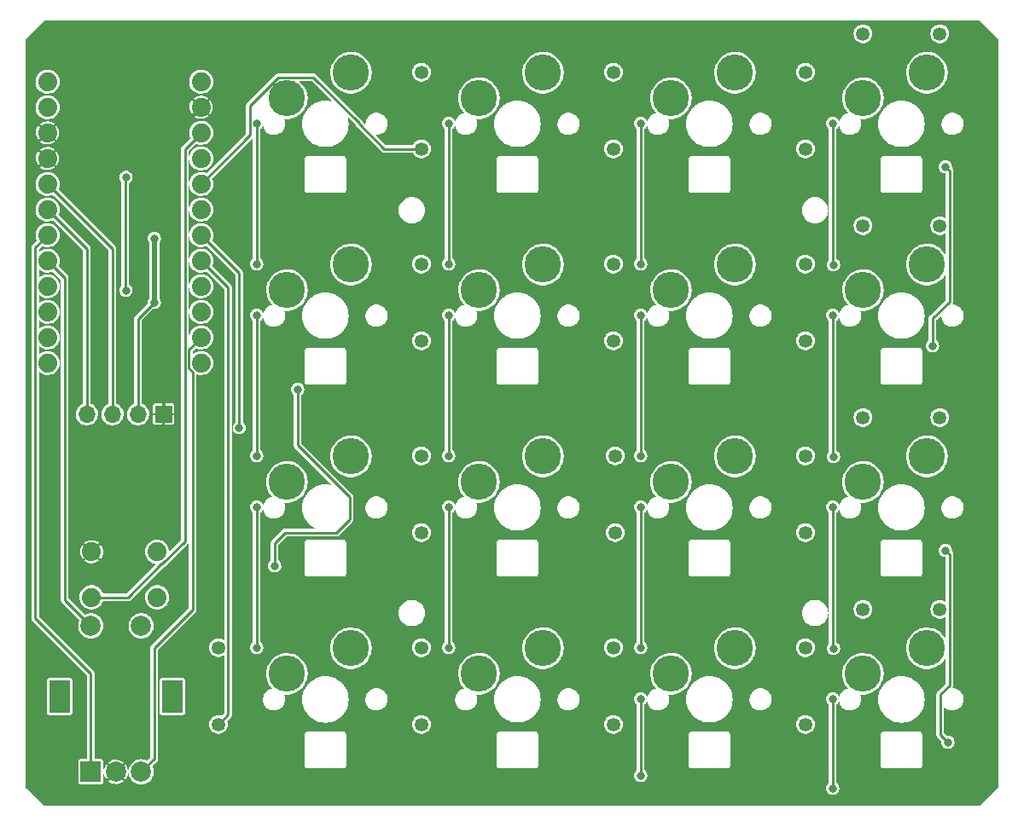
<source format=gtl>
%TF.GenerationSoftware,KiCad,Pcbnew,(6.0.9)*%
%TF.CreationDate,2022-11-11T19:33:00-07:00*%
%TF.ProjectId,dumbpad,64756d62-7061-4642-9e6b-696361645f70,rev?*%
%TF.SameCoordinates,Original*%
%TF.FileFunction,Copper,L1,Top*%
%TF.FilePolarity,Positive*%
%FSLAX46Y46*%
G04 Gerber Fmt 4.6, Leading zero omitted, Abs format (unit mm)*
G04 Created by KiCad (PCBNEW (6.0.9)) date 2022-11-11 19:33:00*
%MOMM*%
%LPD*%
G01*
G04 APERTURE LIST*
%TA.AperFunction,ComponentPad*%
%ADD10C,1.879600*%
%TD*%
%TA.AperFunction,ComponentPad*%
%ADD11R,1.700000X1.700000*%
%TD*%
%TA.AperFunction,ComponentPad*%
%ADD12O,1.700000X1.700000*%
%TD*%
%TA.AperFunction,ComponentPad*%
%ADD13R,2.000000X2.000000*%
%TD*%
%TA.AperFunction,ComponentPad*%
%ADD14C,2.000000*%
%TD*%
%TA.AperFunction,ComponentPad*%
%ADD15R,2.000000X3.200000*%
%TD*%
%TA.AperFunction,ComponentPad*%
%ADD16C,3.600000*%
%TD*%
%TA.AperFunction,ComponentPad*%
%ADD17C,1.350000*%
%TD*%
%TA.AperFunction,ViaPad*%
%ADD18C,0.800000*%
%TD*%
%TA.AperFunction,Conductor*%
%ADD19C,0.250000*%
%TD*%
%TA.AperFunction,Conductor*%
%ADD20C,0.500000*%
%TD*%
G04 APERTURE END LIST*
D10*
%TO.P,S17,1,1*%
%TO.N,GND*%
X106799900Y-118743000D03*
%TO.P,S17,2*%
%TO.N,N/C*%
X113302300Y-118743000D03*
%TO.P,S17,3,2*%
%TO.N,/RESET*%
X106799900Y-123264200D03*
%TO.P,S17,4*%
%TO.N,N/C*%
X113302300Y-123264200D03*
%TD*%
%TO.P,B1,1,TXO*%
%TO.N,/NC{slash}TX{slash}D3*%
X102431100Y-72053600D03*
%TO.P,B1,2,RXI*%
%TO.N,/NC{slash}RX{slash}D2*%
X102431100Y-74593600D03*
%TO.P,B1,3,GND@1*%
%TO.N,GND*%
X102431100Y-77133600D03*
%TO.P,B1,4,GND*%
X102431100Y-79673600D03*
%TO.P,B1,5,2*%
%TO.N,/SCL*%
X102431100Y-82213600D03*
%TO.P,B1,6,\u002A3*%
%TO.N,/SDA*%
X102431100Y-84753600D03*
%TO.P,B1,7,4*%
%TO.N,/ENCODER0_L1*%
X102431100Y-87293600D03*
%TO.P,B1,8,\u002A5*%
%TO.N,/COL0*%
X102431100Y-89833600D03*
%TO.P,B1,9,\u002A6*%
%TO.N,/COL1*%
X102431100Y-92373600D03*
%TO.P,B1,10,7*%
%TO.N,/COL2*%
X102431100Y-94913600D03*
%TO.P,B1,11,8*%
%TO.N,/COL3*%
X102431100Y-97453600D03*
%TO.P,B1,12,\u002A9*%
%TO.N,/COL4*%
X102431100Y-99993600D03*
%TO.P,B1,13,\u002A10*%
%TO.N,unconnected-(B1-Pad13)*%
X117671100Y-99993600D03*
%TO.P,B1,14,11(MOSI)*%
%TO.N,/ENCODER0_L0*%
X117671100Y-97453600D03*
%TO.P,B1,15,12(MISO)*%
%TO.N,unconnected-(B1-Pad15)*%
X117671100Y-94913600D03*
%TO.P,B1,16,13(SCK)*%
%TO.N,/KEY_LEDS*%
X117671100Y-92373600D03*
%TO.P,B1,17,A0*%
%TO.N,/ROW3*%
X117671100Y-89833600D03*
%TO.P,B1,18,A1*%
%TO.N,/ROW2*%
X117671100Y-87293600D03*
%TO.P,B1,19,A2*%
%TO.N,/ROW1*%
X117671100Y-84753600D03*
%TO.P,B1,20,A3*%
%TO.N,/ROW0*%
X117671100Y-82213600D03*
%TO.P,B1,21,VCC*%
%TO.N,VCC*%
X117671100Y-79673600D03*
%TO.P,B1,22,RESET*%
%TO.N,/RESET*%
X117671100Y-77133600D03*
%TO.P,B1,23,GND@2*%
%TO.N,GND*%
X117671100Y-74593600D03*
%TO.P,B1,24,RAW*%
%TO.N,/RAW*%
X117671100Y-72053600D03*
%TD*%
D11*
%TO.P,J1,1,Pin_1*%
%TO.N,GND*%
X113940000Y-105080000D03*
D12*
%TO.P,J1,2,Pin_2*%
%TO.N,VCC*%
X111400000Y-105080000D03*
%TO.P,J1,3,Pin_3*%
%TO.N,/SCL*%
X108860000Y-105080000D03*
%TO.P,J1,4,Pin_4*%
%TO.N,/SDA*%
X106320000Y-105080000D03*
%TD*%
D13*
%TO.P,RE_3_1,A,A*%
%TO.N,/ENCODER0_L1*%
X106720000Y-140600000D03*
D14*
%TO.P,RE_3_1,B,B*%
%TO.N,/ENCODER0_L0*%
X111720000Y-140600000D03*
%TO.P,RE_3_1,C,C*%
%TO.N,GND*%
X109220000Y-140600000D03*
D15*
%TO.P,RE_3_1,MP*%
%TO.N,N/C*%
X103620000Y-133100000D03*
X114820000Y-133100000D03*
D14*
%TO.P,RE_3_1,S1,1*%
%TO.N,Net-(D20-PadA)*%
X111720000Y-126100000D03*
%TO.P,RE_3_1,S2,2*%
%TO.N,/COL0*%
X106720000Y-126100000D03*
%TD*%
D16*
%TO.P,S1,1*%
%TO.N,N/C*%
X132541100Y-71173600D03*
%TO.P,S1,2*%
X126191100Y-73713600D03*
%TD*%
D17*
%TO.P,D10,A,A*%
%TO.N,Net-(D10-PadA)*%
X158750000Y-109220000D03*
%TO.P,D10,C,C*%
%TO.N,/ROW2*%
X158750000Y-116840000D03*
%TD*%
D16*
%TO.P,S15,1*%
%TO.N,N/C*%
X170641100Y-128323600D03*
%TO.P,S15,2*%
X164291100Y-130863600D03*
%TD*%
%TO.P,S8,1*%
%TO.N,N/C*%
X189691100Y-90223600D03*
%TO.P,S8,2*%
X183341100Y-92763600D03*
%TD*%
%TO.P,S2,1*%
%TO.N,N/C*%
X151591100Y-71173600D03*
%TO.P,S2,2*%
X145241100Y-73713600D03*
%TD*%
D17*
%TO.P,D8,A,A*%
%TO.N,Net-(D8-PadA)*%
X190961100Y-86360000D03*
%TO.P,D8,C,C*%
%TO.N,/ROW1*%
X183341100Y-86360000D03*
%TD*%
%TO.P,D6,A,A*%
%TO.N,Net-(D6-PadA)*%
X158576100Y-90170000D03*
%TO.P,D6,C,C*%
%TO.N,/ROW1*%
X158576100Y-97790000D03*
%TD*%
D16*
%TO.P,S4,1*%
%TO.N,N/C*%
X189691100Y-71173600D03*
%TO.P,S4,2*%
X183341100Y-73713600D03*
%TD*%
%TO.P,S5,1*%
%TO.N,N/C*%
X132541100Y-90223600D03*
%TO.P,S5,2*%
X126191100Y-92763600D03*
%TD*%
D17*
%TO.P,D4,A,A*%
%TO.N,Net-(D4-PadA)*%
X190961100Y-67310000D03*
%TO.P,D4,C,C*%
%TO.N,/ROW0*%
X183341100Y-67310000D03*
%TD*%
D16*
%TO.P,S14,1*%
%TO.N,N/C*%
X151591100Y-128323600D03*
%TO.P,S14,2*%
X145241100Y-130863600D03*
%TD*%
%TO.P,S11,1*%
%TO.N,N/C*%
X170641100Y-109273600D03*
%TO.P,S11,2*%
X164291100Y-111813600D03*
%TD*%
%TO.P,S7,1*%
%TO.N,N/C*%
X170641100Y-90223600D03*
%TO.P,S7,2*%
X164291100Y-92763600D03*
%TD*%
%TO.P,S6,1*%
%TO.N,N/C*%
X151591100Y-90223600D03*
%TO.P,S6,2*%
X145241100Y-92763600D03*
%TD*%
D17*
%TO.P,D9,A,A*%
%TO.N,Net-(D9-PadA)*%
X139526100Y-109220000D03*
%TO.P,D9,C,C*%
%TO.N,/ROW2*%
X139526100Y-116840000D03*
%TD*%
%TO.P,D11,A,A*%
%TO.N,Net-(D11-PadA)*%
X177626100Y-109220000D03*
%TO.P,D11,C,C*%
%TO.N,/ROW2*%
X177626100Y-116840000D03*
%TD*%
%TO.P,D13,A,A*%
%TO.N,Net-(D13-PadA)*%
X139526100Y-128270000D03*
%TO.P,D13,C,C*%
%TO.N,/ROW3*%
X139526100Y-135890000D03*
%TD*%
D16*
%TO.P,S12,1*%
%TO.N,N/C*%
X189691100Y-109273600D03*
%TO.P,S12,2*%
X183341100Y-111813600D03*
%TD*%
D17*
%TO.P,D20,A,A*%
%TO.N,Net-(D20-PadA)*%
X119380000Y-128270000D03*
%TO.P,D20,C,C*%
%TO.N,/ROW3*%
X119380000Y-135890000D03*
%TD*%
%TO.P,D7,A,A*%
%TO.N,Net-(D7-PadA)*%
X177626100Y-90170000D03*
%TO.P,D7,C,C*%
%TO.N,/ROW1*%
X177626100Y-97790000D03*
%TD*%
D16*
%TO.P,S3,1*%
%TO.N,N/C*%
X170641100Y-71173600D03*
%TO.P,S3,2*%
X164291100Y-73713600D03*
%TD*%
D17*
%TO.P,D5,A,A*%
%TO.N,Net-(D5-PadA)*%
X139526100Y-90170000D03*
%TO.P,D5,C,C*%
%TO.N,/ROW1*%
X139526100Y-97790000D03*
%TD*%
%TO.P,D16,A,A*%
%TO.N,Net-(D16-PadA)*%
X190961100Y-124460000D03*
%TO.P,D16,C,C*%
%TO.N,/ROW3*%
X183341100Y-124460000D03*
%TD*%
%TO.P,D14,A,A*%
%TO.N,Net-(D14-PadA)*%
X158576100Y-128270000D03*
%TO.P,D14,C,C*%
%TO.N,/ROW3*%
X158576100Y-135890000D03*
%TD*%
%TO.P,D3,A,A*%
%TO.N,Net-(D3-PadA)*%
X177626100Y-71120000D03*
%TO.P,D3,C,C*%
%TO.N,/ROW0*%
X177626100Y-78740000D03*
%TD*%
%TO.P,D15,A,A*%
%TO.N,Net-(D15-PadA)*%
X177626100Y-128270000D03*
%TO.P,D15,C,C*%
%TO.N,/ROW3*%
X177626100Y-135890000D03*
%TD*%
D16*
%TO.P,S13,1*%
%TO.N,N/C*%
X132541100Y-128327200D03*
%TO.P,S13,2*%
X126191100Y-130867200D03*
%TD*%
%TO.P,S9,1*%
%TO.N,N/C*%
X132541100Y-109273600D03*
%TO.P,S9,2*%
X126191100Y-111813600D03*
%TD*%
D17*
%TO.P,D1,A,A*%
%TO.N,Net-(D1-PadA)*%
X139526100Y-71120000D03*
%TO.P,D1,C,C*%
%TO.N,/ROW0*%
X139526100Y-78740000D03*
%TD*%
D16*
%TO.P,S16,1*%
%TO.N,N/C*%
X189691100Y-128327200D03*
%TO.P,S16,2*%
X183341100Y-130867200D03*
%TD*%
D17*
%TO.P,D12,A,A*%
%TO.N,Net-(D12-PadA)*%
X190961100Y-105410000D03*
%TO.P,D12,C,C*%
%TO.N,/ROW2*%
X183341100Y-105410000D03*
%TD*%
%TO.P,D2,A,A*%
%TO.N,Net-(D2-PadA)*%
X158576100Y-71120000D03*
%TO.P,D2,C,C*%
%TO.N,/ROW0*%
X158576100Y-78740000D03*
%TD*%
D16*
%TO.P,S10,1*%
%TO.N,N/C*%
X151591100Y-109273600D03*
%TO.P,S10,2*%
X145241100Y-111813600D03*
%TD*%
D18*
%TO.N,VCC*%
X113030000Y-87630000D03*
X113030000Y-93980000D03*
%TO.N,/ROW2*%
X121451900Y-106426000D03*
%TO.N,/COL4*%
X180340000Y-133350000D03*
X180340000Y-142240000D03*
X180414191Y-128344191D03*
X180414191Y-109294191D03*
X180340000Y-95250000D03*
X180340000Y-114300000D03*
X180414191Y-90244191D03*
X180340000Y-76200000D03*
%TO.N,/COL3*%
X161290000Y-140970000D03*
X161290000Y-128270000D03*
X161290000Y-95250000D03*
X161290000Y-109220000D03*
X161290000Y-76200000D03*
X161290000Y-133350000D03*
X161290000Y-90170000D03*
X161290000Y-114300000D03*
%TO.N,/COL2*%
X142240000Y-128270000D03*
X142240000Y-76200000D03*
X142240000Y-90170000D03*
X142240000Y-95250000D03*
X142240000Y-109220000D03*
X142240000Y-114300000D03*
%TO.N,/COL1*%
X123190000Y-90170000D03*
X123190000Y-95250000D03*
X123190000Y-76200000D03*
X123190000Y-114300000D03*
X123190000Y-109220000D03*
X123190000Y-128270000D03*
%TO.N,/KEY_LEDS*%
X110210551Y-92795847D03*
X110210551Y-81562346D03*
%TO.N,Net-(LED4-Pad2)*%
X191516000Y-80518000D03*
X190246000Y-98298000D03*
%TO.N,Net-(LED8-Pad2)*%
X127254000Y-102616000D03*
X124968000Y-120142000D03*
%TO.N,Net-(LED12-Pad2)*%
X191770000Y-137668000D03*
X191516000Y-118618000D03*
%TD*%
D19*
%TO.N,GND*%
X113940000Y-78324700D02*
X117671100Y-74593600D01*
X113940000Y-105080000D02*
X113940000Y-78324700D01*
%TO.N,/RESET*%
X106799900Y-123264200D02*
X110415800Y-123264200D01*
X113806481Y-119960200D02*
X116051500Y-117715181D01*
X116051500Y-78753200D02*
X117671100Y-77133600D01*
X110415800Y-123264200D02*
X113719800Y-119960200D01*
X116051500Y-117715181D02*
X116051500Y-78753200D01*
X113719800Y-119960200D02*
X113806481Y-119960200D01*
%TO.N,/ROW0*%
X122513089Y-77371611D02*
X122513089Y-74454414D01*
X125330814Y-71636689D02*
X128812981Y-71636689D01*
X133350000Y-76254235D02*
X135835765Y-78740000D01*
X133350000Y-76173708D02*
X133350000Y-76254235D01*
X122513089Y-74454414D02*
X125330814Y-71636689D01*
X117671100Y-82213600D02*
X122513089Y-77371611D01*
X128812981Y-71636689D02*
X133350000Y-76173708D01*
X135835765Y-78740000D02*
X139526100Y-78740000D01*
D20*
%TO.N,VCC*%
X113030000Y-93980000D02*
X113030000Y-87630000D01*
D19*
X111400000Y-105080000D02*
X111400000Y-95610000D01*
X111400000Y-95610000D02*
X113030000Y-93980000D01*
%TO.N,/ROW2*%
X121451900Y-91074400D02*
X121451900Y-106426000D01*
X117671100Y-87293600D02*
X121451900Y-91074400D01*
%TO.N,/ROW3*%
X120331911Y-134938089D02*
X120331911Y-92494411D01*
X119380000Y-135890000D02*
X120331911Y-134938089D01*
X120331911Y-92494411D02*
X117671100Y-89833600D01*
%TO.N,/SCL*%
X108860000Y-88642500D02*
X102431100Y-82213600D01*
X108860000Y-105080000D02*
X108860000Y-88642500D01*
%TO.N,/SDA*%
X106320000Y-88642500D02*
X102431100Y-84753600D01*
X106320000Y-105080000D02*
X106320000Y-88642500D01*
%TO.N,/ENCODER0_L0*%
X112996911Y-139323089D02*
X111720000Y-140600000D01*
X116840000Y-124460000D02*
X112996911Y-128303089D01*
X116453900Y-100497781D02*
X116840000Y-100883881D01*
X116840000Y-100883881D02*
X116840000Y-124460000D01*
X117671100Y-97453600D02*
X116453900Y-98670800D01*
X112996911Y-128303089D02*
X112996911Y-139323089D01*
X116453900Y-98670800D02*
X116453900Y-100497781D01*
%TO.N,/COL4*%
X180340000Y-90170000D02*
X180414191Y-90244191D01*
X180340000Y-128270000D02*
X180414191Y-128344191D01*
X180340000Y-109220000D02*
X180414191Y-109294191D01*
X180340000Y-76200000D02*
X180340000Y-90170000D01*
X180340000Y-114300000D02*
X180340000Y-128270000D01*
X180340000Y-95250000D02*
X180340000Y-109220000D01*
X180340000Y-142240000D02*
X180340000Y-133350000D01*
%TO.N,/COL3*%
X161290000Y-133350000D02*
X161290000Y-140970000D01*
X161290000Y-95250000D02*
X161290000Y-109220000D01*
X161290000Y-114300000D02*
X161290000Y-128270000D01*
X161290000Y-76200000D02*
X161290000Y-90170000D01*
%TO.N,/COL2*%
X142240000Y-76200000D02*
X142240000Y-90170000D01*
X142240000Y-114300000D02*
X142240000Y-128270000D01*
X142240000Y-95250000D02*
X142240000Y-109220000D01*
%TO.N,/COL1*%
X123190000Y-114300000D02*
X123190000Y-128270000D01*
X123190000Y-95250000D02*
X123190000Y-109220000D01*
X123190000Y-76200000D02*
X123190000Y-90170000D01*
%TO.N,/COL0*%
X104140000Y-123520000D02*
X104140000Y-91542500D01*
X104140000Y-91542500D02*
X102431100Y-89833600D01*
X106720000Y-126100000D02*
X104140000Y-123520000D01*
%TO.N,/ENCODER0_L1*%
X106720000Y-130850000D02*
X101214389Y-125344389D01*
X101214389Y-125344389D02*
X101214389Y-88510311D01*
X101214389Y-88510311D02*
X102431100Y-87293600D01*
X106720000Y-140600000D02*
X106720000Y-130850000D01*
%TO.N,/KEY_LEDS*%
X110133079Y-92718375D02*
X110210551Y-92795847D01*
X110133079Y-81639818D02*
X110133079Y-92718375D01*
X110210551Y-81562346D02*
X110133079Y-81639818D01*
%TO.N,Net-(LED4-Pad2)*%
X190246000Y-95556965D02*
X190246000Y-98298000D01*
X191516000Y-80518000D02*
X191913011Y-80915011D01*
X191913011Y-80915011D02*
X191913011Y-93889954D01*
X190246000Y-95556965D02*
X191913011Y-93889954D01*
%TO.N,Net-(LED8-Pad2)*%
X132425621Y-115478379D02*
X131064000Y-116840000D01*
X127254000Y-102616000D02*
X127254000Y-108177708D01*
X132425621Y-113349329D02*
X132425621Y-115478379D01*
X125984000Y-116840000D02*
X124968000Y-117856000D01*
X125984000Y-116840000D02*
X131064000Y-116840000D01*
X124968000Y-117856000D02*
X124968000Y-120142000D01*
X127254000Y-108177708D02*
X132425621Y-113349329D01*
%TO.N,Net-(LED12-Pad2)*%
X191006579Y-136904579D02*
X191770000Y-137668000D01*
X191913011Y-131993554D02*
X191006579Y-132899986D01*
X191516000Y-118618000D02*
X191913011Y-119015011D01*
X191913011Y-119015011D02*
X191913011Y-131993554D01*
X191006579Y-132899986D02*
X191006579Y-136904579D01*
%TD*%
%TA.AperFunction,Conductor*%
%TO.N,GND*%
G36*
X194906548Y-66018966D02*
G01*
X196735734Y-67848152D01*
X196746600Y-67874386D01*
X196746600Y-142132814D01*
X196735734Y-142159048D01*
X194906548Y-143988234D01*
X194880314Y-143999100D01*
X102121886Y-143999100D01*
X102095652Y-143988234D01*
X100340514Y-142233096D01*
X179680729Y-142233096D01*
X179680974Y-142235315D01*
X179680974Y-142235318D01*
X179683148Y-142255006D01*
X179698113Y-142390553D01*
X179698881Y-142392651D01*
X179698881Y-142392652D01*
X179715141Y-142437084D01*
X179752553Y-142539319D01*
X179753801Y-142541177D01*
X179753803Y-142541180D01*
X179816727Y-142634821D01*
X179840908Y-142670805D01*
X179958076Y-142777419D01*
X179960039Y-142778485D01*
X179960042Y-142778487D01*
X180095331Y-142851943D01*
X180095333Y-142851944D01*
X180097293Y-142853008D01*
X180250522Y-142893207D01*
X180329719Y-142894451D01*
X180406679Y-142895660D01*
X180406680Y-142895660D01*
X180408916Y-142895695D01*
X180486124Y-142878012D01*
X180561155Y-142860828D01*
X180561158Y-142860827D01*
X180563332Y-142860329D01*
X180565326Y-142859326D01*
X180565329Y-142859325D01*
X180702857Y-142790156D01*
X180702858Y-142790156D01*
X180704855Y-142789151D01*
X180825314Y-142686269D01*
X180917755Y-142557624D01*
X180924366Y-142541180D01*
X180976009Y-142412713D01*
X180976842Y-142410641D01*
X180999162Y-142253807D01*
X180999307Y-142240000D01*
X180980276Y-142082733D01*
X180978585Y-142078256D01*
X180925070Y-141936636D01*
X180925069Y-141936634D01*
X180924280Y-141934546D01*
X180923015Y-141932705D01*
X180835820Y-141805835D01*
X180835818Y-141805833D01*
X180834553Y-141803992D01*
X180827028Y-141797287D01*
X180786514Y-141761191D01*
X180731920Y-141712550D01*
X180719500Y-141684850D01*
X180719500Y-139980000D01*
X185091614Y-139980000D01*
X185096600Y-140005067D01*
X185111366Y-140079301D01*
X185167616Y-140163484D01*
X185251799Y-140219734D01*
X185351100Y-140239486D01*
X185372583Y-140235213D01*
X185379820Y-140234500D01*
X188922380Y-140234500D01*
X188929617Y-140235213D01*
X188951100Y-140239486D01*
X189050401Y-140219734D01*
X189134584Y-140163484D01*
X189190834Y-140079301D01*
X189205600Y-140005067D01*
X189210586Y-139980000D01*
X189208714Y-139970586D01*
X189206313Y-139958518D01*
X189205600Y-139951280D01*
X189205600Y-136908720D01*
X189206313Y-136901482D01*
X189209873Y-136883585D01*
X189210586Y-136880000D01*
X189190834Y-136780699D01*
X189134584Y-136696516D01*
X189050401Y-136640266D01*
X188976167Y-136625500D01*
X188951100Y-136620514D01*
X188947515Y-136621227D01*
X188929618Y-136624787D01*
X188922380Y-136625500D01*
X185379820Y-136625500D01*
X185372582Y-136624787D01*
X185354685Y-136621227D01*
X185351100Y-136620514D01*
X185326033Y-136625500D01*
X185251799Y-136640266D01*
X185167616Y-136696516D01*
X185111366Y-136780699D01*
X185091614Y-136880000D01*
X185092327Y-136883585D01*
X185095887Y-136901482D01*
X185096600Y-136908720D01*
X185096600Y-139951280D01*
X185095887Y-139958518D01*
X185093487Y-139970586D01*
X185091614Y-139980000D01*
X180719500Y-139980000D01*
X180719500Y-133903747D01*
X180732505Y-133875536D01*
X180823615Y-133797721D01*
X180823619Y-133797717D01*
X180825314Y-133796269D01*
X180917755Y-133667624D01*
X180922392Y-133656089D01*
X180924461Y-133650943D01*
X180944329Y-133630655D01*
X180972722Y-133630358D01*
X180993010Y-133650226D01*
X180994951Y-133656088D01*
X181022024Y-133768426D01*
X181022755Y-133770033D01*
X181022756Y-133770037D01*
X181065391Y-133863806D01*
X181109257Y-133960284D01*
X181110277Y-133961722D01*
X181229511Y-134129810D01*
X181231196Y-134132186D01*
X181232471Y-134133407D01*
X181232474Y-134133410D01*
X181382164Y-134276707D01*
X181382167Y-134276709D01*
X181383440Y-134277928D01*
X181384924Y-134278886D01*
X181384925Y-134278887D01*
X181403663Y-134290986D01*
X181560497Y-134392252D01*
X181755978Y-134471034D01*
X181864131Y-134492155D01*
X181961517Y-134511173D01*
X181961520Y-134511173D01*
X181962829Y-134511429D01*
X181968370Y-134511700D01*
X182123759Y-134511700D01*
X182124635Y-134511616D01*
X182124644Y-134511616D01*
X182201500Y-134504283D01*
X182280906Y-134496707D01*
X182282590Y-134496213D01*
X182282595Y-134496212D01*
X182481449Y-134437874D01*
X182481452Y-134437873D01*
X182483142Y-134437377D01*
X182570758Y-134392252D01*
X182668945Y-134341682D01*
X182670510Y-134340876D01*
X182836249Y-134210686D01*
X182837405Y-134209354D01*
X182837409Y-134209350D01*
X182973221Y-134052841D01*
X182973222Y-134052840D01*
X182974381Y-134051504D01*
X183079919Y-133869074D01*
X183149057Y-133669978D01*
X183149399Y-133667624D01*
X183179045Y-133463151D01*
X183179299Y-133461400D01*
X183176790Y-133407200D01*
X184841655Y-133407200D01*
X184861413Y-133708643D01*
X184920347Y-134004928D01*
X185017451Y-134290986D01*
X185017985Y-134292069D01*
X185017988Y-134292076D01*
X185126194Y-134511494D01*
X185151062Y-134561922D01*
X185151737Y-134562932D01*
X185151738Y-134562934D01*
X185317095Y-134810409D01*
X185318894Y-134813101D01*
X185518076Y-135040224D01*
X185745199Y-135239406D01*
X185746198Y-135240074D01*
X185746200Y-135240075D01*
X185899235Y-135342329D01*
X185996378Y-135407238D01*
X185997473Y-135407778D01*
X186266224Y-135540312D01*
X186266231Y-135540315D01*
X186267314Y-135540849D01*
X186553372Y-135637953D01*
X186849657Y-135696887D01*
X186877864Y-135698736D01*
X187075070Y-135711662D01*
X187075080Y-135711662D01*
X187075655Y-135711700D01*
X187226545Y-135711700D01*
X187227120Y-135711662D01*
X187227130Y-135711662D01*
X187424336Y-135698736D01*
X187452543Y-135696887D01*
X187748828Y-135637953D01*
X188034886Y-135540849D01*
X188035969Y-135540315D01*
X188035976Y-135540312D01*
X188304727Y-135407778D01*
X188305822Y-135407238D01*
X188402966Y-135342329D01*
X188556000Y-135240075D01*
X188556002Y-135240074D01*
X188557001Y-135239406D01*
X188784124Y-135040224D01*
X188983306Y-134813101D01*
X188985105Y-134810409D01*
X189150462Y-134562935D01*
X189150463Y-134562933D01*
X189151138Y-134561923D01*
X189176165Y-134511173D01*
X189284212Y-134292076D01*
X189284215Y-134292069D01*
X189284749Y-134290986D01*
X189381853Y-134004928D01*
X189440787Y-133708643D01*
X189460545Y-133407200D01*
X189440787Y-133105757D01*
X189381853Y-132809472D01*
X189284749Y-132523414D01*
X189284215Y-132522331D01*
X189284212Y-132522324D01*
X189151678Y-132253573D01*
X189151138Y-132252478D01*
X189148057Y-132247866D01*
X188983975Y-132002300D01*
X188983974Y-132002298D01*
X188983306Y-132001299D01*
X188784124Y-131774176D01*
X188557001Y-131574994D01*
X188409973Y-131476753D01*
X188306834Y-131407838D01*
X188306832Y-131407837D01*
X188305822Y-131407162D01*
X188281864Y-131395347D01*
X188035976Y-131274088D01*
X188035969Y-131274085D01*
X188034886Y-131273551D01*
X187748828Y-131176447D01*
X187452543Y-131117513D01*
X187397619Y-131113913D01*
X187227130Y-131102738D01*
X187227120Y-131102738D01*
X187226545Y-131102700D01*
X187075655Y-131102700D01*
X187075080Y-131102738D01*
X187075070Y-131102738D01*
X186904581Y-131113913D01*
X186849657Y-131117513D01*
X186553372Y-131176447D01*
X186267314Y-131273551D01*
X186266231Y-131274085D01*
X186266224Y-131274088D01*
X186020336Y-131395347D01*
X185996378Y-131407162D01*
X185995368Y-131407837D01*
X185995366Y-131407838D01*
X185892227Y-131476753D01*
X185745199Y-131574994D01*
X185518076Y-131774176D01*
X185318894Y-132001299D01*
X185318226Y-132002298D01*
X185318225Y-132002300D01*
X185151738Y-132251465D01*
X185151737Y-132251467D01*
X185151062Y-132252477D01*
X185150522Y-132253572D01*
X185017988Y-132522324D01*
X185017985Y-132522331D01*
X185017451Y-132523414D01*
X184920347Y-132809472D01*
X184861413Y-133105757D01*
X184841655Y-133407200D01*
X183176790Y-133407200D01*
X183169555Y-133250867D01*
X183168688Y-133247267D01*
X183120591Y-133047697D01*
X183120176Y-133045974D01*
X183118540Y-133042374D01*
X183082999Y-132964208D01*
X183082033Y-132935829D01*
X183101416Y-132915079D01*
X183122384Y-132912179D01*
X183167532Y-132919088D01*
X183167536Y-132919088D01*
X183168782Y-132919279D01*
X183170046Y-132919299D01*
X183170048Y-132919299D01*
X183308828Y-132921479D01*
X183448875Y-132923679D01*
X183485069Y-132919299D01*
X183725713Y-132890178D01*
X183725717Y-132890177D01*
X183726975Y-132890025D01*
X183997933Y-132818940D01*
X184256738Y-132711740D01*
X184498599Y-132570408D01*
X184620772Y-132474612D01*
X184718040Y-132398344D01*
X184718041Y-132398343D01*
X184719041Y-132397559D01*
X184723417Y-132393044D01*
X184913103Y-132197303D01*
X184913986Y-132196392D01*
X185018482Y-132054138D01*
X185079077Y-131971648D01*
X185079080Y-131971643D01*
X185079825Y-131970629D01*
X185080429Y-131969517D01*
X185212887Y-131725560D01*
X185212889Y-131725556D01*
X185213491Y-131724447D01*
X185214431Y-131721960D01*
X185312062Y-131463587D01*
X185312064Y-131463582D01*
X185312509Y-131462403D01*
X185313616Y-131457572D01*
X185326759Y-131400186D01*
X185375048Y-131189346D01*
X185399949Y-130910327D01*
X185399995Y-130905999D01*
X185400393Y-130867940D01*
X185400401Y-130867200D01*
X185400257Y-130865078D01*
X185387425Y-130676866D01*
X185381348Y-130587721D01*
X185324542Y-130313413D01*
X185231033Y-130049353D01*
X185230459Y-130048241D01*
X185230456Y-130048234D01*
X185103130Y-129801545D01*
X185103127Y-129801540D01*
X185102552Y-129800426D01*
X184941477Y-129571240D01*
X184939094Y-129568675D01*
X184751646Y-129366956D01*
X184751644Y-129366954D01*
X184750789Y-129366034D01*
X184546828Y-129199095D01*
X184534992Y-129189407D01*
X184534988Y-129189404D01*
X184534014Y-129188607D01*
X184295166Y-129042240D01*
X184038663Y-128929643D01*
X184037458Y-128929300D01*
X184037456Y-128929299D01*
X183770468Y-128853246D01*
X183770467Y-128853246D01*
X183769253Y-128852900D01*
X183491919Y-128813429D01*
X183490652Y-128813422D01*
X183490647Y-128813422D01*
X183359834Y-128812738D01*
X183211795Y-128811963D01*
X183210550Y-128812127D01*
X183210548Y-128812127D01*
X182935307Y-128848363D01*
X182935302Y-128848364D01*
X182934064Y-128848527D01*
X182813133Y-128881610D01*
X182665089Y-128922110D01*
X182665087Y-128922111D01*
X182663865Y-128922445D01*
X182584882Y-128956134D01*
X182407364Y-129031851D01*
X182407361Y-129031852D01*
X182406197Y-129032349D01*
X182333501Y-129075857D01*
X182172934Y-129171955D01*
X182165829Y-129176207D01*
X182164849Y-129176992D01*
X182164842Y-129176997D01*
X182086623Y-129239663D01*
X181947209Y-129351355D01*
X181754381Y-129554552D01*
X181590915Y-129782039D01*
X181590324Y-129783155D01*
X181590321Y-129783160D01*
X181573817Y-129814331D01*
X181459835Y-130029607D01*
X181459402Y-130030790D01*
X181459399Y-130030797D01*
X181364883Y-130289073D01*
X181363566Y-130292673D01*
X181303890Y-130566371D01*
X181303791Y-130567625D01*
X181303791Y-130567627D01*
X181291138Y-130728403D01*
X181281912Y-130845635D01*
X181285476Y-130907455D01*
X181297381Y-131113913D01*
X181298037Y-131125299D01*
X181298279Y-131126533D01*
X181298280Y-131126540D01*
X181336149Y-131319557D01*
X181351968Y-131400186D01*
X181354588Y-131407838D01*
X181442297Y-131664018D01*
X181442300Y-131664025D01*
X181442706Y-131665211D01*
X181568573Y-131915469D01*
X181727239Y-132146330D01*
X181728085Y-132147260D01*
X181728090Y-132147266D01*
X181838638Y-132268757D01*
X181848257Y-132295474D01*
X181836167Y-132321166D01*
X181821643Y-132329325D01*
X181771537Y-132344025D01*
X181660751Y-132376526D01*
X181660748Y-132376527D01*
X181659058Y-132377023D01*
X181657490Y-132377831D01*
X181657489Y-132377831D01*
X181569588Y-132423103D01*
X181471690Y-132473524D01*
X181470305Y-132474612D01*
X181349341Y-132569631D01*
X181305951Y-132603714D01*
X181304795Y-132605046D01*
X181304791Y-132605050D01*
X181168979Y-132761559D01*
X181167819Y-132762896D01*
X181166933Y-132764428D01*
X181166932Y-132764429D01*
X181144227Y-132803676D01*
X181062281Y-132945326D01*
X181061702Y-132946994D01*
X181011813Y-133090658D01*
X180992942Y-133111876D01*
X180964596Y-133113535D01*
X180943378Y-133094664D01*
X180942061Y-133091602D01*
X180941705Y-133090658D01*
X180924280Y-133044546D01*
X180923015Y-133042705D01*
X180835820Y-132915835D01*
X180835818Y-132915833D01*
X180834553Y-132913992D01*
X180831733Y-132911479D01*
X180769149Y-132855720D01*
X180716275Y-132808611D01*
X180708915Y-132804714D01*
X180578254Y-132735532D01*
X180578252Y-132735531D01*
X180576274Y-132734484D01*
X180487665Y-132712227D01*
X180424808Y-132696438D01*
X180424805Y-132696438D01*
X180422633Y-132695892D01*
X180420391Y-132695880D01*
X180420389Y-132695880D01*
X180349544Y-132695509D01*
X180264221Y-132695062D01*
X180262053Y-132695583D01*
X180262049Y-132695583D01*
X180112353Y-132731522D01*
X180112351Y-132731523D01*
X180110184Y-132732043D01*
X179969414Y-132804700D01*
X179967730Y-132806169D01*
X179953643Y-132818458D01*
X179850039Y-132908838D01*
X179848755Y-132910665D01*
X179848754Y-132910666D01*
X179823222Y-132946994D01*
X179758950Y-133038444D01*
X179701406Y-133186037D01*
X179680729Y-133343096D01*
X179680974Y-133345315D01*
X179680974Y-133345318D01*
X179687276Y-133402395D01*
X179698113Y-133500553D01*
X179752553Y-133649319D01*
X179753801Y-133651177D01*
X179753803Y-133651180D01*
X179792417Y-133708643D01*
X179840908Y-133780805D01*
X179939596Y-133870603D01*
X179948369Y-133878586D01*
X179960500Y-133906026D01*
X179960500Y-141685608D01*
X179947789Y-141713564D01*
X179850039Y-141798838D01*
X179848755Y-141800665D01*
X179848754Y-141800666D01*
X179810919Y-141854500D01*
X179758950Y-141928444D01*
X179701406Y-142076037D01*
X179680729Y-142233096D01*
X100340514Y-142233096D01*
X100266466Y-142159048D01*
X100255600Y-142132814D01*
X100255600Y-131474933D01*
X102365500Y-131474933D01*
X102365501Y-134725066D01*
X102380266Y-134799301D01*
X102436516Y-134883484D01*
X102439557Y-134885516D01*
X102506109Y-134929985D01*
X102520699Y-134939734D01*
X102561256Y-134947801D01*
X102593147Y-134954145D01*
X102593150Y-134954145D01*
X102594933Y-134954500D01*
X103619718Y-134954500D01*
X104645066Y-134954499D01*
X104719301Y-134939734D01*
X104803484Y-134883484D01*
X104805516Y-134880443D01*
X104857703Y-134802341D01*
X104857703Y-134802340D01*
X104859734Y-134799301D01*
X104874500Y-134725067D01*
X104874499Y-131474934D01*
X104859734Y-131400699D01*
X104803484Y-131316516D01*
X104739987Y-131274088D01*
X104722341Y-131262297D01*
X104722340Y-131262297D01*
X104719301Y-131260266D01*
X104678744Y-131252199D01*
X104646853Y-131245855D01*
X104646850Y-131245855D01*
X104645067Y-131245500D01*
X103620282Y-131245500D01*
X102594934Y-131245501D01*
X102520699Y-131260266D01*
X102436516Y-131316516D01*
X102380266Y-131400699D01*
X102365500Y-131474933D01*
X100255600Y-131474933D01*
X100255600Y-125326265D01*
X100830069Y-125326265D01*
X100830429Y-125329308D01*
X100830429Y-125329311D01*
X100834632Y-125364817D01*
X100834889Y-125369178D01*
X100834889Y-125375913D01*
X100837151Y-125389500D01*
X100838401Y-125397009D01*
X100838646Y-125398727D01*
X100844919Y-125451730D01*
X100846596Y-125455221D01*
X100849749Y-125465193D01*
X100850385Y-125469015D01*
X100851842Y-125471716D01*
X100851843Y-125471718D01*
X100875718Y-125515966D01*
X100876511Y-125517521D01*
X100899608Y-125565621D01*
X100903203Y-125569897D01*
X100903760Y-125570454D01*
X100903948Y-125570659D01*
X100907665Y-125575883D01*
X100908923Y-125577505D01*
X100910379Y-125580203D01*
X100912630Y-125582284D01*
X100912631Y-125582285D01*
X100951219Y-125617955D01*
X100952270Y-125618964D01*
X106329634Y-130996328D01*
X106340500Y-131022562D01*
X106340500Y-139308401D01*
X106329634Y-139334635D01*
X106303400Y-139345501D01*
X105694934Y-139345501D01*
X105620699Y-139360266D01*
X105536516Y-139416516D01*
X105534484Y-139419557D01*
X105483733Y-139495511D01*
X105480266Y-139500699D01*
X105479553Y-139504284D01*
X105479553Y-139504285D01*
X105466437Y-139570224D01*
X105465500Y-139574933D01*
X105465501Y-141625066D01*
X105480266Y-141699301D01*
X105536516Y-141783484D01*
X105539557Y-141785516D01*
X105564980Y-141802503D01*
X105620699Y-141839734D01*
X105661256Y-141847801D01*
X105693147Y-141854145D01*
X105693150Y-141854145D01*
X105694933Y-141854500D01*
X106719718Y-141854500D01*
X107745066Y-141854499D01*
X107819301Y-141839734D01*
X107903484Y-141783484D01*
X107910063Y-141773638D01*
X107957703Y-141702341D01*
X107957703Y-141702340D01*
X107959734Y-141699301D01*
X107974500Y-141625067D01*
X107974500Y-141520848D01*
X108445249Y-141520848D01*
X108447516Y-141526220D01*
X108458843Y-141537253D01*
X108461480Y-141539389D01*
X108642389Y-141660269D01*
X108645372Y-141661889D01*
X108845285Y-141747778D01*
X108848503Y-141748824D01*
X109060718Y-141796843D01*
X109064089Y-141797287D01*
X109281497Y-141805829D01*
X109284880Y-141805652D01*
X109500210Y-141774431D01*
X109503513Y-141773638D01*
X109709546Y-141703699D01*
X109712634Y-141702325D01*
X109902486Y-141596002D01*
X109905269Y-141594089D01*
X109990059Y-141523571D01*
X109992689Y-141518572D01*
X109991445Y-141514564D01*
X109225217Y-140748335D01*
X109220000Y-140746174D01*
X109214783Y-140748335D01*
X108447355Y-141515764D01*
X108445249Y-141520848D01*
X107974500Y-141520848D01*
X107974500Y-140877737D01*
X107985366Y-140851503D01*
X108011600Y-140840637D01*
X108037834Y-140851503D01*
X108047559Y-140868605D01*
X108081295Y-141001444D01*
X108082426Y-141004638D01*
X108173516Y-141202227D01*
X108175214Y-141205167D01*
X108293731Y-141372865D01*
X108298507Y-141375878D01*
X108301732Y-141375149D01*
X109071665Y-140605217D01*
X109073826Y-140600000D01*
X109071665Y-140594783D01*
X108305907Y-139829026D01*
X108300690Y-139826865D01*
X108297112Y-139828347D01*
X108208318Y-139940983D01*
X108206470Y-139943828D01*
X108105162Y-140136381D01*
X108103862Y-140139518D01*
X108047030Y-140322549D01*
X108028873Y-140344380D01*
X108000597Y-140346978D01*
X107978766Y-140328821D01*
X107974499Y-140311547D01*
X107974499Y-139680579D01*
X108447507Y-139680579D01*
X108449805Y-139686686D01*
X109214783Y-140451665D01*
X109220000Y-140453826D01*
X109225217Y-140451665D01*
X109991353Y-139685528D01*
X109993350Y-139680707D01*
X109990873Y-139675044D01*
X109956360Y-139643140D01*
X109953668Y-139641075D01*
X109769656Y-139524972D01*
X109766641Y-139523435D01*
X109564543Y-139442806D01*
X109561293Y-139441844D01*
X109347896Y-139399397D01*
X109344519Y-139399042D01*
X109126962Y-139396193D01*
X109123575Y-139396460D01*
X108909138Y-139433307D01*
X108905869Y-139434183D01*
X108701732Y-139509493D01*
X108698674Y-139510952D01*
X108511678Y-139622203D01*
X108508943Y-139624190D01*
X108449688Y-139676155D01*
X108447507Y-139680579D01*
X107974499Y-139680579D01*
X107974499Y-139574934D01*
X107959734Y-139500699D01*
X107903484Y-139416516D01*
X107877333Y-139399042D01*
X107822341Y-139362297D01*
X107822340Y-139362297D01*
X107819301Y-139360266D01*
X107778744Y-139352199D01*
X107746853Y-139345855D01*
X107746850Y-139345855D01*
X107745067Y-139345500D01*
X107136600Y-139345500D01*
X107110366Y-139334634D01*
X107099500Y-139308400D01*
X107099500Y-130894460D01*
X107100331Y-130886651D01*
X107104320Y-130868124D01*
X107103960Y-130865081D01*
X107103960Y-130865078D01*
X107099757Y-130829572D01*
X107099500Y-130825211D01*
X107099500Y-130818476D01*
X107095986Y-130797367D01*
X107095741Y-130795648D01*
X107089830Y-130745702D01*
X107089470Y-130742659D01*
X107087793Y-130739168D01*
X107084640Y-130729196D01*
X107084508Y-130728403D01*
X107084004Y-130725374D01*
X107058671Y-130678423D01*
X107057877Y-130676866D01*
X107035791Y-130630872D01*
X107034781Y-130628768D01*
X107031187Y-130624493D01*
X107030629Y-130623935D01*
X107030442Y-130623731D01*
X107026725Y-130618508D01*
X107025467Y-130616885D01*
X107024010Y-130614186D01*
X106992858Y-130585389D01*
X106983170Y-130576434D01*
X106982119Y-130575425D01*
X101604755Y-125198061D01*
X101593889Y-125171827D01*
X101593889Y-100933391D01*
X101604755Y-100907157D01*
X101630989Y-100896291D01*
X101656877Y-100906817D01*
X101675057Y-100924527D01*
X101676283Y-100925721D01*
X101858788Y-101047667D01*
X102060460Y-101134312D01*
X102062116Y-101134687D01*
X102062117Y-101134687D01*
X102272881Y-101182379D01*
X102272887Y-101182380D01*
X102274545Y-101182755D01*
X102493873Y-101191372D01*
X102555897Y-101182379D01*
X102709411Y-101160121D01*
X102709415Y-101160120D01*
X102711098Y-101159876D01*
X102712708Y-101159329D01*
X102712714Y-101159328D01*
X102888874Y-101099529D01*
X102918946Y-101089321D01*
X103057772Y-101011575D01*
X103108979Y-100982898D01*
X103108981Y-100982896D01*
X103110457Y-100982070D01*
X103279215Y-100841715D01*
X103419570Y-100672957D01*
X103526821Y-100481446D01*
X103544483Y-100429416D01*
X103596828Y-100275214D01*
X103596829Y-100275208D01*
X103597376Y-100273598D01*
X103628872Y-100056373D01*
X103630516Y-99993600D01*
X103610432Y-99775024D01*
X103550851Y-99563768D01*
X103453770Y-99366907D01*
X103452758Y-99365551D01*
X103452755Y-99365547D01*
X103323457Y-99192396D01*
X103322440Y-99191034D01*
X103217835Y-99094338D01*
X103162508Y-99043194D01*
X103162505Y-99043192D01*
X103161258Y-99042039D01*
X102975623Y-98924913D01*
X102912136Y-98899584D01*
X102773333Y-98844206D01*
X102773329Y-98844205D01*
X102771753Y-98843576D01*
X102556473Y-98800755D01*
X102448945Y-98799347D01*
X102338700Y-98797903D01*
X102338696Y-98797903D01*
X102336995Y-98797881D01*
X102335313Y-98798170D01*
X102122343Y-98834765D01*
X102122341Y-98834766D01*
X102120668Y-98835053D01*
X101996459Y-98880876D01*
X101916334Y-98910436D01*
X101916332Y-98910437D01*
X101914738Y-98911025D01*
X101726101Y-99023252D01*
X101724825Y-99024371D01*
X101655451Y-99085210D01*
X101628562Y-99094338D01*
X101603096Y-99081779D01*
X101593889Y-99057317D01*
X101593889Y-98393391D01*
X101604755Y-98367157D01*
X101630989Y-98356291D01*
X101656877Y-98366817D01*
X101675057Y-98384527D01*
X101676283Y-98385721D01*
X101858788Y-98507667D01*
X102060460Y-98594312D01*
X102062116Y-98594687D01*
X102062117Y-98594687D01*
X102272881Y-98642379D01*
X102272887Y-98642380D01*
X102274545Y-98642755D01*
X102493873Y-98651372D01*
X102555897Y-98642379D01*
X102709411Y-98620121D01*
X102709415Y-98620120D01*
X102711098Y-98619876D01*
X102712708Y-98619329D01*
X102712714Y-98619328D01*
X102866916Y-98566983D01*
X102918946Y-98549321D01*
X102920425Y-98548493D01*
X103108979Y-98442898D01*
X103108981Y-98442896D01*
X103110457Y-98442070D01*
X103279215Y-98301715D01*
X103419570Y-98132957D01*
X103435486Y-98104538D01*
X103525993Y-97942925D01*
X103525994Y-97942923D01*
X103526821Y-97941446D01*
X103544483Y-97889416D01*
X103596828Y-97735214D01*
X103596829Y-97735208D01*
X103597376Y-97733598D01*
X103603197Y-97693456D01*
X103628715Y-97517457D01*
X103628715Y-97517454D01*
X103628872Y-97516373D01*
X103630516Y-97453600D01*
X103628965Y-97436712D01*
X103610588Y-97236719D01*
X103610587Y-97236716D01*
X103610432Y-97235024D01*
X103550851Y-97023768D01*
X103470536Y-96860905D01*
X103454522Y-96828431D01*
X103454520Y-96828427D01*
X103453770Y-96826907D01*
X103452758Y-96825551D01*
X103452755Y-96825547D01*
X103323457Y-96652396D01*
X103322440Y-96651034D01*
X103177786Y-96517317D01*
X103162508Y-96503194D01*
X103162505Y-96503192D01*
X103161258Y-96502039D01*
X102975623Y-96384913D01*
X102912136Y-96359584D01*
X102773333Y-96304206D01*
X102773329Y-96304205D01*
X102771753Y-96303576D01*
X102556473Y-96260755D01*
X102448945Y-96259347D01*
X102338700Y-96257903D01*
X102338696Y-96257903D01*
X102336995Y-96257881D01*
X102335313Y-96258170D01*
X102122343Y-96294765D01*
X102122341Y-96294766D01*
X102120668Y-96295053D01*
X101996459Y-96340876D01*
X101916334Y-96370436D01*
X101916332Y-96370437D01*
X101914738Y-96371025D01*
X101726101Y-96483252D01*
X101724825Y-96484371D01*
X101655451Y-96545210D01*
X101628562Y-96554338D01*
X101603096Y-96541779D01*
X101593889Y-96517317D01*
X101593889Y-95853391D01*
X101604755Y-95827157D01*
X101630989Y-95816291D01*
X101656877Y-95826817D01*
X101675057Y-95844527D01*
X101676283Y-95845721D01*
X101818114Y-95940489D01*
X101831212Y-95949241D01*
X101858788Y-95967667D01*
X102060460Y-96054312D01*
X102062116Y-96054687D01*
X102062117Y-96054687D01*
X102272881Y-96102379D01*
X102272887Y-96102380D01*
X102274545Y-96102755D01*
X102493873Y-96111372D01*
X102555897Y-96102379D01*
X102709411Y-96080121D01*
X102709415Y-96080120D01*
X102711098Y-96079876D01*
X102712708Y-96079329D01*
X102712714Y-96079328D01*
X102866916Y-96026983D01*
X102918946Y-96009321D01*
X103026227Y-95949241D01*
X103108979Y-95902898D01*
X103108981Y-95902896D01*
X103110457Y-95902070D01*
X103279215Y-95761715D01*
X103419570Y-95592957D01*
X103433523Y-95568043D01*
X103525993Y-95402925D01*
X103525994Y-95402923D01*
X103526821Y-95401446D01*
X103556514Y-95313973D01*
X103596828Y-95195214D01*
X103596829Y-95195208D01*
X103597376Y-95193598D01*
X103603197Y-95153456D01*
X103628715Y-94977457D01*
X103628715Y-94977454D01*
X103628872Y-94976373D01*
X103630516Y-94913600D01*
X103623772Y-94840197D01*
X103610588Y-94696719D01*
X103610587Y-94696716D01*
X103610432Y-94695024D01*
X103550851Y-94483768D01*
X103459055Y-94297624D01*
X103454522Y-94288431D01*
X103454520Y-94288427D01*
X103453770Y-94286907D01*
X103452758Y-94285551D01*
X103452755Y-94285547D01*
X103323457Y-94112396D01*
X103322440Y-94111034D01*
X103210167Y-94007250D01*
X103162508Y-93963194D01*
X103162505Y-93963192D01*
X103161258Y-93962039D01*
X102975623Y-93844913D01*
X102898020Y-93813952D01*
X102773333Y-93764206D01*
X102773329Y-93764205D01*
X102771753Y-93763576D01*
X102556473Y-93720755D01*
X102448945Y-93719347D01*
X102338700Y-93717903D01*
X102338696Y-93717903D01*
X102336995Y-93717881D01*
X102335313Y-93718170D01*
X102122343Y-93754765D01*
X102122341Y-93754766D01*
X102120668Y-93755053D01*
X101996459Y-93800876D01*
X101916334Y-93830436D01*
X101916332Y-93830437D01*
X101914738Y-93831025D01*
X101726101Y-93943252D01*
X101724825Y-93944371D01*
X101655451Y-94005210D01*
X101628562Y-94014338D01*
X101603096Y-94001779D01*
X101593889Y-93977317D01*
X101593889Y-93313391D01*
X101604755Y-93287157D01*
X101630989Y-93276291D01*
X101656877Y-93286817D01*
X101675057Y-93304527D01*
X101676283Y-93305721D01*
X101818114Y-93400489D01*
X101841591Y-93416176D01*
X101858788Y-93427667D01*
X102060460Y-93514312D01*
X102062116Y-93514687D01*
X102062117Y-93514687D01*
X102272881Y-93562379D01*
X102272887Y-93562380D01*
X102274545Y-93562755D01*
X102493873Y-93571372D01*
X102575581Y-93559525D01*
X102709411Y-93540121D01*
X102709415Y-93540120D01*
X102711098Y-93539876D01*
X102712708Y-93539329D01*
X102712714Y-93539328D01*
X102912839Y-93471394D01*
X102918946Y-93469321D01*
X102950693Y-93451542D01*
X103108979Y-93362898D01*
X103108981Y-93362896D01*
X103110457Y-93362070D01*
X103279215Y-93221715D01*
X103419570Y-93052957D01*
X103436381Y-93022940D01*
X103525993Y-92862925D01*
X103525994Y-92862923D01*
X103526821Y-92861446D01*
X103550678Y-92791165D01*
X103596828Y-92655214D01*
X103596829Y-92655208D01*
X103597376Y-92653598D01*
X103599241Y-92640739D01*
X103628715Y-92437457D01*
X103628715Y-92437454D01*
X103628872Y-92436373D01*
X103630516Y-92373600D01*
X103630166Y-92369785D01*
X103610588Y-92156719D01*
X103610587Y-92156716D01*
X103610432Y-92155024D01*
X103550851Y-91943768D01*
X103457248Y-91753959D01*
X103454522Y-91748431D01*
X103454520Y-91748427D01*
X103453770Y-91746907D01*
X103452758Y-91745551D01*
X103452755Y-91745547D01*
X103323457Y-91572396D01*
X103322440Y-91571034D01*
X103264749Y-91517705D01*
X103162508Y-91423194D01*
X103162505Y-91423192D01*
X103161258Y-91422039D01*
X102975623Y-91304913D01*
X102912136Y-91279584D01*
X102773333Y-91224206D01*
X102773329Y-91224205D01*
X102771753Y-91223576D01*
X102556473Y-91180755D01*
X102448945Y-91179347D01*
X102338700Y-91177903D01*
X102338696Y-91177903D01*
X102336995Y-91177881D01*
X102335313Y-91178170D01*
X102122343Y-91214765D01*
X102122341Y-91214766D01*
X102120668Y-91215053D01*
X102034151Y-91246971D01*
X101916334Y-91290436D01*
X101916332Y-91290437D01*
X101914738Y-91291025D01*
X101726101Y-91403252D01*
X101724825Y-91404371D01*
X101655451Y-91465210D01*
X101628562Y-91474338D01*
X101603096Y-91461779D01*
X101593889Y-91437317D01*
X101593889Y-90773391D01*
X101604755Y-90747157D01*
X101630989Y-90736291D01*
X101656877Y-90746817D01*
X101668131Y-90757780D01*
X101676283Y-90765721D01*
X101858788Y-90887667D01*
X102060460Y-90974312D01*
X102062116Y-90974687D01*
X102062117Y-90974687D01*
X102272881Y-91022379D01*
X102272887Y-91022380D01*
X102274545Y-91022755D01*
X102493873Y-91031372D01*
X102555897Y-91022379D01*
X102709411Y-91000121D01*
X102709415Y-91000120D01*
X102711098Y-90999876D01*
X102712708Y-90999329D01*
X102712714Y-90999328D01*
X102866916Y-90946983D01*
X102918946Y-90929321D01*
X102920857Y-90928251D01*
X102940072Y-90917491D01*
X102968270Y-90914154D01*
X102984433Y-90923627D01*
X103749634Y-91688828D01*
X103760500Y-91715062D01*
X103760500Y-123475540D01*
X103759669Y-123483348D01*
X103755680Y-123501876D01*
X103756040Y-123504919D01*
X103756040Y-123504922D01*
X103760243Y-123540428D01*
X103760500Y-123544789D01*
X103760500Y-123551524D01*
X103763763Y-123571124D01*
X103764012Y-123572620D01*
X103764257Y-123574338D01*
X103770530Y-123627341D01*
X103772207Y-123630832D01*
X103775360Y-123640804D01*
X103775996Y-123644626D01*
X103777453Y-123647327D01*
X103777454Y-123647329D01*
X103801329Y-123691577D01*
X103802122Y-123693132D01*
X103825219Y-123741232D01*
X103828814Y-123745508D01*
X103829371Y-123746065D01*
X103829559Y-123746270D01*
X103833276Y-123751494D01*
X103834534Y-123753116D01*
X103835990Y-123755814D01*
X103838241Y-123757895D01*
X103838242Y-123757896D01*
X103876830Y-123793566D01*
X103877881Y-123794575D01*
X105586959Y-125503653D01*
X105597825Y-125529887D01*
X105594349Y-125545566D01*
X105582648Y-125570659D01*
X105536653Y-125669297D01*
X105479839Y-125881326D01*
X105479699Y-125882930D01*
X105479698Y-125882934D01*
X105460849Y-126098388D01*
X105460708Y-126100000D01*
X105460849Y-126101612D01*
X105475881Y-126273429D01*
X105479839Y-126318674D01*
X105480257Y-126320233D01*
X105528891Y-126501734D01*
X105536653Y-126530703D01*
X105629421Y-126729646D01*
X105755326Y-126909457D01*
X105910543Y-127064674D01*
X106090354Y-127190579D01*
X106289297Y-127283347D01*
X106290854Y-127283764D01*
X106290859Y-127283766D01*
X106423933Y-127319423D01*
X106501326Y-127340161D01*
X106502930Y-127340301D01*
X106502934Y-127340302D01*
X106718388Y-127359151D01*
X106720000Y-127359292D01*
X106721612Y-127359151D01*
X106937066Y-127340302D01*
X106937070Y-127340301D01*
X106938674Y-127340161D01*
X107016067Y-127319423D01*
X107149141Y-127283766D01*
X107149146Y-127283764D01*
X107150703Y-127283347D01*
X107349646Y-127190579D01*
X107529457Y-127064674D01*
X107684674Y-126909457D01*
X107810579Y-126729646D01*
X107903347Y-126530703D01*
X107911110Y-126501734D01*
X107959743Y-126320233D01*
X107960161Y-126318674D01*
X107964120Y-126273429D01*
X107979151Y-126101612D01*
X107979292Y-126100000D01*
X110460708Y-126100000D01*
X110460849Y-126101612D01*
X110475881Y-126273429D01*
X110479839Y-126318674D01*
X110480257Y-126320233D01*
X110528891Y-126501734D01*
X110536653Y-126530703D01*
X110629421Y-126729646D01*
X110755326Y-126909457D01*
X110910543Y-127064674D01*
X111090354Y-127190579D01*
X111289297Y-127283347D01*
X111290854Y-127283764D01*
X111290859Y-127283766D01*
X111423933Y-127319423D01*
X111501326Y-127340161D01*
X111502930Y-127340301D01*
X111502934Y-127340302D01*
X111718388Y-127359151D01*
X111720000Y-127359292D01*
X111721612Y-127359151D01*
X111937066Y-127340302D01*
X111937070Y-127340301D01*
X111938674Y-127340161D01*
X112016067Y-127319423D01*
X112149141Y-127283766D01*
X112149146Y-127283764D01*
X112150703Y-127283347D01*
X112349646Y-127190579D01*
X112529457Y-127064674D01*
X112684674Y-126909457D01*
X112810579Y-126729646D01*
X112903347Y-126530703D01*
X112911110Y-126501734D01*
X112959743Y-126320233D01*
X112960161Y-126318674D01*
X112964120Y-126273429D01*
X112979151Y-126101612D01*
X112979292Y-126100000D01*
X112979151Y-126098388D01*
X112960302Y-125882934D01*
X112960301Y-125882930D01*
X112960161Y-125881326D01*
X112903347Y-125669297D01*
X112810579Y-125470354D01*
X112684674Y-125290543D01*
X112529457Y-125135326D01*
X112349646Y-125009421D01*
X112150703Y-124916653D01*
X112149146Y-124916236D01*
X112149141Y-124916234D01*
X112016067Y-124880577D01*
X111938674Y-124859839D01*
X111937070Y-124859699D01*
X111937066Y-124859698D01*
X111721612Y-124840849D01*
X111720000Y-124840708D01*
X111718388Y-124840849D01*
X111502934Y-124859698D01*
X111502930Y-124859699D01*
X111501326Y-124859839D01*
X111423933Y-124880577D01*
X111290859Y-124916234D01*
X111290854Y-124916236D01*
X111289297Y-124916653D01*
X111090354Y-125009421D01*
X110910543Y-125135326D01*
X110755326Y-125290543D01*
X110629421Y-125470354D01*
X110536653Y-125669297D01*
X110479839Y-125881326D01*
X110479699Y-125882930D01*
X110479698Y-125882934D01*
X110460849Y-126098388D01*
X110460708Y-126100000D01*
X107979292Y-126100000D01*
X107979151Y-126098388D01*
X107960302Y-125882934D01*
X107960301Y-125882930D01*
X107960161Y-125881326D01*
X107903347Y-125669297D01*
X107810579Y-125470354D01*
X107684674Y-125290543D01*
X107529457Y-125135326D01*
X107349646Y-125009421D01*
X107150703Y-124916653D01*
X107149146Y-124916236D01*
X107149141Y-124916234D01*
X107016067Y-124880577D01*
X106938674Y-124859839D01*
X106937070Y-124859699D01*
X106937066Y-124859698D01*
X106721612Y-124840849D01*
X106720000Y-124840708D01*
X106718388Y-124840849D01*
X106502934Y-124859698D01*
X106502930Y-124859699D01*
X106501326Y-124859839D01*
X106423933Y-124880577D01*
X106290859Y-124916234D01*
X106290854Y-124916236D01*
X106289297Y-124916653D01*
X106220661Y-124948658D01*
X106165566Y-124974349D01*
X106137198Y-124975588D01*
X106123653Y-124966959D01*
X104530366Y-123373672D01*
X104519500Y-123347438D01*
X104519500Y-123232803D01*
X105600895Y-123232803D01*
X105615251Y-123451830D01*
X105669281Y-123664573D01*
X105761175Y-123863908D01*
X105887857Y-124043158D01*
X105889076Y-124044346D01*
X105889079Y-124044349D01*
X106022024Y-124173858D01*
X106045083Y-124196321D01*
X106227588Y-124318267D01*
X106429260Y-124404912D01*
X106430916Y-124405287D01*
X106430917Y-124405287D01*
X106641681Y-124452979D01*
X106641687Y-124452980D01*
X106643345Y-124453355D01*
X106862673Y-124461972D01*
X106937222Y-124451163D01*
X107078211Y-124430721D01*
X107078215Y-124430720D01*
X107079898Y-124430476D01*
X107081508Y-124429929D01*
X107081514Y-124429928D01*
X107235716Y-124377583D01*
X107287746Y-124359921D01*
X107370330Y-124313672D01*
X107477779Y-124253498D01*
X107477781Y-124253496D01*
X107479257Y-124252670D01*
X107648015Y-124112315D01*
X107788370Y-123943557D01*
X107789198Y-123942079D01*
X107894792Y-123753527D01*
X107894794Y-123753524D01*
X107895621Y-123752046D01*
X107896166Y-123750441D01*
X107896169Y-123750434D01*
X107923854Y-123668875D01*
X107942576Y-123647526D01*
X107958985Y-123643700D01*
X110371340Y-123643700D01*
X110379148Y-123644531D01*
X110397676Y-123648520D01*
X110400719Y-123648160D01*
X110400722Y-123648160D01*
X110436228Y-123643957D01*
X110440589Y-123643700D01*
X110447324Y-123643700D01*
X110468433Y-123640186D01*
X110470138Y-123639943D01*
X110523141Y-123633670D01*
X110526632Y-123631993D01*
X110536604Y-123628840D01*
X110537397Y-123628708D01*
X110540426Y-123628204D01*
X110543127Y-123626747D01*
X110543129Y-123626746D01*
X110587377Y-123602871D01*
X110588934Y-123602077D01*
X110637032Y-123578981D01*
X110641308Y-123575386D01*
X110641865Y-123574829D01*
X110642070Y-123574641D01*
X110647294Y-123570924D01*
X110648916Y-123569666D01*
X110651614Y-123568210D01*
X110667039Y-123551524D01*
X110689366Y-123527370D01*
X110690375Y-123526319D01*
X110983891Y-123232803D01*
X112103295Y-123232803D01*
X112117651Y-123451830D01*
X112171681Y-123664573D01*
X112263575Y-123863908D01*
X112390257Y-124043158D01*
X112391476Y-124044346D01*
X112391479Y-124044349D01*
X112524424Y-124173858D01*
X112547483Y-124196321D01*
X112729988Y-124318267D01*
X112931660Y-124404912D01*
X112933316Y-124405287D01*
X112933317Y-124405287D01*
X113144081Y-124452979D01*
X113144087Y-124452980D01*
X113145745Y-124453355D01*
X113365073Y-124461972D01*
X113439622Y-124451163D01*
X113580611Y-124430721D01*
X113580615Y-124430720D01*
X113582298Y-124430476D01*
X113583908Y-124429929D01*
X113583914Y-124429928D01*
X113738116Y-124377583D01*
X113790146Y-124359921D01*
X113872730Y-124313672D01*
X113980179Y-124253498D01*
X113980181Y-124253496D01*
X113981657Y-124252670D01*
X114150415Y-124112315D01*
X114290770Y-123943557D01*
X114308259Y-123912329D01*
X114397193Y-123753525D01*
X114397194Y-123753523D01*
X114398021Y-123752046D01*
X114418285Y-123692349D01*
X114468028Y-123545814D01*
X114468029Y-123545808D01*
X114468576Y-123544198D01*
X114469268Y-123539429D01*
X114499915Y-123328057D01*
X114499915Y-123328054D01*
X114500072Y-123326973D01*
X114501716Y-123264200D01*
X114498987Y-123234494D01*
X114481788Y-123047319D01*
X114481787Y-123047316D01*
X114481632Y-123045624D01*
X114422051Y-122834368D01*
X114324970Y-122637507D01*
X114323958Y-122636151D01*
X114323955Y-122636147D01*
X114194657Y-122462996D01*
X114193640Y-122461634D01*
X114137116Y-122409384D01*
X114033708Y-122313794D01*
X114033705Y-122313792D01*
X114032458Y-122312639D01*
X113846823Y-122195513D01*
X113783336Y-122170184D01*
X113644533Y-122114806D01*
X113644529Y-122114805D01*
X113642953Y-122114176D01*
X113427673Y-122071355D01*
X113320145Y-122069947D01*
X113209900Y-122068503D01*
X113209896Y-122068503D01*
X113208195Y-122068481D01*
X113206513Y-122068770D01*
X112993543Y-122105365D01*
X112993541Y-122105366D01*
X112991868Y-122105653D01*
X112867659Y-122151476D01*
X112787534Y-122181036D01*
X112787532Y-122181037D01*
X112785938Y-122181625D01*
X112597301Y-122293852D01*
X112596025Y-122294971D01*
X112574562Y-122313794D01*
X112432274Y-122438577D01*
X112296385Y-122610951D01*
X112194184Y-122805203D01*
X112193680Y-122806826D01*
X112193678Y-122806831D01*
X112129599Y-123013199D01*
X112129598Y-123013204D01*
X112129094Y-123014827D01*
X112103295Y-123232803D01*
X110983891Y-123232803D01*
X113874329Y-120342365D01*
X113896201Y-120331756D01*
X113901577Y-120331119D01*
X113913822Y-120329670D01*
X113917313Y-120327993D01*
X113927285Y-120324840D01*
X113928078Y-120324708D01*
X113931107Y-120324204D01*
X113933808Y-120322747D01*
X113933810Y-120322746D01*
X113978058Y-120298871D01*
X113979615Y-120298077D01*
X114027713Y-120274981D01*
X114031989Y-120271386D01*
X114032546Y-120270829D01*
X114032751Y-120270641D01*
X114037975Y-120266924D01*
X114039597Y-120265666D01*
X114042295Y-120264210D01*
X114080047Y-120223370D01*
X114081056Y-120222319D01*
X116288409Y-118014966D01*
X116294519Y-118010032D01*
X116295859Y-118009167D01*
X116310440Y-117999752D01*
X116334469Y-117969271D01*
X116337370Y-117966005D01*
X116342138Y-117961237D01*
X116343024Y-117959997D01*
X116343030Y-117959990D01*
X116354580Y-117943827D01*
X116355630Y-117942429D01*
X116386756Y-117902945D01*
X116386757Y-117902942D01*
X116388656Y-117900534D01*
X116389673Y-117897638D01*
X116390887Y-117895429D01*
X116413046Y-117877673D01*
X116441270Y-117880786D01*
X116459026Y-117902945D01*
X116460500Y-117913299D01*
X116460500Y-124287438D01*
X116449634Y-124313672D01*
X112760002Y-128003304D01*
X112753892Y-128008238D01*
X112737971Y-128018518D01*
X112736072Y-128020927D01*
X112713942Y-128048999D01*
X112711041Y-128052265D01*
X112706273Y-128057033D01*
X112705388Y-128058271D01*
X112705379Y-128058282D01*
X112693818Y-128074460D01*
X112692782Y-128075841D01*
X112659755Y-128117736D01*
X112658472Y-128121391D01*
X112653655Y-128130663D01*
X112651397Y-128133823D01*
X112636091Y-128185003D01*
X112635576Y-128186585D01*
X112617893Y-128236940D01*
X112617411Y-128242505D01*
X112617411Y-128243317D01*
X112617401Y-128243550D01*
X112616336Y-128249875D01*
X112616076Y-128251929D01*
X112615198Y-128254867D01*
X112615318Y-128257931D01*
X112615318Y-128257934D01*
X112617382Y-128310455D01*
X112617411Y-128311912D01*
X112617411Y-139150527D01*
X112606545Y-139176761D01*
X112316347Y-139466959D01*
X112290113Y-139477825D01*
X112274434Y-139474349D01*
X112206789Y-139442806D01*
X112150703Y-139416653D01*
X112149146Y-139416236D01*
X112149141Y-139416234D01*
X111970041Y-139368244D01*
X111938674Y-139359839D01*
X111937070Y-139359699D01*
X111937066Y-139359698D01*
X111721612Y-139340849D01*
X111720000Y-139340708D01*
X111718388Y-139340849D01*
X111502934Y-139359698D01*
X111502930Y-139359699D01*
X111501326Y-139359839D01*
X111469959Y-139368244D01*
X111290859Y-139416234D01*
X111290854Y-139416236D01*
X111289297Y-139416653D01*
X111090354Y-139509421D01*
X110910543Y-139635326D01*
X110755326Y-139790543D01*
X110629421Y-139970354D01*
X110536653Y-140169297D01*
X110536236Y-140170854D01*
X110536234Y-140170859D01*
X110500577Y-140303933D01*
X110479839Y-140381326D01*
X110479398Y-140381208D01*
X110464972Y-140403841D01*
X110437249Y-140409981D01*
X110413304Y-140394719D01*
X110407219Y-140380201D01*
X110406867Y-140378298D01*
X110347807Y-140168887D01*
X110346595Y-140165730D01*
X110250360Y-139970586D01*
X110248584Y-139967688D01*
X110144776Y-139828672D01*
X110139921Y-139825784D01*
X110136454Y-139826665D01*
X109368335Y-140594783D01*
X109366174Y-140600000D01*
X109368335Y-140605217D01*
X110133635Y-141370516D01*
X110138852Y-141372677D01*
X110142730Y-141371071D01*
X110214089Y-141285269D01*
X110216002Y-141282486D01*
X110322325Y-141092634D01*
X110323699Y-141089546D01*
X110393638Y-140883513D01*
X110394431Y-140880210D01*
X110405220Y-140805796D01*
X110419738Y-140781394D01*
X110447260Y-140774404D01*
X110471662Y-140788922D01*
X110478895Y-140807886D01*
X110478928Y-140808256D01*
X110479839Y-140818674D01*
X110480257Y-140820233D01*
X110529669Y-141004638D01*
X110536653Y-141030703D01*
X110629421Y-141229646D01*
X110755326Y-141409457D01*
X110910543Y-141564674D01*
X111090354Y-141690579D01*
X111289297Y-141783347D01*
X111290854Y-141783764D01*
X111290859Y-141783766D01*
X111423933Y-141819423D01*
X111501326Y-141840161D01*
X111502930Y-141840301D01*
X111502934Y-141840302D01*
X111718388Y-141859151D01*
X111720000Y-141859292D01*
X111721612Y-141859151D01*
X111937066Y-141840302D01*
X111937070Y-141840301D01*
X111938674Y-141840161D01*
X112016067Y-141819423D01*
X112149141Y-141783766D01*
X112149146Y-141783764D01*
X112150703Y-141783347D01*
X112349646Y-141690579D01*
X112529457Y-141564674D01*
X112684674Y-141409457D01*
X112810579Y-141229646D01*
X112903347Y-141030703D01*
X112910332Y-141004638D01*
X112921463Y-140963096D01*
X160630729Y-140963096D01*
X160630974Y-140965315D01*
X160630974Y-140965318D01*
X160633148Y-140985006D01*
X160648113Y-141120553D01*
X160702553Y-141269319D01*
X160703801Y-141271177D01*
X160703803Y-141271180D01*
X160766727Y-141364821D01*
X160790908Y-141400805D01*
X160908076Y-141507419D01*
X160910039Y-141508485D01*
X160910042Y-141508487D01*
X161045331Y-141581943D01*
X161045333Y-141581944D01*
X161047293Y-141583008D01*
X161200522Y-141623207D01*
X161279719Y-141624451D01*
X161356679Y-141625660D01*
X161356680Y-141625660D01*
X161358916Y-141625695D01*
X161436124Y-141608012D01*
X161511155Y-141590828D01*
X161511158Y-141590827D01*
X161513332Y-141590329D01*
X161515326Y-141589326D01*
X161515329Y-141589325D01*
X161652857Y-141520156D01*
X161652858Y-141520156D01*
X161654855Y-141519151D01*
X161775314Y-141416269D01*
X161867755Y-141287624D01*
X161869821Y-141282486D01*
X161926009Y-141142713D01*
X161926842Y-141140641D01*
X161949162Y-140983807D01*
X161949307Y-140970000D01*
X161930276Y-140812733D01*
X161928585Y-140808256D01*
X161875070Y-140666636D01*
X161875069Y-140666634D01*
X161874280Y-140664546D01*
X161873015Y-140662705D01*
X161785820Y-140535835D01*
X161785818Y-140535833D01*
X161784553Y-140533992D01*
X161681920Y-140442550D01*
X161669500Y-140414850D01*
X161669500Y-139980000D01*
X166041614Y-139980000D01*
X166046600Y-140005067D01*
X166061366Y-140079301D01*
X166117616Y-140163484D01*
X166201799Y-140219734D01*
X166301100Y-140239486D01*
X166322583Y-140235213D01*
X166329820Y-140234500D01*
X169872380Y-140234500D01*
X169879617Y-140235213D01*
X169901100Y-140239486D01*
X170000401Y-140219734D01*
X170084584Y-140163484D01*
X170140834Y-140079301D01*
X170155600Y-140005067D01*
X170160586Y-139980000D01*
X170158714Y-139970586D01*
X170156313Y-139958518D01*
X170155600Y-139951280D01*
X170155600Y-136908720D01*
X170156313Y-136901482D01*
X170159873Y-136883585D01*
X170160586Y-136880000D01*
X170140834Y-136780699D01*
X170084584Y-136696516D01*
X170000401Y-136640266D01*
X169926167Y-136625500D01*
X169901100Y-136620514D01*
X169897515Y-136621227D01*
X169879618Y-136624787D01*
X169872380Y-136625500D01*
X166329820Y-136625500D01*
X166322582Y-136624787D01*
X166304685Y-136621227D01*
X166301100Y-136620514D01*
X166276033Y-136625500D01*
X166201799Y-136640266D01*
X166117616Y-136696516D01*
X166061366Y-136780699D01*
X166041614Y-136880000D01*
X166042327Y-136883585D01*
X166045887Y-136901482D01*
X166046600Y-136908720D01*
X166046600Y-139951280D01*
X166045887Y-139958518D01*
X166043487Y-139970586D01*
X166041614Y-139980000D01*
X161669500Y-139980000D01*
X161669500Y-135890000D01*
X176691480Y-135890000D01*
X176711904Y-136084318D01*
X176712506Y-136086170D01*
X176712506Y-136086171D01*
X176771681Y-136268296D01*
X176771683Y-136268301D01*
X176772282Y-136270144D01*
X176869977Y-136439356D01*
X177000717Y-136584558D01*
X177002289Y-136585700D01*
X177002290Y-136585701D01*
X177157218Y-136698263D01*
X177158790Y-136699405D01*
X177160564Y-136700195D01*
X177160566Y-136700196D01*
X177215523Y-136724664D01*
X177337287Y-136778876D01*
X177362734Y-136784285D01*
X177526499Y-136819095D01*
X177526502Y-136819095D01*
X177528406Y-136819500D01*
X177723794Y-136819500D01*
X177725698Y-136819095D01*
X177725701Y-136819095D01*
X177889466Y-136784285D01*
X177914913Y-136778876D01*
X178036677Y-136724664D01*
X178091634Y-136700196D01*
X178091636Y-136700195D01*
X178093410Y-136699405D01*
X178094982Y-136698263D01*
X178249910Y-136585701D01*
X178249911Y-136585700D01*
X178251483Y-136584558D01*
X178382223Y-136439356D01*
X178479918Y-136270144D01*
X178480517Y-136268301D01*
X178480519Y-136268296D01*
X178539694Y-136086171D01*
X178539694Y-136086170D01*
X178540296Y-136084318D01*
X178560720Y-135890000D01*
X178540296Y-135695682D01*
X178539694Y-135693829D01*
X178480519Y-135511704D01*
X178480517Y-135511699D01*
X178479918Y-135509856D01*
X178418593Y-135403638D01*
X178383196Y-135342329D01*
X178383195Y-135342328D01*
X178382223Y-135340644D01*
X178251483Y-135195442D01*
X178235936Y-135184146D01*
X178094982Y-135081737D01*
X178094981Y-135081737D01*
X178093410Y-135080595D01*
X178091636Y-135079805D01*
X178091634Y-135079804D01*
X178000670Y-135039305D01*
X177914913Y-135001124D01*
X177845224Y-134986311D01*
X177725701Y-134960905D01*
X177725698Y-134960905D01*
X177723794Y-134960500D01*
X177528406Y-134960500D01*
X177526502Y-134960905D01*
X177526499Y-134960905D01*
X177406976Y-134986311D01*
X177337287Y-135001124D01*
X177251530Y-135039305D01*
X177160566Y-135079804D01*
X177160564Y-135079805D01*
X177158790Y-135080595D01*
X177157219Y-135081737D01*
X177157218Y-135081737D01*
X177016265Y-135184146D01*
X177000717Y-135195442D01*
X176869977Y-135340644D01*
X176869005Y-135342328D01*
X176869004Y-135342329D01*
X176833607Y-135403638D01*
X176772282Y-135509856D01*
X176771683Y-135511699D01*
X176771681Y-135511704D01*
X176712506Y-135693829D01*
X176711904Y-135695682D01*
X176691480Y-135890000D01*
X161669500Y-135890000D01*
X161669500Y-133903747D01*
X161682505Y-133875536D01*
X161773615Y-133797721D01*
X161773619Y-133797717D01*
X161775314Y-133796269D01*
X161867755Y-133667624D01*
X161875003Y-133649594D01*
X161894870Y-133629307D01*
X161923264Y-133629009D01*
X161943551Y-133648876D01*
X161945493Y-133654740D01*
X161949567Y-133671643D01*
X161972024Y-133764826D01*
X161972755Y-133766433D01*
X161972756Y-133766437D01*
X162019423Y-133869074D01*
X162059257Y-133956684D01*
X162060277Y-133958122D01*
X162126518Y-134051504D01*
X162181196Y-134128586D01*
X162182471Y-134129807D01*
X162182474Y-134129810D01*
X162332164Y-134273107D01*
X162332167Y-134273109D01*
X162333440Y-134274328D01*
X162334924Y-134275286D01*
X162334925Y-134275287D01*
X162353663Y-134287386D01*
X162510497Y-134388652D01*
X162512126Y-134389309D01*
X162512127Y-134389309D01*
X162521060Y-134392909D01*
X162705978Y-134467434D01*
X162814131Y-134488555D01*
X162911517Y-134507573D01*
X162911520Y-134507573D01*
X162912829Y-134507829D01*
X162918370Y-134508100D01*
X163073759Y-134508100D01*
X163074635Y-134508016D01*
X163074644Y-134508016D01*
X163151500Y-134500683D01*
X163230906Y-134493107D01*
X163232590Y-134492613D01*
X163232595Y-134492612D01*
X163431449Y-134434274D01*
X163431452Y-134434273D01*
X163433142Y-134433777D01*
X163520758Y-134388652D01*
X163618945Y-134338082D01*
X163620510Y-134337276D01*
X163786249Y-134207086D01*
X163787405Y-134205754D01*
X163787409Y-134205750D01*
X163923221Y-134049241D01*
X163923222Y-134049240D01*
X163924381Y-134047904D01*
X164029919Y-133865474D01*
X164084800Y-133707434D01*
X164098479Y-133668043D01*
X164098479Y-133668041D01*
X164099057Y-133666378D01*
X164100745Y-133654740D01*
X164128777Y-133461400D01*
X164129299Y-133457800D01*
X164126790Y-133403600D01*
X165791655Y-133403600D01*
X165811413Y-133705043D01*
X165870347Y-134001328D01*
X165967451Y-134287386D01*
X165967985Y-134288469D01*
X165967988Y-134288476D01*
X166100522Y-134557227D01*
X166101062Y-134558322D01*
X166101737Y-134559332D01*
X166101738Y-134559334D01*
X166264109Y-134802340D01*
X166268894Y-134809501D01*
X166468076Y-135036624D01*
X166695199Y-135235806D01*
X166696198Y-135236474D01*
X166696200Y-135236475D01*
X166852101Y-135340644D01*
X166946378Y-135403638D01*
X166947473Y-135404178D01*
X167216224Y-135536712D01*
X167216231Y-135536715D01*
X167217314Y-135537249D01*
X167503372Y-135634353D01*
X167799657Y-135693287D01*
X167827864Y-135695136D01*
X168025070Y-135708062D01*
X168025080Y-135708062D01*
X168025655Y-135708100D01*
X168176545Y-135708100D01*
X168177120Y-135708062D01*
X168177130Y-135708062D01*
X168374336Y-135695136D01*
X168402543Y-135693287D01*
X168698828Y-135634353D01*
X168984886Y-135537249D01*
X168985969Y-135536715D01*
X168985976Y-135536712D01*
X169254727Y-135404178D01*
X169255822Y-135403638D01*
X169350100Y-135340644D01*
X169506000Y-135236475D01*
X169506002Y-135236474D01*
X169507001Y-135235806D01*
X169734124Y-135036624D01*
X169933306Y-134809501D01*
X169938091Y-134802340D01*
X170100462Y-134559335D01*
X170100463Y-134559333D01*
X170101138Y-134558323D01*
X170124171Y-134511616D01*
X170234212Y-134288476D01*
X170234215Y-134288469D01*
X170234749Y-134287386D01*
X170331853Y-134001328D01*
X170390787Y-133705043D01*
X170410545Y-133403600D01*
X170406992Y-133349400D01*
X172072901Y-133349400D01*
X172075354Y-133402395D01*
X172081448Y-133534060D01*
X172082645Y-133559933D01*
X172083060Y-133561654D01*
X172083060Y-133561656D01*
X172104578Y-133650943D01*
X172132024Y-133764826D01*
X172132755Y-133766433D01*
X172132756Y-133766437D01*
X172179423Y-133869074D01*
X172219257Y-133956684D01*
X172220277Y-133958122D01*
X172286518Y-134051504D01*
X172341196Y-134128586D01*
X172342471Y-134129807D01*
X172342474Y-134129810D01*
X172492164Y-134273107D01*
X172492167Y-134273109D01*
X172493440Y-134274328D01*
X172494924Y-134275286D01*
X172494925Y-134275287D01*
X172513663Y-134287386D01*
X172670497Y-134388652D01*
X172672126Y-134389309D01*
X172672127Y-134389309D01*
X172681060Y-134392909D01*
X172865978Y-134467434D01*
X172974131Y-134488555D01*
X173071517Y-134507573D01*
X173071520Y-134507573D01*
X173072829Y-134507829D01*
X173078370Y-134508100D01*
X173233759Y-134508100D01*
X173234635Y-134508016D01*
X173234644Y-134508016D01*
X173311500Y-134500683D01*
X173390906Y-134493107D01*
X173392590Y-134492613D01*
X173392595Y-134492612D01*
X173591449Y-134434274D01*
X173591452Y-134434273D01*
X173593142Y-134433777D01*
X173680758Y-134388652D01*
X173778945Y-134338082D01*
X173780510Y-134337276D01*
X173946249Y-134207086D01*
X173947405Y-134205754D01*
X173947409Y-134205750D01*
X174083221Y-134049241D01*
X174083222Y-134049240D01*
X174084381Y-134047904D01*
X174189919Y-133865474D01*
X174244800Y-133707434D01*
X174258479Y-133668043D01*
X174258479Y-133668041D01*
X174259057Y-133666378D01*
X174260745Y-133654740D01*
X174288777Y-133461400D01*
X174289299Y-133457800D01*
X174279555Y-133247267D01*
X174265334Y-133188256D01*
X174231203Y-133046636D01*
X174230176Y-133042374D01*
X174229336Y-133040525D01*
X174170292Y-132910666D01*
X174142943Y-132850516D01*
X174135059Y-132839402D01*
X174022028Y-132680057D01*
X174022026Y-132680054D01*
X174021004Y-132678614D01*
X174019729Y-132677393D01*
X174019726Y-132677390D01*
X173870036Y-132534093D01*
X173870033Y-132534091D01*
X173868760Y-132532872D01*
X173850323Y-132520967D01*
X173693182Y-132419503D01*
X173691703Y-132418548D01*
X173496222Y-132339766D01*
X173382542Y-132317566D01*
X173290683Y-132299627D01*
X173290680Y-132299627D01*
X173289371Y-132299371D01*
X173283830Y-132299100D01*
X173128441Y-132299100D01*
X173127565Y-132299184D01*
X173127556Y-132299184D01*
X173050700Y-132306517D01*
X172971294Y-132314093D01*
X172969610Y-132314587D01*
X172969605Y-132314588D01*
X172770751Y-132372926D01*
X172770748Y-132372927D01*
X172769058Y-132373423D01*
X172767490Y-132374231D01*
X172767489Y-132374231D01*
X172679588Y-132419503D01*
X172581690Y-132469924D01*
X172580305Y-132471012D01*
X172454758Y-132569631D01*
X172415951Y-132600114D01*
X172414795Y-132601446D01*
X172414791Y-132601450D01*
X172299350Y-132734484D01*
X172277819Y-132759296D01*
X172172281Y-132941726D01*
X172103143Y-133140822D01*
X172102891Y-133142562D01*
X172102890Y-133142565D01*
X172092421Y-133214772D01*
X172072901Y-133349400D01*
X170406992Y-133349400D01*
X170390787Y-133102157D01*
X170331853Y-132805872D01*
X170234749Y-132519814D01*
X170234215Y-132518731D01*
X170234212Y-132518724D01*
X170101678Y-132249973D01*
X170101138Y-132248878D01*
X170096287Y-132241617D01*
X169933975Y-131998700D01*
X169933974Y-131998698D01*
X169933306Y-131997699D01*
X169734124Y-131770576D01*
X169507001Y-131571394D01*
X169506000Y-131570725D01*
X169256834Y-131404238D01*
X169256832Y-131404237D01*
X169255822Y-131403562D01*
X169239164Y-131395347D01*
X168985976Y-131270488D01*
X168985969Y-131270485D01*
X168984886Y-131269951D01*
X168747432Y-131189346D01*
X168699986Y-131173240D01*
X168699985Y-131173240D01*
X168698828Y-131172847D01*
X168402543Y-131113913D01*
X168374336Y-131112064D01*
X168177130Y-131099138D01*
X168177120Y-131099138D01*
X168176545Y-131099100D01*
X168025655Y-131099100D01*
X168025080Y-131099138D01*
X168025070Y-131099138D01*
X167827864Y-131112064D01*
X167799657Y-131113913D01*
X167503372Y-131172847D01*
X167502215Y-131173240D01*
X167502214Y-131173240D01*
X167454768Y-131189346D01*
X167217314Y-131269951D01*
X167216231Y-131270485D01*
X167216224Y-131270488D01*
X166963036Y-131395347D01*
X166946378Y-131403562D01*
X166945368Y-131404237D01*
X166945366Y-131404238D01*
X166696200Y-131570725D01*
X166695199Y-131571394D01*
X166468076Y-131770576D01*
X166268894Y-131997699D01*
X166268226Y-131998698D01*
X166268225Y-131998700D01*
X166101738Y-132247865D01*
X166101737Y-132247867D01*
X166101062Y-132248877D01*
X166100522Y-132249972D01*
X165967988Y-132518724D01*
X165967985Y-132518731D01*
X165967451Y-132519814D01*
X165870347Y-132805872D01*
X165811413Y-133102157D01*
X165791655Y-133403600D01*
X164126790Y-133403600D01*
X164119555Y-133247267D01*
X164105334Y-133188256D01*
X164071203Y-133046636D01*
X164070176Y-133042374D01*
X164069336Y-133040525D01*
X164032999Y-132960608D01*
X164032033Y-132932229D01*
X164051416Y-132911479D01*
X164072384Y-132908579D01*
X164117532Y-132915488D01*
X164117536Y-132915488D01*
X164118782Y-132915679D01*
X164120046Y-132915699D01*
X164120048Y-132915699D01*
X164258828Y-132917879D01*
X164398875Y-132920079D01*
X164407064Y-132919088D01*
X164675713Y-132886578D01*
X164675717Y-132886577D01*
X164676975Y-132886425D01*
X164947933Y-132815340D01*
X165206738Y-132708140D01*
X165448599Y-132566808D01*
X165570772Y-132471012D01*
X165668040Y-132394744D01*
X165668041Y-132394743D01*
X165669041Y-132393959D01*
X165689424Y-132372926D01*
X165818616Y-132239610D01*
X165863986Y-132192792D01*
X165923546Y-132111711D01*
X166029077Y-131968048D01*
X166029080Y-131968043D01*
X166029825Y-131967029D01*
X166057820Y-131915469D01*
X166162887Y-131721960D01*
X166162889Y-131721956D01*
X166163491Y-131720847D01*
X166185449Y-131662738D01*
X166262062Y-131459987D01*
X166262064Y-131459982D01*
X166262509Y-131458803D01*
X166325048Y-131185746D01*
X166349949Y-130906727D01*
X166350401Y-130863600D01*
X166349177Y-130845635D01*
X166334535Y-130630872D01*
X166331348Y-130584121D01*
X166274542Y-130309813D01*
X166181033Y-130045753D01*
X166180459Y-130044641D01*
X166180456Y-130044634D01*
X166053130Y-129797945D01*
X166053127Y-129797940D01*
X166052552Y-129796826D01*
X165891477Y-129567640D01*
X165880272Y-129555581D01*
X165701646Y-129363356D01*
X165701644Y-129363354D01*
X165700789Y-129362434D01*
X165550791Y-129239663D01*
X165484992Y-129185807D01*
X165484988Y-129185804D01*
X165484014Y-129185007D01*
X165245166Y-129038640D01*
X164996864Y-128929643D01*
X164989816Y-128926549D01*
X164989814Y-128926548D01*
X164988663Y-128926043D01*
X164987458Y-128925700D01*
X164987456Y-128925699D01*
X164720468Y-128849646D01*
X164720467Y-128849646D01*
X164719253Y-128849300D01*
X164441919Y-128809829D01*
X164440652Y-128809822D01*
X164440647Y-128809822D01*
X164309834Y-128809138D01*
X164161795Y-128808363D01*
X164160550Y-128808527D01*
X164160548Y-128808527D01*
X163885307Y-128844763D01*
X163885302Y-128844764D01*
X163884064Y-128844927D01*
X163823922Y-128861380D01*
X163615089Y-128918510D01*
X163615087Y-128918511D01*
X163613865Y-128918845D01*
X163509135Y-128963516D01*
X163357364Y-129028251D01*
X163357361Y-129028252D01*
X163356197Y-129028749D01*
X163270236Y-129080196D01*
X163138097Y-129159280D01*
X163115829Y-129172607D01*
X163114849Y-129173392D01*
X163114842Y-129173397D01*
X162964937Y-129293495D01*
X162897209Y-129347755D01*
X162704381Y-129550952D01*
X162540915Y-129778439D01*
X162540324Y-129779555D01*
X162540321Y-129779560D01*
X162521911Y-129814331D01*
X162409835Y-130026007D01*
X162409402Y-130027190D01*
X162409399Y-130027197D01*
X162317274Y-130278940D01*
X162313566Y-130289073D01*
X162253890Y-130562771D01*
X162253791Y-130564025D01*
X162253791Y-130564027D01*
X162248837Y-130626980D01*
X162231912Y-130842035D01*
X162248037Y-131121699D01*
X162248279Y-131122933D01*
X162248280Y-131122940D01*
X162277829Y-131273551D01*
X162301968Y-131396586D01*
X162322848Y-131457572D01*
X162392297Y-131660418D01*
X162392300Y-131660425D01*
X162392706Y-131661611D01*
X162518573Y-131911869D01*
X162519288Y-131912909D01*
X162519289Y-131912911D01*
X162521047Y-131915469D01*
X162677239Y-132142730D01*
X162678085Y-132143660D01*
X162678090Y-132143666D01*
X162788638Y-132265157D01*
X162798257Y-132291874D01*
X162786167Y-132317566D01*
X162771643Y-132325725D01*
X162711512Y-132343366D01*
X162610751Y-132372926D01*
X162610748Y-132372927D01*
X162609058Y-132373423D01*
X162607490Y-132374231D01*
X162607489Y-132374231D01*
X162519588Y-132419503D01*
X162421690Y-132469924D01*
X162420305Y-132471012D01*
X162294758Y-132569631D01*
X162255951Y-132600114D01*
X162254795Y-132601446D01*
X162254791Y-132601450D01*
X162139350Y-132734484D01*
X162117819Y-132759296D01*
X162012281Y-132941726D01*
X161976640Y-133044363D01*
X161961162Y-133088934D01*
X161942291Y-133110152D01*
X161913945Y-133111811D01*
X161892727Y-133092940D01*
X161891410Y-133089878D01*
X161875070Y-133046636D01*
X161875069Y-133046634D01*
X161874280Y-133044546D01*
X161873015Y-133042705D01*
X161785820Y-132915835D01*
X161785818Y-132915833D01*
X161784553Y-132913992D01*
X161781733Y-132911479D01*
X161719149Y-132855720D01*
X161666275Y-132808611D01*
X161658915Y-132804714D01*
X161528254Y-132735532D01*
X161528252Y-132735531D01*
X161526274Y-132734484D01*
X161437665Y-132712227D01*
X161374808Y-132696438D01*
X161374805Y-132696438D01*
X161372633Y-132695892D01*
X161370391Y-132695880D01*
X161370389Y-132695880D01*
X161299544Y-132695509D01*
X161214221Y-132695062D01*
X161212053Y-132695583D01*
X161212049Y-132695583D01*
X161062353Y-132731522D01*
X161062351Y-132731523D01*
X161060184Y-132732043D01*
X160919414Y-132804700D01*
X160917730Y-132806169D01*
X160903643Y-132818458D01*
X160800039Y-132908838D01*
X160798755Y-132910665D01*
X160798754Y-132910666D01*
X160773222Y-132946994D01*
X160708950Y-133038444D01*
X160651406Y-133186037D01*
X160630729Y-133343096D01*
X160630974Y-133345315D01*
X160630974Y-133345318D01*
X160637276Y-133402395D01*
X160648113Y-133500553D01*
X160702553Y-133649319D01*
X160703801Y-133651177D01*
X160703803Y-133651180D01*
X160742417Y-133708643D01*
X160790908Y-133780805D01*
X160889596Y-133870603D01*
X160898369Y-133878586D01*
X160910500Y-133906026D01*
X160910500Y-140415608D01*
X160897789Y-140443564D01*
X160800039Y-140528838D01*
X160798755Y-140530665D01*
X160798754Y-140530666D01*
X160795121Y-140535835D01*
X160708950Y-140658444D01*
X160651406Y-140806037D01*
X160630729Y-140963096D01*
X112921463Y-140963096D01*
X112959743Y-140820233D01*
X112960161Y-140818674D01*
X112961073Y-140808256D01*
X112979151Y-140601612D01*
X112979292Y-140600000D01*
X112978836Y-140594783D01*
X112960302Y-140382934D01*
X112960301Y-140382930D01*
X112960161Y-140381326D01*
X112939423Y-140303933D01*
X112903766Y-140170859D01*
X112903764Y-140170854D01*
X112903347Y-140169297D01*
X112862799Y-140082341D01*
X112845651Y-140045566D01*
X112844412Y-140017198D01*
X112853041Y-140003653D01*
X112876694Y-139980000D01*
X127941614Y-139980000D01*
X127946600Y-140005067D01*
X127961366Y-140079301D01*
X128017616Y-140163484D01*
X128101799Y-140219734D01*
X128201100Y-140239486D01*
X128222583Y-140235213D01*
X128229820Y-140234500D01*
X131772380Y-140234500D01*
X131779617Y-140235213D01*
X131801100Y-140239486D01*
X131900401Y-140219734D01*
X131984584Y-140163484D01*
X132040834Y-140079301D01*
X132055600Y-140005067D01*
X132060586Y-139980000D01*
X146991614Y-139980000D01*
X146996600Y-140005067D01*
X147011366Y-140079301D01*
X147067616Y-140163484D01*
X147151799Y-140219734D01*
X147251100Y-140239486D01*
X147272583Y-140235213D01*
X147279820Y-140234500D01*
X150822380Y-140234500D01*
X150829617Y-140235213D01*
X150851100Y-140239486D01*
X150950401Y-140219734D01*
X151034584Y-140163484D01*
X151090834Y-140079301D01*
X151105600Y-140005067D01*
X151110586Y-139980000D01*
X151108714Y-139970586D01*
X151106313Y-139958518D01*
X151105600Y-139951280D01*
X151105600Y-136908720D01*
X151106313Y-136901482D01*
X151109873Y-136883585D01*
X151110586Y-136880000D01*
X151090834Y-136780699D01*
X151034584Y-136696516D01*
X150950401Y-136640266D01*
X150876167Y-136625500D01*
X150851100Y-136620514D01*
X150847515Y-136621227D01*
X150829618Y-136624787D01*
X150822380Y-136625500D01*
X147279820Y-136625500D01*
X147272582Y-136624787D01*
X147254685Y-136621227D01*
X147251100Y-136620514D01*
X147226033Y-136625500D01*
X147151799Y-136640266D01*
X147067616Y-136696516D01*
X147011366Y-136780699D01*
X146991614Y-136880000D01*
X146992327Y-136883585D01*
X146995887Y-136901482D01*
X146996600Y-136908720D01*
X146996600Y-139951280D01*
X146995887Y-139958518D01*
X146993487Y-139970586D01*
X146991614Y-139980000D01*
X132060586Y-139980000D01*
X132058714Y-139970586D01*
X132056313Y-139958518D01*
X132055600Y-139951280D01*
X132055600Y-136908720D01*
X132056313Y-136901482D01*
X132059873Y-136883585D01*
X132060586Y-136880000D01*
X132040834Y-136780699D01*
X131984584Y-136696516D01*
X131900401Y-136640266D01*
X131826167Y-136625500D01*
X131801100Y-136620514D01*
X131797515Y-136621227D01*
X131779618Y-136624787D01*
X131772380Y-136625500D01*
X128229820Y-136625500D01*
X128222582Y-136624787D01*
X128204685Y-136621227D01*
X128201100Y-136620514D01*
X128176033Y-136625500D01*
X128101799Y-136640266D01*
X128017616Y-136696516D01*
X127961366Y-136780699D01*
X127941614Y-136880000D01*
X127942327Y-136883585D01*
X127945887Y-136901482D01*
X127946600Y-136908720D01*
X127946600Y-139951280D01*
X127945887Y-139958518D01*
X127943487Y-139970586D01*
X127941614Y-139980000D01*
X112876694Y-139980000D01*
X113233820Y-139622874D01*
X113239930Y-139617940D01*
X113253275Y-139609323D01*
X113255851Y-139607660D01*
X113279880Y-139577179D01*
X113282781Y-139573913D01*
X113287549Y-139569145D01*
X113288434Y-139567907D01*
X113288443Y-139567896D01*
X113300004Y-139551718D01*
X113301040Y-139550337D01*
X113334067Y-139508442D01*
X113335350Y-139504787D01*
X113340167Y-139495515D01*
X113342425Y-139492355D01*
X113357731Y-139441175D01*
X113358246Y-139439593D01*
X113375929Y-139389238D01*
X113376411Y-139383673D01*
X113376411Y-139382861D01*
X113376421Y-139382628D01*
X113377486Y-139376303D01*
X113377746Y-139374249D01*
X113378624Y-139371311D01*
X113378174Y-139359839D01*
X113376440Y-139315723D01*
X113376411Y-139314266D01*
X113376411Y-131474933D01*
X113565500Y-131474933D01*
X113565501Y-134725066D01*
X113580266Y-134799301D01*
X113636516Y-134883484D01*
X113639557Y-134885516D01*
X113706109Y-134929985D01*
X113720699Y-134939734D01*
X113761256Y-134947801D01*
X113793147Y-134954145D01*
X113793150Y-134954145D01*
X113794933Y-134954500D01*
X114819718Y-134954500D01*
X115845066Y-134954499D01*
X115919301Y-134939734D01*
X116003484Y-134883484D01*
X116005516Y-134880443D01*
X116057703Y-134802341D01*
X116057703Y-134802340D01*
X116059734Y-134799301D01*
X116074500Y-134725067D01*
X116074499Y-131474934D01*
X116059734Y-131400699D01*
X116003484Y-131316516D01*
X115939987Y-131274088D01*
X115922341Y-131262297D01*
X115922340Y-131262297D01*
X115919301Y-131260266D01*
X115878744Y-131252199D01*
X115846853Y-131245855D01*
X115846850Y-131245855D01*
X115845067Y-131245500D01*
X114820282Y-131245500D01*
X113794934Y-131245501D01*
X113720699Y-131260266D01*
X113636516Y-131316516D01*
X113580266Y-131400699D01*
X113565500Y-131474933D01*
X113376411Y-131474933D01*
X113376411Y-128475651D01*
X113387277Y-128449417D01*
X117076909Y-124759785D01*
X117083019Y-124754851D01*
X117096364Y-124746234D01*
X117098940Y-124744571D01*
X117122969Y-124714090D01*
X117125870Y-124710824D01*
X117130638Y-124706056D01*
X117131523Y-124704818D01*
X117131532Y-124704807D01*
X117143093Y-124688629D01*
X117144129Y-124687248D01*
X117177156Y-124645353D01*
X117178439Y-124641698D01*
X117183256Y-124632426D01*
X117185514Y-124629266D01*
X117200813Y-124578107D01*
X117201351Y-124576455D01*
X117218243Y-124528356D01*
X117219018Y-124526149D01*
X117219500Y-124520584D01*
X117219500Y-124519772D01*
X117219510Y-124519539D01*
X117220578Y-124513197D01*
X117220836Y-124511159D01*
X117221714Y-124508222D01*
X117219529Y-124452620D01*
X117219500Y-124451163D01*
X117219500Y-101155847D01*
X117230366Y-101129613D01*
X117256600Y-101118747D01*
X117271244Y-101121760D01*
X117300460Y-101134312D01*
X117302116Y-101134687D01*
X117302117Y-101134687D01*
X117512881Y-101182379D01*
X117512887Y-101182380D01*
X117514545Y-101182755D01*
X117733873Y-101191372D01*
X117795897Y-101182379D01*
X117949411Y-101160121D01*
X117949415Y-101160120D01*
X117951098Y-101159876D01*
X117952708Y-101159329D01*
X117952714Y-101159328D01*
X118128874Y-101099529D01*
X118158946Y-101089321D01*
X118297772Y-101011575D01*
X118348979Y-100982898D01*
X118348981Y-100982896D01*
X118350457Y-100982070D01*
X118519215Y-100841715D01*
X118659570Y-100672957D01*
X118766821Y-100481446D01*
X118784483Y-100429416D01*
X118836828Y-100275214D01*
X118836829Y-100275208D01*
X118837376Y-100273598D01*
X118868872Y-100056373D01*
X118870516Y-99993600D01*
X118850432Y-99775024D01*
X118790851Y-99563768D01*
X118693770Y-99366907D01*
X118692758Y-99365551D01*
X118692755Y-99365547D01*
X118563457Y-99192396D01*
X118562440Y-99191034D01*
X118457835Y-99094338D01*
X118402508Y-99043194D01*
X118402505Y-99043192D01*
X118401258Y-99042039D01*
X118215623Y-98924913D01*
X118152136Y-98899584D01*
X118013333Y-98844206D01*
X118013329Y-98844205D01*
X118011753Y-98843576D01*
X117796473Y-98800755D01*
X117688945Y-98799347D01*
X117578700Y-98797903D01*
X117578696Y-98797903D01*
X117576995Y-98797881D01*
X117575313Y-98798170D01*
X117362343Y-98834765D01*
X117362341Y-98834766D01*
X117360668Y-98835053D01*
X117236459Y-98880876D01*
X117156334Y-98910436D01*
X117156332Y-98910437D01*
X117154738Y-98911025D01*
X116966101Y-99023252D01*
X116964825Y-99024371D01*
X116894962Y-99085639D01*
X116868073Y-99094767D01*
X116842607Y-99082208D01*
X116833400Y-99057746D01*
X116833400Y-98843362D01*
X116844266Y-98817128D01*
X117119439Y-98541955D01*
X117145673Y-98531089D01*
X117160318Y-98534102D01*
X117300460Y-98594312D01*
X117302116Y-98594687D01*
X117302117Y-98594687D01*
X117512881Y-98642379D01*
X117512887Y-98642380D01*
X117514545Y-98642755D01*
X117733873Y-98651372D01*
X117795897Y-98642379D01*
X117949411Y-98620121D01*
X117949415Y-98620120D01*
X117951098Y-98619876D01*
X117952708Y-98619329D01*
X117952714Y-98619328D01*
X118106916Y-98566983D01*
X118158946Y-98549321D01*
X118160425Y-98548493D01*
X118348979Y-98442898D01*
X118348981Y-98442896D01*
X118350457Y-98442070D01*
X118519215Y-98301715D01*
X118659570Y-98132957D01*
X118675486Y-98104538D01*
X118765993Y-97942925D01*
X118765994Y-97942923D01*
X118766821Y-97941446D01*
X118784483Y-97889416D01*
X118836828Y-97735214D01*
X118836829Y-97735208D01*
X118837376Y-97733598D01*
X118843197Y-97693456D01*
X118868715Y-97517457D01*
X118868715Y-97517454D01*
X118868872Y-97516373D01*
X118870516Y-97453600D01*
X118868965Y-97436712D01*
X118850588Y-97236719D01*
X118850587Y-97236716D01*
X118850432Y-97235024D01*
X118790851Y-97023768D01*
X118710536Y-96860905D01*
X118694522Y-96828431D01*
X118694520Y-96828427D01*
X118693770Y-96826907D01*
X118692758Y-96825551D01*
X118692755Y-96825547D01*
X118563457Y-96652396D01*
X118562440Y-96651034D01*
X118417786Y-96517317D01*
X118402508Y-96503194D01*
X118402505Y-96503192D01*
X118401258Y-96502039D01*
X118215623Y-96384913D01*
X118152136Y-96359584D01*
X118013333Y-96304206D01*
X118013329Y-96304205D01*
X118011753Y-96303576D01*
X117796473Y-96260755D01*
X117688945Y-96259347D01*
X117578700Y-96257903D01*
X117578696Y-96257903D01*
X117576995Y-96257881D01*
X117575313Y-96258170D01*
X117362343Y-96294765D01*
X117362341Y-96294766D01*
X117360668Y-96295053D01*
X117236459Y-96340876D01*
X117156334Y-96370436D01*
X117156332Y-96370437D01*
X117154738Y-96371025D01*
X116966101Y-96483252D01*
X116964825Y-96484371D01*
X116895452Y-96545210D01*
X116801074Y-96627977D01*
X116665185Y-96800351D01*
X116562984Y-96994603D01*
X116562480Y-96996226D01*
X116562478Y-96996231D01*
X116503531Y-97186073D01*
X116485374Y-97207904D01*
X116457098Y-97210502D01*
X116435267Y-97192345D01*
X116431000Y-97175071D01*
X116431000Y-95179690D01*
X116441866Y-95153456D01*
X116468100Y-95142590D01*
X116494334Y-95153456D01*
X116504058Y-95170558D01*
X116540481Y-95313973D01*
X116632375Y-95513308D01*
X116759057Y-95692558D01*
X116760276Y-95693746D01*
X116760279Y-95693749D01*
X116915057Y-95844527D01*
X116916283Y-95845721D01*
X117058114Y-95940489D01*
X117071212Y-95949241D01*
X117098788Y-95967667D01*
X117300460Y-96054312D01*
X117302116Y-96054687D01*
X117302117Y-96054687D01*
X117512881Y-96102379D01*
X117512887Y-96102380D01*
X117514545Y-96102755D01*
X117733873Y-96111372D01*
X117795897Y-96102379D01*
X117949411Y-96080121D01*
X117949415Y-96080120D01*
X117951098Y-96079876D01*
X117952708Y-96079329D01*
X117952714Y-96079328D01*
X118106916Y-96026983D01*
X118158946Y-96009321D01*
X118266227Y-95949241D01*
X118348979Y-95902898D01*
X118348981Y-95902896D01*
X118350457Y-95902070D01*
X118519215Y-95761715D01*
X118659570Y-95592957D01*
X118673523Y-95568043D01*
X118765993Y-95402925D01*
X118765994Y-95402923D01*
X118766821Y-95401446D01*
X118796514Y-95313973D01*
X118836828Y-95195214D01*
X118836829Y-95195208D01*
X118837376Y-95193598D01*
X118843197Y-95153456D01*
X118868715Y-94977457D01*
X118868715Y-94977454D01*
X118868872Y-94976373D01*
X118870516Y-94913600D01*
X118863772Y-94840197D01*
X118850588Y-94696719D01*
X118850587Y-94696716D01*
X118850432Y-94695024D01*
X118790851Y-94483768D01*
X118699055Y-94297624D01*
X118694522Y-94288431D01*
X118694520Y-94288427D01*
X118693770Y-94286907D01*
X118692758Y-94285551D01*
X118692755Y-94285547D01*
X118563457Y-94112396D01*
X118562440Y-94111034D01*
X118450167Y-94007250D01*
X118402508Y-93963194D01*
X118402505Y-93963192D01*
X118401258Y-93962039D01*
X118215623Y-93844913D01*
X118138020Y-93813952D01*
X118013333Y-93764206D01*
X118013329Y-93764205D01*
X118011753Y-93763576D01*
X117796473Y-93720755D01*
X117688945Y-93719347D01*
X117578700Y-93717903D01*
X117578696Y-93717903D01*
X117576995Y-93717881D01*
X117575313Y-93718170D01*
X117362343Y-93754765D01*
X117362341Y-93754766D01*
X117360668Y-93755053D01*
X117236459Y-93800876D01*
X117156334Y-93830436D01*
X117156332Y-93830437D01*
X117154738Y-93831025D01*
X116966101Y-93943252D01*
X116964825Y-93944371D01*
X116831025Y-94061711D01*
X116801074Y-94087977D01*
X116665185Y-94260351D01*
X116562984Y-94454603D01*
X116562480Y-94456226D01*
X116562478Y-94456231D01*
X116503531Y-94646073D01*
X116485374Y-94667904D01*
X116457098Y-94670502D01*
X116435267Y-94652345D01*
X116431000Y-94635071D01*
X116431000Y-92639690D01*
X116441866Y-92613456D01*
X116468100Y-92602590D01*
X116494334Y-92613456D01*
X116504058Y-92630558D01*
X116540481Y-92773973D01*
X116632375Y-92973308D01*
X116759057Y-93152558D01*
X116760276Y-93153746D01*
X116760279Y-93153749D01*
X116915057Y-93304527D01*
X116916283Y-93305721D01*
X117058114Y-93400489D01*
X117081591Y-93416176D01*
X117098788Y-93427667D01*
X117300460Y-93514312D01*
X117302116Y-93514687D01*
X117302117Y-93514687D01*
X117512881Y-93562379D01*
X117512887Y-93562380D01*
X117514545Y-93562755D01*
X117733873Y-93571372D01*
X117815581Y-93559525D01*
X117949411Y-93540121D01*
X117949415Y-93540120D01*
X117951098Y-93539876D01*
X117952708Y-93539329D01*
X117952714Y-93539328D01*
X118152839Y-93471394D01*
X118158946Y-93469321D01*
X118190693Y-93451542D01*
X118348979Y-93362898D01*
X118348981Y-93362896D01*
X118350457Y-93362070D01*
X118519215Y-93221715D01*
X118659570Y-93052957D01*
X118676381Y-93022940D01*
X118765993Y-92862925D01*
X118765994Y-92862923D01*
X118766821Y-92861446D01*
X118790678Y-92791165D01*
X118836828Y-92655214D01*
X118836829Y-92655208D01*
X118837376Y-92653598D01*
X118839241Y-92640739D01*
X118868715Y-92437457D01*
X118868715Y-92437454D01*
X118868872Y-92436373D01*
X118870516Y-92373600D01*
X118870166Y-92369785D01*
X118850588Y-92156719D01*
X118850587Y-92156716D01*
X118850432Y-92155024D01*
X118790851Y-91943768D01*
X118697248Y-91753959D01*
X118694522Y-91748431D01*
X118694520Y-91748427D01*
X118693770Y-91746907D01*
X118692758Y-91745551D01*
X118692755Y-91745547D01*
X118563457Y-91572396D01*
X118562440Y-91571034D01*
X118504749Y-91517705D01*
X118402508Y-91423194D01*
X118402505Y-91423192D01*
X118401258Y-91422039D01*
X118215623Y-91304913D01*
X118152136Y-91279584D01*
X118013333Y-91224206D01*
X118013329Y-91224205D01*
X118011753Y-91223576D01*
X117796473Y-91180755D01*
X117688945Y-91179347D01*
X117578700Y-91177903D01*
X117578696Y-91177903D01*
X117576995Y-91177881D01*
X117575313Y-91178170D01*
X117362343Y-91214765D01*
X117362341Y-91214766D01*
X117360668Y-91215053D01*
X117274151Y-91246971D01*
X117156334Y-91290436D01*
X117156332Y-91290437D01*
X117154738Y-91291025D01*
X116966101Y-91403252D01*
X116964825Y-91404371D01*
X116835593Y-91517705D01*
X116801074Y-91547977D01*
X116665185Y-91720351D01*
X116562984Y-91914603D01*
X116562480Y-91916226D01*
X116562478Y-91916231D01*
X116503531Y-92106073D01*
X116485374Y-92127904D01*
X116457098Y-92130502D01*
X116435267Y-92112345D01*
X116431000Y-92095071D01*
X116431000Y-90099690D01*
X116441866Y-90073456D01*
X116468100Y-90062590D01*
X116494334Y-90073456D01*
X116504058Y-90090558D01*
X116540481Y-90233973D01*
X116541195Y-90235521D01*
X116541195Y-90235522D01*
X116545753Y-90245409D01*
X116632375Y-90433308D01*
X116759057Y-90612558D01*
X116760276Y-90613746D01*
X116760279Y-90613749D01*
X116908131Y-90757780D01*
X116916283Y-90765721D01*
X117098788Y-90887667D01*
X117300460Y-90974312D01*
X117302116Y-90974687D01*
X117302117Y-90974687D01*
X117512881Y-91022379D01*
X117512887Y-91022380D01*
X117514545Y-91022755D01*
X117733873Y-91031372D01*
X117795897Y-91022379D01*
X117949411Y-91000121D01*
X117949415Y-91000120D01*
X117951098Y-90999876D01*
X117952708Y-90999329D01*
X117952714Y-90999328D01*
X118106916Y-90946983D01*
X118158946Y-90929321D01*
X118160857Y-90928251D01*
X118180072Y-90917491D01*
X118208270Y-90914154D01*
X118224433Y-90923627D01*
X119941545Y-92640739D01*
X119952411Y-92666973D01*
X119952411Y-127464143D01*
X119941545Y-127490377D01*
X119915311Y-127501243D01*
X119893506Y-127494159D01*
X119847310Y-127460595D01*
X119845536Y-127459805D01*
X119845534Y-127459804D01*
X119790577Y-127435336D01*
X119668813Y-127381124D01*
X119566103Y-127359292D01*
X119479601Y-127340905D01*
X119479598Y-127340905D01*
X119477694Y-127340500D01*
X119282306Y-127340500D01*
X119280402Y-127340905D01*
X119280399Y-127340905D01*
X119193897Y-127359292D01*
X119091187Y-127381124D01*
X118969423Y-127435336D01*
X118914466Y-127459804D01*
X118914464Y-127459805D01*
X118912690Y-127460595D01*
X118911120Y-127461736D01*
X118911118Y-127461737D01*
X118843943Y-127510543D01*
X118754617Y-127575442D01*
X118623877Y-127720644D01*
X118622905Y-127722328D01*
X118622904Y-127722329D01*
X118559295Y-127832503D01*
X118526182Y-127889856D01*
X118525583Y-127891699D01*
X118525581Y-127891704D01*
X118466406Y-128073829D01*
X118465804Y-128075682D01*
X118445380Y-128270000D01*
X118465804Y-128464318D01*
X118466406Y-128466170D01*
X118466406Y-128466171D01*
X118525581Y-128648296D01*
X118525583Y-128648301D01*
X118526182Y-128650144D01*
X118527152Y-128651824D01*
X118619609Y-128811963D01*
X118623877Y-128819356D01*
X118754617Y-128964558D01*
X118756189Y-128965700D01*
X118756190Y-128965701D01*
X118911118Y-129078263D01*
X118912690Y-129079405D01*
X118914464Y-129080195D01*
X118914466Y-129080196D01*
X118969423Y-129104664D01*
X119091187Y-129158876D01*
X119093089Y-129159280D01*
X119093088Y-129159280D01*
X119280399Y-129199095D01*
X119280402Y-129199095D01*
X119282306Y-129199500D01*
X119477694Y-129199500D01*
X119479598Y-129199095D01*
X119479601Y-129199095D01*
X119666912Y-129159280D01*
X119666911Y-129159280D01*
X119668813Y-129158876D01*
X119790577Y-129104664D01*
X119845534Y-129080196D01*
X119845536Y-129080195D01*
X119847310Y-129079405D01*
X119893506Y-129045842D01*
X119921115Y-129039214D01*
X119945326Y-129054050D01*
X119952411Y-129075857D01*
X119952411Y-134765527D01*
X119941545Y-134791761D01*
X119730690Y-135002616D01*
X119704456Y-135013482D01*
X119689366Y-135010274D01*
X119670594Y-135001916D01*
X119670586Y-135001913D01*
X119668813Y-135001124D01*
X119599124Y-134986311D01*
X119479601Y-134960905D01*
X119479598Y-134960905D01*
X119477694Y-134960500D01*
X119282306Y-134960500D01*
X119280402Y-134960905D01*
X119280399Y-134960905D01*
X119160876Y-134986311D01*
X119091187Y-135001124D01*
X119005430Y-135039305D01*
X118914466Y-135079804D01*
X118914464Y-135079805D01*
X118912690Y-135080595D01*
X118911119Y-135081737D01*
X118911118Y-135081737D01*
X118770165Y-135184146D01*
X118754617Y-135195442D01*
X118623877Y-135340644D01*
X118622905Y-135342328D01*
X118622904Y-135342329D01*
X118587507Y-135403638D01*
X118526182Y-135509856D01*
X118525583Y-135511699D01*
X118525581Y-135511704D01*
X118466406Y-135693829D01*
X118465804Y-135695682D01*
X118445380Y-135890000D01*
X118465804Y-136084318D01*
X118466406Y-136086170D01*
X118466406Y-136086171D01*
X118525581Y-136268296D01*
X118525583Y-136268301D01*
X118526182Y-136270144D01*
X118623877Y-136439356D01*
X118754617Y-136584558D01*
X118756189Y-136585700D01*
X118756190Y-136585701D01*
X118911118Y-136698263D01*
X118912690Y-136699405D01*
X118914464Y-136700195D01*
X118914466Y-136700196D01*
X118969423Y-136724664D01*
X119091187Y-136778876D01*
X119116634Y-136784285D01*
X119280399Y-136819095D01*
X119280402Y-136819095D01*
X119282306Y-136819500D01*
X119477694Y-136819500D01*
X119479598Y-136819095D01*
X119479601Y-136819095D01*
X119643366Y-136784285D01*
X119668813Y-136778876D01*
X119790577Y-136724664D01*
X119845534Y-136700196D01*
X119845536Y-136700195D01*
X119847310Y-136699405D01*
X119848882Y-136698263D01*
X120003810Y-136585701D01*
X120003811Y-136585700D01*
X120005383Y-136584558D01*
X120136123Y-136439356D01*
X120233818Y-136270144D01*
X120234417Y-136268301D01*
X120234419Y-136268296D01*
X120293594Y-136086171D01*
X120293594Y-136086170D01*
X120294196Y-136084318D01*
X120314620Y-135890000D01*
X138591480Y-135890000D01*
X138611904Y-136084318D01*
X138612506Y-136086170D01*
X138612506Y-136086171D01*
X138671681Y-136268296D01*
X138671683Y-136268301D01*
X138672282Y-136270144D01*
X138769977Y-136439356D01*
X138900717Y-136584558D01*
X138902289Y-136585700D01*
X138902290Y-136585701D01*
X139057218Y-136698263D01*
X139058790Y-136699405D01*
X139060564Y-136700195D01*
X139060566Y-136700196D01*
X139115523Y-136724664D01*
X139237287Y-136778876D01*
X139262734Y-136784285D01*
X139426499Y-136819095D01*
X139426502Y-136819095D01*
X139428406Y-136819500D01*
X139623794Y-136819500D01*
X139625698Y-136819095D01*
X139625701Y-136819095D01*
X139789466Y-136784285D01*
X139814913Y-136778876D01*
X139936677Y-136724664D01*
X139991634Y-136700196D01*
X139991636Y-136700195D01*
X139993410Y-136699405D01*
X139994982Y-136698263D01*
X140149910Y-136585701D01*
X140149911Y-136585700D01*
X140151483Y-136584558D01*
X140282223Y-136439356D01*
X140379918Y-136270144D01*
X140380517Y-136268301D01*
X140380519Y-136268296D01*
X140439694Y-136086171D01*
X140439694Y-136086170D01*
X140440296Y-136084318D01*
X140460720Y-135890000D01*
X157641480Y-135890000D01*
X157661904Y-136084318D01*
X157662506Y-136086170D01*
X157662506Y-136086171D01*
X157721681Y-136268296D01*
X157721683Y-136268301D01*
X157722282Y-136270144D01*
X157819977Y-136439356D01*
X157950717Y-136584558D01*
X157952289Y-136585700D01*
X157952290Y-136585701D01*
X158107218Y-136698263D01*
X158108790Y-136699405D01*
X158110564Y-136700195D01*
X158110566Y-136700196D01*
X158165523Y-136724664D01*
X158287287Y-136778876D01*
X158312734Y-136784285D01*
X158476499Y-136819095D01*
X158476502Y-136819095D01*
X158478406Y-136819500D01*
X158673794Y-136819500D01*
X158675698Y-136819095D01*
X158675701Y-136819095D01*
X158839466Y-136784285D01*
X158864913Y-136778876D01*
X158986677Y-136724664D01*
X159041634Y-136700196D01*
X159041636Y-136700195D01*
X159043410Y-136699405D01*
X159044982Y-136698263D01*
X159199910Y-136585701D01*
X159199911Y-136585700D01*
X159201483Y-136584558D01*
X159332223Y-136439356D01*
X159429918Y-136270144D01*
X159430517Y-136268301D01*
X159430519Y-136268296D01*
X159489694Y-136086171D01*
X159489694Y-136086170D01*
X159490296Y-136084318D01*
X159510720Y-135890000D01*
X159490296Y-135695682D01*
X159489694Y-135693829D01*
X159430519Y-135511704D01*
X159430517Y-135511699D01*
X159429918Y-135509856D01*
X159368593Y-135403638D01*
X159333196Y-135342329D01*
X159333195Y-135342328D01*
X159332223Y-135340644D01*
X159201483Y-135195442D01*
X159185936Y-135184146D01*
X159044982Y-135081737D01*
X159044981Y-135081737D01*
X159043410Y-135080595D01*
X159041636Y-135079805D01*
X159041634Y-135079804D01*
X158950670Y-135039305D01*
X158864913Y-135001124D01*
X158795224Y-134986311D01*
X158675701Y-134960905D01*
X158675698Y-134960905D01*
X158673794Y-134960500D01*
X158478406Y-134960500D01*
X158476502Y-134960905D01*
X158476499Y-134960905D01*
X158356976Y-134986311D01*
X158287287Y-135001124D01*
X158201530Y-135039305D01*
X158110566Y-135079804D01*
X158110564Y-135079805D01*
X158108790Y-135080595D01*
X158107219Y-135081737D01*
X158107218Y-135081737D01*
X157966265Y-135184146D01*
X157950717Y-135195442D01*
X157819977Y-135340644D01*
X157819005Y-135342328D01*
X157819004Y-135342329D01*
X157783607Y-135403638D01*
X157722282Y-135509856D01*
X157721683Y-135511699D01*
X157721681Y-135511704D01*
X157662506Y-135693829D01*
X157661904Y-135695682D01*
X157641480Y-135890000D01*
X140460720Y-135890000D01*
X140440296Y-135695682D01*
X140439694Y-135693829D01*
X140380519Y-135511704D01*
X140380517Y-135511699D01*
X140379918Y-135509856D01*
X140318593Y-135403638D01*
X140283196Y-135342329D01*
X140283195Y-135342328D01*
X140282223Y-135340644D01*
X140151483Y-135195442D01*
X140135936Y-135184146D01*
X139994982Y-135081737D01*
X139994981Y-135081737D01*
X139993410Y-135080595D01*
X139991636Y-135079805D01*
X139991634Y-135079804D01*
X139900670Y-135039305D01*
X139814913Y-135001124D01*
X139745224Y-134986311D01*
X139625701Y-134960905D01*
X139625698Y-134960905D01*
X139623794Y-134960500D01*
X139428406Y-134960500D01*
X139426502Y-134960905D01*
X139426499Y-134960905D01*
X139306976Y-134986311D01*
X139237287Y-135001124D01*
X139151530Y-135039305D01*
X139060566Y-135079804D01*
X139060564Y-135079805D01*
X139058790Y-135080595D01*
X139057219Y-135081737D01*
X139057218Y-135081737D01*
X138916265Y-135184146D01*
X138900717Y-135195442D01*
X138769977Y-135340644D01*
X138769005Y-135342328D01*
X138769004Y-135342329D01*
X138733607Y-135403638D01*
X138672282Y-135509856D01*
X138671683Y-135511699D01*
X138671681Y-135511704D01*
X138612506Y-135693829D01*
X138611904Y-135695682D01*
X138591480Y-135890000D01*
X120314620Y-135890000D01*
X120294196Y-135695682D01*
X120293594Y-135693829D01*
X120256299Y-135579044D01*
X120258527Y-135550737D01*
X120265349Y-135541346D01*
X120568823Y-135237872D01*
X120574933Y-135232938D01*
X120588275Y-135224323D01*
X120590851Y-135222660D01*
X120614876Y-135192184D01*
X120617777Y-135188918D01*
X120622549Y-135184146D01*
X120635013Y-135166703D01*
X120636022Y-135165360D01*
X120669067Y-135123442D01*
X120670350Y-135119788D01*
X120675171Y-135110507D01*
X120675643Y-135109847D01*
X120677424Y-135107355D01*
X120692713Y-135056235D01*
X120693249Y-135054583D01*
X120710154Y-135006445D01*
X120710929Y-135004238D01*
X120711411Y-134998673D01*
X120711411Y-134997861D01*
X120711421Y-134997628D01*
X120712486Y-134991303D01*
X120712746Y-134989249D01*
X120713624Y-134986311D01*
X120711440Y-134930723D01*
X120711411Y-134929266D01*
X120711411Y-133353000D01*
X123812901Y-133353000D01*
X123822645Y-133563533D01*
X123872024Y-133768426D01*
X123872755Y-133770033D01*
X123872756Y-133770037D01*
X123915391Y-133863806D01*
X123959257Y-133960284D01*
X123960277Y-133961722D01*
X124079511Y-134129810D01*
X124081196Y-134132186D01*
X124082471Y-134133407D01*
X124082474Y-134133410D01*
X124232164Y-134276707D01*
X124232167Y-134276709D01*
X124233440Y-134277928D01*
X124234924Y-134278886D01*
X124234925Y-134278887D01*
X124253663Y-134290986D01*
X124410497Y-134392252D01*
X124605978Y-134471034D01*
X124714131Y-134492155D01*
X124811517Y-134511173D01*
X124811520Y-134511173D01*
X124812829Y-134511429D01*
X124818370Y-134511700D01*
X124973759Y-134511700D01*
X124974635Y-134511616D01*
X124974644Y-134511616D01*
X125051500Y-134504283D01*
X125130906Y-134496707D01*
X125132590Y-134496213D01*
X125132595Y-134496212D01*
X125331449Y-134437874D01*
X125331452Y-134437873D01*
X125333142Y-134437377D01*
X125420758Y-134392252D01*
X125518945Y-134341682D01*
X125520510Y-134340876D01*
X125686249Y-134210686D01*
X125687405Y-134209354D01*
X125687409Y-134209350D01*
X125823221Y-134052841D01*
X125823222Y-134052840D01*
X125824381Y-134051504D01*
X125929919Y-133869074D01*
X125999057Y-133669978D01*
X125999399Y-133667624D01*
X126029045Y-133463151D01*
X126029299Y-133461400D01*
X126026790Y-133407200D01*
X127691655Y-133407200D01*
X127711413Y-133708643D01*
X127770347Y-134004928D01*
X127867451Y-134290986D01*
X127867985Y-134292069D01*
X127867988Y-134292076D01*
X127976194Y-134511494D01*
X128001062Y-134561922D01*
X128001737Y-134562932D01*
X128001738Y-134562934D01*
X128167095Y-134810409D01*
X128168894Y-134813101D01*
X128368076Y-135040224D01*
X128595199Y-135239406D01*
X128596198Y-135240074D01*
X128596200Y-135240075D01*
X128749235Y-135342329D01*
X128846378Y-135407238D01*
X128847473Y-135407778D01*
X129116224Y-135540312D01*
X129116231Y-135540315D01*
X129117314Y-135540849D01*
X129403372Y-135637953D01*
X129699657Y-135696887D01*
X129727864Y-135698736D01*
X129925070Y-135711662D01*
X129925080Y-135711662D01*
X129925655Y-135711700D01*
X130076545Y-135711700D01*
X130077120Y-135711662D01*
X130077130Y-135711662D01*
X130274336Y-135698736D01*
X130302543Y-135696887D01*
X130598828Y-135637953D01*
X130884886Y-135540849D01*
X130885969Y-135540315D01*
X130885976Y-135540312D01*
X131154727Y-135407778D01*
X131155822Y-135407238D01*
X131252966Y-135342329D01*
X131406000Y-135240075D01*
X131406002Y-135240074D01*
X131407001Y-135239406D01*
X131634124Y-135040224D01*
X131833306Y-134813101D01*
X131835105Y-134810409D01*
X132000462Y-134562935D01*
X132000463Y-134562933D01*
X132001138Y-134561923D01*
X132026165Y-134511173D01*
X132134212Y-134292076D01*
X132134215Y-134292069D01*
X132134749Y-134290986D01*
X132231853Y-134004928D01*
X132290787Y-133708643D01*
X132310545Y-133407200D01*
X132306992Y-133353000D01*
X133972901Y-133353000D01*
X133982645Y-133563533D01*
X134032024Y-133768426D01*
X134032755Y-133770033D01*
X134032756Y-133770037D01*
X134075391Y-133863806D01*
X134119257Y-133960284D01*
X134120277Y-133961722D01*
X134239511Y-134129810D01*
X134241196Y-134132186D01*
X134242471Y-134133407D01*
X134242474Y-134133410D01*
X134392164Y-134276707D01*
X134392167Y-134276709D01*
X134393440Y-134277928D01*
X134394924Y-134278886D01*
X134394925Y-134278887D01*
X134413663Y-134290986D01*
X134570497Y-134392252D01*
X134765978Y-134471034D01*
X134874131Y-134492155D01*
X134971517Y-134511173D01*
X134971520Y-134511173D01*
X134972829Y-134511429D01*
X134978370Y-134511700D01*
X135133759Y-134511700D01*
X135134635Y-134511616D01*
X135134644Y-134511616D01*
X135211500Y-134504283D01*
X135290906Y-134496707D01*
X135292590Y-134496213D01*
X135292595Y-134496212D01*
X135491449Y-134437874D01*
X135491452Y-134437873D01*
X135493142Y-134437377D01*
X135580758Y-134392252D01*
X135678945Y-134341682D01*
X135680510Y-134340876D01*
X135846249Y-134210686D01*
X135847405Y-134209354D01*
X135847409Y-134209350D01*
X135983221Y-134052841D01*
X135983222Y-134052840D01*
X135984381Y-134051504D01*
X136089919Y-133869074D01*
X136159057Y-133669978D01*
X136159399Y-133667624D01*
X136189045Y-133463151D01*
X136189299Y-133461400D01*
X136184115Y-133349400D01*
X142862901Y-133349400D01*
X142865354Y-133402395D01*
X142871448Y-133534060D01*
X142872645Y-133559933D01*
X142873060Y-133561654D01*
X142873060Y-133561656D01*
X142894578Y-133650943D01*
X142922024Y-133764826D01*
X142922755Y-133766433D01*
X142922756Y-133766437D01*
X142969423Y-133869074D01*
X143009257Y-133956684D01*
X143010277Y-133958122D01*
X143076518Y-134051504D01*
X143131196Y-134128586D01*
X143132471Y-134129807D01*
X143132474Y-134129810D01*
X143282164Y-134273107D01*
X143282167Y-134273109D01*
X143283440Y-134274328D01*
X143284924Y-134275286D01*
X143284925Y-134275287D01*
X143303663Y-134287386D01*
X143460497Y-134388652D01*
X143462126Y-134389309D01*
X143462127Y-134389309D01*
X143471060Y-134392909D01*
X143655978Y-134467434D01*
X143764131Y-134488555D01*
X143861517Y-134507573D01*
X143861520Y-134507573D01*
X143862829Y-134507829D01*
X143868370Y-134508100D01*
X144023759Y-134508100D01*
X144024635Y-134508016D01*
X144024644Y-134508016D01*
X144101500Y-134500683D01*
X144180906Y-134493107D01*
X144182590Y-134492613D01*
X144182595Y-134492612D01*
X144381449Y-134434274D01*
X144381452Y-134434273D01*
X144383142Y-134433777D01*
X144470758Y-134388652D01*
X144568945Y-134338082D01*
X144570510Y-134337276D01*
X144736249Y-134207086D01*
X144737405Y-134205754D01*
X144737409Y-134205750D01*
X144873221Y-134049241D01*
X144873222Y-134049240D01*
X144874381Y-134047904D01*
X144979919Y-133865474D01*
X145034800Y-133707434D01*
X145048479Y-133668043D01*
X145048479Y-133668041D01*
X145049057Y-133666378D01*
X145050745Y-133654740D01*
X145078777Y-133461400D01*
X145079299Y-133457800D01*
X145076790Y-133403600D01*
X146741655Y-133403600D01*
X146761413Y-133705043D01*
X146820347Y-134001328D01*
X146917451Y-134287386D01*
X146917985Y-134288469D01*
X146917988Y-134288476D01*
X147050522Y-134557227D01*
X147051062Y-134558322D01*
X147051737Y-134559332D01*
X147051738Y-134559334D01*
X147214109Y-134802340D01*
X147218894Y-134809501D01*
X147418076Y-135036624D01*
X147645199Y-135235806D01*
X147646198Y-135236474D01*
X147646200Y-135236475D01*
X147802101Y-135340644D01*
X147896378Y-135403638D01*
X147897473Y-135404178D01*
X148166224Y-135536712D01*
X148166231Y-135536715D01*
X148167314Y-135537249D01*
X148453372Y-135634353D01*
X148749657Y-135693287D01*
X148777864Y-135695136D01*
X148975070Y-135708062D01*
X148975080Y-135708062D01*
X148975655Y-135708100D01*
X149126545Y-135708100D01*
X149127120Y-135708062D01*
X149127130Y-135708062D01*
X149324336Y-135695136D01*
X149352543Y-135693287D01*
X149648828Y-135634353D01*
X149934886Y-135537249D01*
X149935969Y-135536715D01*
X149935976Y-135536712D01*
X150204727Y-135404178D01*
X150205822Y-135403638D01*
X150300100Y-135340644D01*
X150456000Y-135236475D01*
X150456002Y-135236474D01*
X150457001Y-135235806D01*
X150684124Y-135036624D01*
X150883306Y-134809501D01*
X150888091Y-134802340D01*
X151050462Y-134559335D01*
X151050463Y-134559333D01*
X151051138Y-134558323D01*
X151074171Y-134511616D01*
X151184212Y-134288476D01*
X151184215Y-134288469D01*
X151184749Y-134287386D01*
X151281853Y-134001328D01*
X151340787Y-133705043D01*
X151360545Y-133403600D01*
X151356992Y-133349400D01*
X153022901Y-133349400D01*
X153025354Y-133402395D01*
X153031448Y-133534060D01*
X153032645Y-133559933D01*
X153033060Y-133561654D01*
X153033060Y-133561656D01*
X153054578Y-133650943D01*
X153082024Y-133764826D01*
X153082755Y-133766433D01*
X153082756Y-133766437D01*
X153129423Y-133869074D01*
X153169257Y-133956684D01*
X153170277Y-133958122D01*
X153236518Y-134051504D01*
X153291196Y-134128586D01*
X153292471Y-134129807D01*
X153292474Y-134129810D01*
X153442164Y-134273107D01*
X153442167Y-134273109D01*
X153443440Y-134274328D01*
X153444924Y-134275286D01*
X153444925Y-134275287D01*
X153463663Y-134287386D01*
X153620497Y-134388652D01*
X153622126Y-134389309D01*
X153622127Y-134389309D01*
X153631060Y-134392909D01*
X153815978Y-134467434D01*
X153924131Y-134488555D01*
X154021517Y-134507573D01*
X154021520Y-134507573D01*
X154022829Y-134507829D01*
X154028370Y-134508100D01*
X154183759Y-134508100D01*
X154184635Y-134508016D01*
X154184644Y-134508016D01*
X154261500Y-134500683D01*
X154340906Y-134493107D01*
X154342590Y-134492613D01*
X154342595Y-134492612D01*
X154541449Y-134434274D01*
X154541452Y-134434273D01*
X154543142Y-134433777D01*
X154630758Y-134388652D01*
X154728945Y-134338082D01*
X154730510Y-134337276D01*
X154896249Y-134207086D01*
X154897405Y-134205754D01*
X154897409Y-134205750D01*
X155033221Y-134049241D01*
X155033222Y-134049240D01*
X155034381Y-134047904D01*
X155139919Y-133865474D01*
X155194800Y-133707434D01*
X155208479Y-133668043D01*
X155208479Y-133668041D01*
X155209057Y-133666378D01*
X155210745Y-133654740D01*
X155238777Y-133461400D01*
X155239299Y-133457800D01*
X155229555Y-133247267D01*
X155215334Y-133188256D01*
X155181203Y-133046636D01*
X155180176Y-133042374D01*
X155179336Y-133040525D01*
X155120292Y-132910666D01*
X155092943Y-132850516D01*
X155085059Y-132839402D01*
X154972028Y-132680057D01*
X154972026Y-132680054D01*
X154971004Y-132678614D01*
X154969729Y-132677393D01*
X154969726Y-132677390D01*
X154820036Y-132534093D01*
X154820033Y-132534091D01*
X154818760Y-132532872D01*
X154800323Y-132520967D01*
X154643182Y-132419503D01*
X154641703Y-132418548D01*
X154446222Y-132339766D01*
X154332542Y-132317566D01*
X154240683Y-132299627D01*
X154240680Y-132299627D01*
X154239371Y-132299371D01*
X154233830Y-132299100D01*
X154078441Y-132299100D01*
X154077565Y-132299184D01*
X154077556Y-132299184D01*
X154000700Y-132306517D01*
X153921294Y-132314093D01*
X153919610Y-132314587D01*
X153919605Y-132314588D01*
X153720751Y-132372926D01*
X153720748Y-132372927D01*
X153719058Y-132373423D01*
X153717490Y-132374231D01*
X153717489Y-132374231D01*
X153629588Y-132419503D01*
X153531690Y-132469924D01*
X153530305Y-132471012D01*
X153404758Y-132569631D01*
X153365951Y-132600114D01*
X153364795Y-132601446D01*
X153364791Y-132601450D01*
X153249350Y-132734484D01*
X153227819Y-132759296D01*
X153122281Y-132941726D01*
X153053143Y-133140822D01*
X153052891Y-133142562D01*
X153052890Y-133142565D01*
X153042421Y-133214772D01*
X153022901Y-133349400D01*
X151356992Y-133349400D01*
X151340787Y-133102157D01*
X151281853Y-132805872D01*
X151184749Y-132519814D01*
X151184215Y-132518731D01*
X151184212Y-132518724D01*
X151051678Y-132249973D01*
X151051138Y-132248878D01*
X151046287Y-132241617D01*
X150883975Y-131998700D01*
X150883974Y-131998698D01*
X150883306Y-131997699D01*
X150684124Y-131770576D01*
X150457001Y-131571394D01*
X150456000Y-131570725D01*
X150206834Y-131404238D01*
X150206832Y-131404237D01*
X150205822Y-131403562D01*
X150189164Y-131395347D01*
X149935976Y-131270488D01*
X149935969Y-131270485D01*
X149934886Y-131269951D01*
X149697432Y-131189346D01*
X149649986Y-131173240D01*
X149649985Y-131173240D01*
X149648828Y-131172847D01*
X149352543Y-131113913D01*
X149324336Y-131112064D01*
X149127130Y-131099138D01*
X149127120Y-131099138D01*
X149126545Y-131099100D01*
X148975655Y-131099100D01*
X148975080Y-131099138D01*
X148975070Y-131099138D01*
X148777864Y-131112064D01*
X148749657Y-131113913D01*
X148453372Y-131172847D01*
X148452215Y-131173240D01*
X148452214Y-131173240D01*
X148404768Y-131189346D01*
X148167314Y-131269951D01*
X148166231Y-131270485D01*
X148166224Y-131270488D01*
X147913036Y-131395347D01*
X147896378Y-131403562D01*
X147895368Y-131404237D01*
X147895366Y-131404238D01*
X147646200Y-131570725D01*
X147645199Y-131571394D01*
X147418076Y-131770576D01*
X147218894Y-131997699D01*
X147218226Y-131998698D01*
X147218225Y-131998700D01*
X147051738Y-132247865D01*
X147051737Y-132247867D01*
X147051062Y-132248877D01*
X147050522Y-132249972D01*
X146917988Y-132518724D01*
X146917985Y-132518731D01*
X146917451Y-132519814D01*
X146820347Y-132805872D01*
X146761413Y-133102157D01*
X146741655Y-133403600D01*
X145076790Y-133403600D01*
X145069555Y-133247267D01*
X145055334Y-133188256D01*
X145021203Y-133046636D01*
X145020176Y-133042374D01*
X145019336Y-133040525D01*
X144982999Y-132960608D01*
X144982033Y-132932229D01*
X145001416Y-132911479D01*
X145022384Y-132908579D01*
X145067532Y-132915488D01*
X145067536Y-132915488D01*
X145068782Y-132915679D01*
X145070046Y-132915699D01*
X145070048Y-132915699D01*
X145208828Y-132917879D01*
X145348875Y-132920079D01*
X145357064Y-132919088D01*
X145625713Y-132886578D01*
X145625717Y-132886577D01*
X145626975Y-132886425D01*
X145897933Y-132815340D01*
X146156738Y-132708140D01*
X146398599Y-132566808D01*
X146520772Y-132471012D01*
X146618040Y-132394744D01*
X146618041Y-132394743D01*
X146619041Y-132393959D01*
X146639424Y-132372926D01*
X146768616Y-132239610D01*
X146813986Y-132192792D01*
X146873546Y-132111711D01*
X146979077Y-131968048D01*
X146979080Y-131968043D01*
X146979825Y-131967029D01*
X147007820Y-131915469D01*
X147112887Y-131721960D01*
X147112889Y-131721956D01*
X147113491Y-131720847D01*
X147135449Y-131662738D01*
X147212062Y-131459987D01*
X147212064Y-131459982D01*
X147212509Y-131458803D01*
X147275048Y-131185746D01*
X147299949Y-130906727D01*
X147300401Y-130863600D01*
X147299177Y-130845635D01*
X147284535Y-130630872D01*
X147281348Y-130584121D01*
X147224542Y-130309813D01*
X147131033Y-130045753D01*
X147130459Y-130044641D01*
X147130456Y-130044634D01*
X147003130Y-129797945D01*
X147003127Y-129797940D01*
X147002552Y-129796826D01*
X146841477Y-129567640D01*
X146830272Y-129555581D01*
X146651646Y-129363356D01*
X146651644Y-129363354D01*
X146650789Y-129362434D01*
X146500791Y-129239663D01*
X146434992Y-129185807D01*
X146434988Y-129185804D01*
X146434014Y-129185007D01*
X146195166Y-129038640D01*
X145946864Y-128929643D01*
X145939816Y-128926549D01*
X145939814Y-128926548D01*
X145938663Y-128926043D01*
X145937458Y-128925700D01*
X145937456Y-128925699D01*
X145670468Y-128849646D01*
X145670467Y-128849646D01*
X145669253Y-128849300D01*
X145391919Y-128809829D01*
X145390652Y-128809822D01*
X145390647Y-128809822D01*
X145259834Y-128809138D01*
X145111795Y-128808363D01*
X145110550Y-128808527D01*
X145110548Y-128808527D01*
X144835307Y-128844763D01*
X144835302Y-128844764D01*
X144834064Y-128844927D01*
X144773922Y-128861380D01*
X144565089Y-128918510D01*
X144565087Y-128918511D01*
X144563865Y-128918845D01*
X144459135Y-128963516D01*
X144307364Y-129028251D01*
X144307361Y-129028252D01*
X144306197Y-129028749D01*
X144220236Y-129080196D01*
X144088097Y-129159280D01*
X144065829Y-129172607D01*
X144064849Y-129173392D01*
X144064842Y-129173397D01*
X143914937Y-129293495D01*
X143847209Y-129347755D01*
X143654381Y-129550952D01*
X143490915Y-129778439D01*
X143490324Y-129779555D01*
X143490321Y-129779560D01*
X143471911Y-129814331D01*
X143359835Y-130026007D01*
X143359402Y-130027190D01*
X143359399Y-130027197D01*
X143267274Y-130278940D01*
X143263566Y-130289073D01*
X143203890Y-130562771D01*
X143203791Y-130564025D01*
X143203791Y-130564027D01*
X143198837Y-130626980D01*
X143181912Y-130842035D01*
X143198037Y-131121699D01*
X143198279Y-131122933D01*
X143198280Y-131122940D01*
X143227829Y-131273551D01*
X143251968Y-131396586D01*
X143272848Y-131457572D01*
X143342297Y-131660418D01*
X143342300Y-131660425D01*
X143342706Y-131661611D01*
X143468573Y-131911869D01*
X143469288Y-131912909D01*
X143469289Y-131912911D01*
X143471047Y-131915469D01*
X143627239Y-132142730D01*
X143628085Y-132143660D01*
X143628090Y-132143666D01*
X143738638Y-132265157D01*
X143748257Y-132291874D01*
X143736167Y-132317566D01*
X143721643Y-132325725D01*
X143661512Y-132343366D01*
X143560751Y-132372926D01*
X143560748Y-132372927D01*
X143559058Y-132373423D01*
X143557490Y-132374231D01*
X143557489Y-132374231D01*
X143469588Y-132419503D01*
X143371690Y-132469924D01*
X143370305Y-132471012D01*
X143244758Y-132569631D01*
X143205951Y-132600114D01*
X143204795Y-132601446D01*
X143204791Y-132601450D01*
X143089350Y-132734484D01*
X143067819Y-132759296D01*
X142962281Y-132941726D01*
X142893143Y-133140822D01*
X142892891Y-133142562D01*
X142892890Y-133142565D01*
X142882421Y-133214772D01*
X142862901Y-133349400D01*
X136184115Y-133349400D01*
X136179555Y-133250867D01*
X136178688Y-133247267D01*
X136130591Y-133047697D01*
X136130176Y-133045974D01*
X136128540Y-133042374D01*
X136069343Y-132912179D01*
X136042943Y-132854116D01*
X136031939Y-132838603D01*
X135922028Y-132683657D01*
X135922026Y-132683654D01*
X135921004Y-132682214D01*
X135919729Y-132680993D01*
X135919726Y-132680990D01*
X135770036Y-132537693D01*
X135770033Y-132537691D01*
X135768760Y-132536472D01*
X135761700Y-132531913D01*
X135593182Y-132423103D01*
X135591703Y-132422148D01*
X135582771Y-132418548D01*
X135532638Y-132398344D01*
X135396222Y-132343366D01*
X135263903Y-132317526D01*
X135190683Y-132303227D01*
X135190680Y-132303227D01*
X135189371Y-132302971D01*
X135183830Y-132302700D01*
X135028441Y-132302700D01*
X135027565Y-132302784D01*
X135027556Y-132302784D01*
X134950700Y-132310117D01*
X134871294Y-132317693D01*
X134869610Y-132318187D01*
X134869605Y-132318188D01*
X134670751Y-132376526D01*
X134670748Y-132376527D01*
X134669058Y-132377023D01*
X134667490Y-132377831D01*
X134667489Y-132377831D01*
X134579588Y-132423103D01*
X134481690Y-132473524D01*
X134480305Y-132474612D01*
X134359341Y-132569631D01*
X134315951Y-132603714D01*
X134314795Y-132605046D01*
X134314791Y-132605050D01*
X134178979Y-132761559D01*
X134177819Y-132762896D01*
X134176933Y-132764428D01*
X134176932Y-132764429D01*
X134154227Y-132803676D01*
X134072281Y-132945326D01*
X134071702Y-132946994D01*
X134015044Y-133110152D01*
X134003143Y-133144422D01*
X133972901Y-133353000D01*
X132306992Y-133353000D01*
X132290787Y-133105757D01*
X132231853Y-132809472D01*
X132134749Y-132523414D01*
X132134215Y-132522331D01*
X132134212Y-132522324D01*
X132001678Y-132253573D01*
X132001138Y-132252478D01*
X131998057Y-132247866D01*
X131833975Y-132002300D01*
X131833974Y-132002298D01*
X131833306Y-132001299D01*
X131634124Y-131774176D01*
X131407001Y-131574994D01*
X131259973Y-131476753D01*
X131156834Y-131407838D01*
X131156832Y-131407837D01*
X131155822Y-131407162D01*
X131131864Y-131395347D01*
X130885976Y-131274088D01*
X130885969Y-131274085D01*
X130884886Y-131273551D01*
X130598828Y-131176447D01*
X130302543Y-131117513D01*
X130247619Y-131113913D01*
X130077130Y-131102738D01*
X130077120Y-131102738D01*
X130076545Y-131102700D01*
X129925655Y-131102700D01*
X129925080Y-131102738D01*
X129925070Y-131102738D01*
X129754581Y-131113913D01*
X129699657Y-131117513D01*
X129403372Y-131176447D01*
X129117314Y-131273551D01*
X129116231Y-131274085D01*
X129116224Y-131274088D01*
X128870336Y-131395347D01*
X128846378Y-131407162D01*
X128845368Y-131407837D01*
X128845366Y-131407838D01*
X128742227Y-131476753D01*
X128595199Y-131574994D01*
X128368076Y-131774176D01*
X128168894Y-132001299D01*
X128168226Y-132002298D01*
X128168225Y-132002300D01*
X128001738Y-132251465D01*
X128001737Y-132251467D01*
X128001062Y-132252477D01*
X128000522Y-132253572D01*
X127867988Y-132522324D01*
X127867985Y-132522331D01*
X127867451Y-132523414D01*
X127770347Y-132809472D01*
X127711413Y-133105757D01*
X127691655Y-133407200D01*
X126026790Y-133407200D01*
X126019555Y-133250867D01*
X126018688Y-133247267D01*
X125970591Y-133047697D01*
X125970176Y-133045974D01*
X125968540Y-133042374D01*
X125932999Y-132964208D01*
X125932033Y-132935829D01*
X125951416Y-132915079D01*
X125972384Y-132912179D01*
X126017532Y-132919088D01*
X126017536Y-132919088D01*
X126018782Y-132919279D01*
X126020046Y-132919299D01*
X126020048Y-132919299D01*
X126158828Y-132921479D01*
X126298875Y-132923679D01*
X126335069Y-132919299D01*
X126575713Y-132890178D01*
X126575717Y-132890177D01*
X126576975Y-132890025D01*
X126847933Y-132818940D01*
X127106738Y-132711740D01*
X127348599Y-132570408D01*
X127470772Y-132474612D01*
X127568040Y-132398344D01*
X127568041Y-132398343D01*
X127569041Y-132397559D01*
X127573417Y-132393044D01*
X127763103Y-132197303D01*
X127763986Y-132196392D01*
X127868482Y-132054138D01*
X127929077Y-131971648D01*
X127929080Y-131971643D01*
X127929825Y-131970629D01*
X127930429Y-131969517D01*
X128062887Y-131725560D01*
X128062889Y-131725556D01*
X128063491Y-131724447D01*
X128064431Y-131721960D01*
X128162062Y-131463587D01*
X128162064Y-131463582D01*
X128162509Y-131462403D01*
X128163616Y-131457572D01*
X128176759Y-131400186D01*
X128225048Y-131189346D01*
X128249949Y-130910327D01*
X128249995Y-130905999D01*
X128250393Y-130867940D01*
X128250401Y-130867200D01*
X128250257Y-130865078D01*
X128237425Y-130676866D01*
X128231348Y-130587721D01*
X128174542Y-130313413D01*
X128081033Y-130049353D01*
X128080459Y-130048241D01*
X128080456Y-130048234D01*
X127953130Y-129801545D01*
X127953127Y-129801540D01*
X127952552Y-129800426D01*
X127791477Y-129571240D01*
X127789094Y-129568675D01*
X127601646Y-129366956D01*
X127601644Y-129366954D01*
X127600789Y-129366034D01*
X127396828Y-129199095D01*
X127384992Y-129189407D01*
X127384988Y-129189404D01*
X127384014Y-129188607D01*
X127145166Y-129042240D01*
X126888663Y-128929643D01*
X126887458Y-128929300D01*
X126887456Y-128929299D01*
X126620468Y-128853246D01*
X126620467Y-128853246D01*
X126619253Y-128852900D01*
X126341919Y-128813429D01*
X126340652Y-128813422D01*
X126340647Y-128813422D01*
X126209834Y-128812738D01*
X126061795Y-128811963D01*
X126060550Y-128812127D01*
X126060548Y-128812127D01*
X125785307Y-128848363D01*
X125785302Y-128848364D01*
X125784064Y-128848527D01*
X125663133Y-128881610D01*
X125515089Y-128922110D01*
X125515087Y-128922111D01*
X125513865Y-128922445D01*
X125434882Y-128956134D01*
X125257364Y-129031851D01*
X125257361Y-129031852D01*
X125256197Y-129032349D01*
X125183501Y-129075857D01*
X125022934Y-129171955D01*
X125015829Y-129176207D01*
X125014849Y-129176992D01*
X125014842Y-129176997D01*
X124936623Y-129239663D01*
X124797209Y-129351355D01*
X124604381Y-129554552D01*
X124440915Y-129782039D01*
X124440324Y-129783155D01*
X124440321Y-129783160D01*
X124423817Y-129814331D01*
X124309835Y-130029607D01*
X124309402Y-130030790D01*
X124309399Y-130030797D01*
X124214883Y-130289073D01*
X124213566Y-130292673D01*
X124153890Y-130566371D01*
X124153791Y-130567625D01*
X124153791Y-130567627D01*
X124141138Y-130728403D01*
X124131912Y-130845635D01*
X124135476Y-130907455D01*
X124147381Y-131113913D01*
X124148037Y-131125299D01*
X124148279Y-131126533D01*
X124148280Y-131126540D01*
X124186149Y-131319557D01*
X124201968Y-131400186D01*
X124204588Y-131407838D01*
X124292297Y-131664018D01*
X124292300Y-131664025D01*
X124292706Y-131665211D01*
X124418573Y-131915469D01*
X124577239Y-132146330D01*
X124578085Y-132147260D01*
X124578090Y-132147266D01*
X124688638Y-132268757D01*
X124698257Y-132295474D01*
X124686167Y-132321166D01*
X124671643Y-132329325D01*
X124621537Y-132344025D01*
X124510751Y-132376526D01*
X124510748Y-132376527D01*
X124509058Y-132377023D01*
X124507490Y-132377831D01*
X124507489Y-132377831D01*
X124419588Y-132423103D01*
X124321690Y-132473524D01*
X124320305Y-132474612D01*
X124199341Y-132569631D01*
X124155951Y-132603714D01*
X124154795Y-132605046D01*
X124154791Y-132605050D01*
X124018979Y-132761559D01*
X124017819Y-132762896D01*
X124016933Y-132764428D01*
X124016932Y-132764429D01*
X123994227Y-132803676D01*
X123912281Y-132945326D01*
X123911702Y-132946994D01*
X123855044Y-133110152D01*
X123843143Y-133144422D01*
X123812901Y-133353000D01*
X120711411Y-133353000D01*
X120711411Y-128263096D01*
X122530729Y-128263096D01*
X122530974Y-128265315D01*
X122530974Y-128265318D01*
X122537725Y-128326460D01*
X122548113Y-128420553D01*
X122548881Y-128422651D01*
X122548881Y-128422652D01*
X122564807Y-128466171D01*
X122602553Y-128569319D01*
X122603801Y-128571177D01*
X122603803Y-128571180D01*
X122650993Y-128641406D01*
X122690908Y-128700805D01*
X122808076Y-128807419D01*
X122810039Y-128808485D01*
X122810042Y-128808487D01*
X122945331Y-128881943D01*
X122945333Y-128881944D01*
X122947293Y-128883008D01*
X123100522Y-128923207D01*
X123179719Y-128924451D01*
X123256679Y-128925660D01*
X123256680Y-128925660D01*
X123258916Y-128925695D01*
X123336124Y-128908012D01*
X123411155Y-128890828D01*
X123411158Y-128890827D01*
X123413332Y-128890329D01*
X123415326Y-128889326D01*
X123415329Y-128889325D01*
X123552857Y-128820156D01*
X123552858Y-128820156D01*
X123554855Y-128819151D01*
X123675314Y-128716269D01*
X123767755Y-128587624D01*
X123774366Y-128571180D01*
X123826009Y-128442713D01*
X123826842Y-128440641D01*
X123846056Y-128305635D01*
X130481912Y-128305635D01*
X130498037Y-128585299D01*
X130498279Y-128586533D01*
X130498280Y-128586540D01*
X130538288Y-128790460D01*
X130551968Y-128860186D01*
X130562288Y-128890329D01*
X130642297Y-129124018D01*
X130642300Y-129124025D01*
X130642706Y-129125211D01*
X130768573Y-129375469D01*
X130927239Y-129606330D01*
X130928085Y-129607260D01*
X130928090Y-129607266D01*
X131104871Y-129801545D01*
X131115769Y-129813522D01*
X131330673Y-129993210D01*
X131567976Y-130142069D01*
X131569123Y-130142587D01*
X131569127Y-130142589D01*
X131634768Y-130172227D01*
X131823285Y-130257346D01*
X131824492Y-130257704D01*
X131824496Y-130257705D01*
X132080368Y-130333497D01*
X132091877Y-130336906D01*
X132093118Y-130337096D01*
X132093123Y-130337097D01*
X132367532Y-130379088D01*
X132367536Y-130379088D01*
X132368782Y-130379279D01*
X132370046Y-130379299D01*
X132370048Y-130379299D01*
X132508828Y-130381479D01*
X132648875Y-130383679D01*
X132685069Y-130379299D01*
X132925713Y-130350178D01*
X132925717Y-130350177D01*
X132926975Y-130350025D01*
X133197933Y-130278940D01*
X133456738Y-130171740D01*
X133698599Y-130030408D01*
X133747072Y-129992400D01*
X133918040Y-129858344D01*
X133918041Y-129858343D01*
X133919041Y-129857559D01*
X133923417Y-129853044D01*
X134113103Y-129657303D01*
X134113986Y-129656392D01*
X134177217Y-129570313D01*
X134279077Y-129431648D01*
X134279080Y-129431643D01*
X134279825Y-129430629D01*
X134280429Y-129429517D01*
X134412887Y-129185560D01*
X134412889Y-129185556D01*
X134413491Y-129184447D01*
X134414431Y-129181960D01*
X134512062Y-128923587D01*
X134512064Y-128923582D01*
X134512509Y-128922403D01*
X134513616Y-128917572D01*
X134526759Y-128860186D01*
X134575048Y-128649346D01*
X134599949Y-128370327D01*
X134599995Y-128365999D01*
X134600393Y-128327940D01*
X134600401Y-128327200D01*
X134600106Y-128322860D01*
X134596502Y-128270000D01*
X138591480Y-128270000D01*
X138611904Y-128464318D01*
X138612506Y-128466170D01*
X138612506Y-128466171D01*
X138671681Y-128648296D01*
X138671683Y-128648301D01*
X138672282Y-128650144D01*
X138673252Y-128651824D01*
X138765709Y-128811963D01*
X138769977Y-128819356D01*
X138900717Y-128964558D01*
X138902289Y-128965700D01*
X138902290Y-128965701D01*
X139057218Y-129078263D01*
X139058790Y-129079405D01*
X139060564Y-129080195D01*
X139060566Y-129080196D01*
X139115523Y-129104664D01*
X139237287Y-129158876D01*
X139239189Y-129159280D01*
X139239188Y-129159280D01*
X139426499Y-129199095D01*
X139426502Y-129199095D01*
X139428406Y-129199500D01*
X139623794Y-129199500D01*
X139625698Y-129199095D01*
X139625701Y-129199095D01*
X139813012Y-129159280D01*
X139813011Y-129159280D01*
X139814913Y-129158876D01*
X139936677Y-129104664D01*
X139991634Y-129080196D01*
X139991636Y-129080195D01*
X139993410Y-129079405D01*
X139994982Y-129078263D01*
X140149910Y-128965701D01*
X140149911Y-128965700D01*
X140151483Y-128964558D01*
X140282223Y-128819356D01*
X140286492Y-128811963D01*
X140378948Y-128651824D01*
X140379918Y-128650144D01*
X140380517Y-128648301D01*
X140380519Y-128648296D01*
X140439694Y-128466171D01*
X140439694Y-128466170D01*
X140440296Y-128464318D01*
X140460720Y-128270000D01*
X140459994Y-128263096D01*
X141580729Y-128263096D01*
X141580974Y-128265315D01*
X141580974Y-128265318D01*
X141587725Y-128326460D01*
X141598113Y-128420553D01*
X141598881Y-128422651D01*
X141598881Y-128422652D01*
X141614807Y-128466171D01*
X141652553Y-128569319D01*
X141653801Y-128571177D01*
X141653803Y-128571180D01*
X141700993Y-128641406D01*
X141740908Y-128700805D01*
X141858076Y-128807419D01*
X141860039Y-128808485D01*
X141860042Y-128808487D01*
X141995331Y-128881943D01*
X141995333Y-128881944D01*
X141997293Y-128883008D01*
X142150522Y-128923207D01*
X142229719Y-128924451D01*
X142306679Y-128925660D01*
X142306680Y-128925660D01*
X142308916Y-128925695D01*
X142386124Y-128908012D01*
X142461155Y-128890828D01*
X142461158Y-128890827D01*
X142463332Y-128890329D01*
X142465326Y-128889326D01*
X142465329Y-128889325D01*
X142602857Y-128820156D01*
X142602858Y-128820156D01*
X142604855Y-128819151D01*
X142725314Y-128716269D01*
X142817755Y-128587624D01*
X142824366Y-128571180D01*
X142876009Y-128442713D01*
X142876842Y-128440641D01*
X142896568Y-128302035D01*
X149531912Y-128302035D01*
X149548037Y-128581699D01*
X149548279Y-128582933D01*
X149548280Y-128582940D01*
X149589279Y-128791911D01*
X149601968Y-128856586D01*
X149624583Y-128922640D01*
X149692297Y-129120418D01*
X149692300Y-129120425D01*
X149692706Y-129121611D01*
X149818573Y-129371869D01*
X149819288Y-129372909D01*
X149819289Y-129372911D01*
X149820868Y-129375208D01*
X149977239Y-129602730D01*
X149978085Y-129603660D01*
X149978090Y-129603666D01*
X150164918Y-129808987D01*
X150165769Y-129809922D01*
X150380673Y-129989610D01*
X150617976Y-130138469D01*
X150619123Y-130138987D01*
X150619127Y-130138989D01*
X150692741Y-130172227D01*
X150873285Y-130253746D01*
X150874492Y-130254104D01*
X150874496Y-130254105D01*
X151140668Y-130332948D01*
X151141877Y-130333306D01*
X151143118Y-130333496D01*
X151143123Y-130333497D01*
X151417532Y-130375488D01*
X151417536Y-130375488D01*
X151418782Y-130375679D01*
X151420046Y-130375699D01*
X151420048Y-130375699D01*
X151558828Y-130377879D01*
X151698875Y-130380079D01*
X151735069Y-130375699D01*
X151975713Y-130346578D01*
X151975717Y-130346577D01*
X151976975Y-130346425D01*
X152247933Y-130275340D01*
X152506738Y-130168140D01*
X152748599Y-130026808D01*
X152969041Y-129853959D01*
X153007444Y-129814331D01*
X153091551Y-129727539D01*
X153163986Y-129652792D01*
X153201525Y-129601689D01*
X153329077Y-129428048D01*
X153329080Y-129428043D01*
X153329825Y-129427029D01*
X153330429Y-129425917D01*
X153462887Y-129181960D01*
X153462889Y-129181956D01*
X153463491Y-129180847D01*
X153464946Y-129176997D01*
X153562062Y-128919987D01*
X153562064Y-128919982D01*
X153562509Y-128918803D01*
X153569031Y-128890329D01*
X153576759Y-128856586D01*
X153625048Y-128645746D01*
X153649949Y-128366727D01*
X153650041Y-128357998D01*
X153650234Y-128339509D01*
X153650401Y-128323600D01*
X153649605Y-128311912D01*
X153646748Y-128270000D01*
X157641480Y-128270000D01*
X157661904Y-128464318D01*
X157662506Y-128466170D01*
X157662506Y-128466171D01*
X157721681Y-128648296D01*
X157721683Y-128648301D01*
X157722282Y-128650144D01*
X157723252Y-128651824D01*
X157815709Y-128811963D01*
X157819977Y-128819356D01*
X157950717Y-128964558D01*
X157952289Y-128965700D01*
X157952290Y-128965701D01*
X158107218Y-129078263D01*
X158108790Y-129079405D01*
X158110564Y-129080195D01*
X158110566Y-129080196D01*
X158165523Y-129104664D01*
X158287287Y-129158876D01*
X158289189Y-129159280D01*
X158289188Y-129159280D01*
X158476499Y-129199095D01*
X158476502Y-129199095D01*
X158478406Y-129199500D01*
X158673794Y-129199500D01*
X158675698Y-129199095D01*
X158675701Y-129199095D01*
X158863012Y-129159280D01*
X158863011Y-129159280D01*
X158864913Y-129158876D01*
X158986677Y-129104664D01*
X159041634Y-129080196D01*
X159041636Y-129080195D01*
X159043410Y-129079405D01*
X159044982Y-129078263D01*
X159199910Y-128965701D01*
X159199911Y-128965700D01*
X159201483Y-128964558D01*
X159332223Y-128819356D01*
X159336492Y-128811963D01*
X159428948Y-128651824D01*
X159429918Y-128650144D01*
X159430517Y-128648301D01*
X159430519Y-128648296D01*
X159489694Y-128466171D01*
X159489694Y-128466170D01*
X159490296Y-128464318D01*
X159510720Y-128270000D01*
X159509994Y-128263096D01*
X160630729Y-128263096D01*
X160630974Y-128265315D01*
X160630974Y-128265318D01*
X160637725Y-128326460D01*
X160648113Y-128420553D01*
X160648881Y-128422651D01*
X160648881Y-128422652D01*
X160664807Y-128466171D01*
X160702553Y-128569319D01*
X160703801Y-128571177D01*
X160703803Y-128571180D01*
X160750993Y-128641406D01*
X160790908Y-128700805D01*
X160908076Y-128807419D01*
X160910039Y-128808485D01*
X160910042Y-128808487D01*
X161045331Y-128881943D01*
X161045333Y-128881944D01*
X161047293Y-128883008D01*
X161200522Y-128923207D01*
X161279719Y-128924451D01*
X161356679Y-128925660D01*
X161356680Y-128925660D01*
X161358916Y-128925695D01*
X161436124Y-128908012D01*
X161511155Y-128890828D01*
X161511158Y-128890827D01*
X161513332Y-128890329D01*
X161515326Y-128889326D01*
X161515329Y-128889325D01*
X161652857Y-128820156D01*
X161652858Y-128820156D01*
X161654855Y-128819151D01*
X161775314Y-128716269D01*
X161867755Y-128587624D01*
X161874366Y-128571180D01*
X161926009Y-128442713D01*
X161926842Y-128440641D01*
X161946568Y-128302035D01*
X168581912Y-128302035D01*
X168598037Y-128581699D01*
X168598279Y-128582933D01*
X168598280Y-128582940D01*
X168639279Y-128791911D01*
X168651968Y-128856586D01*
X168674583Y-128922640D01*
X168742297Y-129120418D01*
X168742300Y-129120425D01*
X168742706Y-129121611D01*
X168868573Y-129371869D01*
X168869288Y-129372909D01*
X168869289Y-129372911D01*
X168870868Y-129375208D01*
X169027239Y-129602730D01*
X169028085Y-129603660D01*
X169028090Y-129603666D01*
X169214918Y-129808987D01*
X169215769Y-129809922D01*
X169430673Y-129989610D01*
X169667976Y-130138469D01*
X169669123Y-130138987D01*
X169669127Y-130138989D01*
X169742741Y-130172227D01*
X169923285Y-130253746D01*
X169924492Y-130254104D01*
X169924496Y-130254105D01*
X170190668Y-130332948D01*
X170191877Y-130333306D01*
X170193118Y-130333496D01*
X170193123Y-130333497D01*
X170467532Y-130375488D01*
X170467536Y-130375488D01*
X170468782Y-130375679D01*
X170470046Y-130375699D01*
X170470048Y-130375699D01*
X170608828Y-130377879D01*
X170748875Y-130380079D01*
X170785069Y-130375699D01*
X171025713Y-130346578D01*
X171025717Y-130346577D01*
X171026975Y-130346425D01*
X171297933Y-130275340D01*
X171556738Y-130168140D01*
X171798599Y-130026808D01*
X172019041Y-129853959D01*
X172057444Y-129814331D01*
X172141551Y-129727539D01*
X172213986Y-129652792D01*
X172251525Y-129601689D01*
X172379077Y-129428048D01*
X172379080Y-129428043D01*
X172379825Y-129427029D01*
X172380429Y-129425917D01*
X172512887Y-129181960D01*
X172512889Y-129181956D01*
X172513491Y-129180847D01*
X172514946Y-129176997D01*
X172612062Y-128919987D01*
X172612064Y-128919982D01*
X172612509Y-128918803D01*
X172619031Y-128890329D01*
X172626759Y-128856586D01*
X172675048Y-128645746D01*
X172699949Y-128366727D01*
X172700041Y-128357998D01*
X172700234Y-128339509D01*
X172700401Y-128323600D01*
X172699605Y-128311912D01*
X172696748Y-128270000D01*
X176691480Y-128270000D01*
X176711904Y-128464318D01*
X176712506Y-128466170D01*
X176712506Y-128466171D01*
X176771681Y-128648296D01*
X176771683Y-128648301D01*
X176772282Y-128650144D01*
X176773252Y-128651824D01*
X176865709Y-128811963D01*
X176869977Y-128819356D01*
X177000717Y-128964558D01*
X177002289Y-128965700D01*
X177002290Y-128965701D01*
X177157218Y-129078263D01*
X177158790Y-129079405D01*
X177160564Y-129080195D01*
X177160566Y-129080196D01*
X177215523Y-129104664D01*
X177337287Y-129158876D01*
X177339189Y-129159280D01*
X177339188Y-129159280D01*
X177526499Y-129199095D01*
X177526502Y-129199095D01*
X177528406Y-129199500D01*
X177723794Y-129199500D01*
X177725698Y-129199095D01*
X177725701Y-129199095D01*
X177913012Y-129159280D01*
X177913011Y-129159280D01*
X177914913Y-129158876D01*
X178036677Y-129104664D01*
X178091634Y-129080196D01*
X178091636Y-129080195D01*
X178093410Y-129079405D01*
X178094982Y-129078263D01*
X178249910Y-128965701D01*
X178249911Y-128965700D01*
X178251483Y-128964558D01*
X178382223Y-128819356D01*
X178386492Y-128811963D01*
X178478948Y-128651824D01*
X178479918Y-128650144D01*
X178480517Y-128648301D01*
X178480519Y-128648296D01*
X178539694Y-128466171D01*
X178539694Y-128466170D01*
X178540296Y-128464318D01*
X178560720Y-128270000D01*
X178540296Y-128075682D01*
X178539694Y-128073829D01*
X178480519Y-127891704D01*
X178480517Y-127891699D01*
X178479918Y-127889856D01*
X178446805Y-127832503D01*
X178383196Y-127722329D01*
X178383195Y-127722328D01*
X178382223Y-127720644D01*
X178251483Y-127575442D01*
X178162158Y-127510543D01*
X178094982Y-127461737D01*
X178094980Y-127461736D01*
X178093410Y-127460595D01*
X178091636Y-127459805D01*
X178091634Y-127459804D01*
X178036677Y-127435336D01*
X177914913Y-127381124D01*
X177812203Y-127359292D01*
X177725701Y-127340905D01*
X177725698Y-127340905D01*
X177723794Y-127340500D01*
X177528406Y-127340500D01*
X177526502Y-127340905D01*
X177526499Y-127340905D01*
X177439997Y-127359292D01*
X177337287Y-127381124D01*
X177215523Y-127435336D01*
X177160566Y-127459804D01*
X177160564Y-127459805D01*
X177158790Y-127460595D01*
X177157220Y-127461736D01*
X177157218Y-127461737D01*
X177090043Y-127510543D01*
X177000717Y-127575442D01*
X176869977Y-127720644D01*
X176869005Y-127722328D01*
X176869004Y-127722329D01*
X176805395Y-127832503D01*
X176772282Y-127889856D01*
X176771683Y-127891699D01*
X176771681Y-127891704D01*
X176712506Y-128073829D01*
X176711904Y-128075682D01*
X176691480Y-128270000D01*
X172696748Y-128270000D01*
X172686564Y-128120628D01*
X172681348Y-128044121D01*
X172624542Y-127769813D01*
X172531033Y-127505753D01*
X172530459Y-127504641D01*
X172530456Y-127504634D01*
X172403130Y-127257945D01*
X172403127Y-127257940D01*
X172402552Y-127256826D01*
X172241477Y-127027640D01*
X172230272Y-127015581D01*
X172051646Y-126823356D01*
X172051644Y-126823354D01*
X172050789Y-126822434D01*
X171839390Y-126649407D01*
X171834992Y-126645807D01*
X171834988Y-126645804D01*
X171834014Y-126645007D01*
X171595166Y-126498640D01*
X171346864Y-126389643D01*
X171339816Y-126386549D01*
X171339814Y-126386548D01*
X171338663Y-126386043D01*
X171337458Y-126385700D01*
X171337456Y-126385699D01*
X171070468Y-126309646D01*
X171070467Y-126309646D01*
X171069253Y-126309300D01*
X170791919Y-126269829D01*
X170790652Y-126269822D01*
X170790647Y-126269822D01*
X170659834Y-126269138D01*
X170511795Y-126268363D01*
X170510550Y-126268527D01*
X170510548Y-126268527D01*
X170235307Y-126304763D01*
X170235302Y-126304764D01*
X170234064Y-126304927D01*
X170178115Y-126320233D01*
X169965089Y-126378510D01*
X169965087Y-126378511D01*
X169963865Y-126378845D01*
X169804679Y-126446743D01*
X169707364Y-126488251D01*
X169707361Y-126488252D01*
X169706197Y-126488749D01*
X169465829Y-126632607D01*
X169464849Y-126633392D01*
X169464842Y-126633397D01*
X169346533Y-126728181D01*
X169247209Y-126807755D01*
X169054381Y-127010952D01*
X168890915Y-127238439D01*
X168890324Y-127239555D01*
X168890321Y-127239560D01*
X168836877Y-127340500D01*
X168759835Y-127486007D01*
X168759402Y-127487190D01*
X168759399Y-127487197D01*
X168664000Y-127747886D01*
X168663566Y-127749073D01*
X168603890Y-128022771D01*
X168603791Y-128024025D01*
X168603791Y-128024027D01*
X168601095Y-128058282D01*
X168581912Y-128302035D01*
X161946568Y-128302035D01*
X161949162Y-128283807D01*
X161949307Y-128270000D01*
X161930276Y-128112733D01*
X161928585Y-128108256D01*
X161875070Y-127966636D01*
X161875069Y-127966634D01*
X161874280Y-127964546D01*
X161873015Y-127962705D01*
X161785820Y-127835835D01*
X161785818Y-127835833D01*
X161784553Y-127833992D01*
X161681920Y-127742550D01*
X161669500Y-127714850D01*
X161669500Y-124828600D01*
X177266617Y-124828600D01*
X177266758Y-124830212D01*
X177282558Y-125010801D01*
X177286511Y-125055989D01*
X177345588Y-125276470D01*
X177442054Y-125483341D01*
X177442984Y-125484669D01*
X177442985Y-125484671D01*
X177572049Y-125668993D01*
X177572052Y-125668997D01*
X177572978Y-125670319D01*
X177734381Y-125831722D01*
X177735703Y-125832648D01*
X177735707Y-125832651D01*
X177920029Y-125961715D01*
X177921359Y-125962646D01*
X178128230Y-126059112D01*
X178348711Y-126118189D01*
X178350315Y-126118329D01*
X178350319Y-126118330D01*
X178449336Y-126126993D01*
X178519144Y-126133100D01*
X178633056Y-126133100D01*
X178702864Y-126126993D01*
X178801881Y-126118330D01*
X178801885Y-126118329D01*
X178803489Y-126118189D01*
X179023970Y-126059112D01*
X179230841Y-125962646D01*
X179232171Y-125961715D01*
X179416493Y-125832651D01*
X179416497Y-125832648D01*
X179417819Y-125831722D01*
X179579222Y-125670319D01*
X179580148Y-125668997D01*
X179580151Y-125668993D01*
X179666576Y-125545566D01*
X179710146Y-125483342D01*
X179806612Y-125276470D01*
X179865689Y-125055989D01*
X179869643Y-125010801D01*
X179885442Y-124830212D01*
X179885583Y-124828600D01*
X179885442Y-124826988D01*
X179865830Y-124602819D01*
X179865829Y-124602815D01*
X179865689Y-124601211D01*
X179806612Y-124380730D01*
X179710146Y-124173859D01*
X179667817Y-124113407D01*
X179580151Y-123988207D01*
X179580148Y-123988203D01*
X179579222Y-123986881D01*
X179417819Y-123825478D01*
X179416497Y-123824552D01*
X179416493Y-123824549D01*
X179232171Y-123695485D01*
X179232169Y-123695484D01*
X179230841Y-123694554D01*
X179023970Y-123598088D01*
X178803489Y-123539011D01*
X178801885Y-123538871D01*
X178801881Y-123538870D01*
X178702864Y-123530207D01*
X178633056Y-123524100D01*
X178519144Y-123524100D01*
X178449336Y-123530207D01*
X178350319Y-123538870D01*
X178350315Y-123538871D01*
X178348711Y-123539011D01*
X178128230Y-123598088D01*
X177921359Y-123694554D01*
X177920031Y-123695484D01*
X177920029Y-123695485D01*
X177735707Y-123824549D01*
X177735703Y-123824552D01*
X177734381Y-123825478D01*
X177572978Y-123986881D01*
X177572052Y-123988203D01*
X177572049Y-123988207D01*
X177533572Y-124043158D01*
X177442054Y-124173858D01*
X177345588Y-124380730D01*
X177286511Y-124601211D01*
X177286371Y-124602815D01*
X177286370Y-124602819D01*
X177266758Y-124826988D01*
X177266617Y-124828600D01*
X161669500Y-124828600D01*
X161669500Y-120930000D01*
X166041614Y-120930000D01*
X166046600Y-120955067D01*
X166061366Y-121029301D01*
X166117616Y-121113484D01*
X166201799Y-121169734D01*
X166301100Y-121189486D01*
X166322583Y-121185213D01*
X166329820Y-121184500D01*
X169872380Y-121184500D01*
X169879617Y-121185213D01*
X169901100Y-121189486D01*
X170000401Y-121169734D01*
X170084584Y-121113484D01*
X170140834Y-121029301D01*
X170155600Y-120955067D01*
X170160586Y-120930000D01*
X170156313Y-120908517D01*
X170155600Y-120901280D01*
X170155600Y-117858720D01*
X170156313Y-117851482D01*
X170159873Y-117833585D01*
X170160586Y-117830000D01*
X170140834Y-117730699D01*
X170109349Y-117683578D01*
X170086616Y-117649557D01*
X170084584Y-117646516D01*
X170058023Y-117628768D01*
X170003441Y-117592297D01*
X170003440Y-117592297D01*
X170000401Y-117590266D01*
X169926167Y-117575500D01*
X169917811Y-117573838D01*
X169904685Y-117571227D01*
X169901100Y-117570514D01*
X169897515Y-117571227D01*
X169879618Y-117574787D01*
X169872380Y-117575500D01*
X166329820Y-117575500D01*
X166322582Y-117574787D01*
X166304685Y-117571227D01*
X166301100Y-117570514D01*
X166297515Y-117571227D01*
X166284389Y-117573838D01*
X166276033Y-117575500D01*
X166201799Y-117590266D01*
X166198760Y-117592297D01*
X166198759Y-117592297D01*
X166144177Y-117628768D01*
X166117616Y-117646516D01*
X166115584Y-117649557D01*
X166092852Y-117683578D01*
X166061366Y-117730699D01*
X166041614Y-117830000D01*
X166042327Y-117833585D01*
X166045887Y-117851482D01*
X166046600Y-117858720D01*
X166046600Y-120901280D01*
X166045887Y-120908517D01*
X166041614Y-120930000D01*
X161669500Y-120930000D01*
X161669500Y-116840000D01*
X176691480Y-116840000D01*
X176711904Y-117034318D01*
X176712506Y-117036170D01*
X176712506Y-117036171D01*
X176771681Y-117218296D01*
X176771683Y-117218301D01*
X176772282Y-117220144D01*
X176869977Y-117389356D01*
X177000717Y-117534558D01*
X177002289Y-117535700D01*
X177002290Y-117535701D01*
X177157218Y-117648263D01*
X177158790Y-117649405D01*
X177160564Y-117650195D01*
X177160566Y-117650196D01*
X177213318Y-117673682D01*
X177337287Y-117728876D01*
X177362734Y-117734285D01*
X177526499Y-117769095D01*
X177526502Y-117769095D01*
X177528406Y-117769500D01*
X177723794Y-117769500D01*
X177725698Y-117769095D01*
X177725701Y-117769095D01*
X177889466Y-117734285D01*
X177914913Y-117728876D01*
X178038882Y-117673682D01*
X178091634Y-117650196D01*
X178091636Y-117650195D01*
X178093410Y-117649405D01*
X178094982Y-117648263D01*
X178249910Y-117535701D01*
X178249911Y-117535700D01*
X178251483Y-117534558D01*
X178382223Y-117389356D01*
X178479918Y-117220144D01*
X178480517Y-117218301D01*
X178480519Y-117218296D01*
X178539694Y-117036171D01*
X178539694Y-117036170D01*
X178540296Y-117034318D01*
X178560720Y-116840000D01*
X178540296Y-116645682D01*
X178539694Y-116643829D01*
X178480519Y-116461704D01*
X178480517Y-116461699D01*
X178479918Y-116459856D01*
X178418593Y-116353638D01*
X178383196Y-116292329D01*
X178383195Y-116292328D01*
X178382223Y-116290644D01*
X178251483Y-116145442D01*
X178093410Y-116030595D01*
X178091636Y-116029805D01*
X178091634Y-116029804D01*
X178036677Y-116005336D01*
X177914913Y-115951124D01*
X177880263Y-115943759D01*
X177725701Y-115910905D01*
X177725698Y-115910905D01*
X177723794Y-115910500D01*
X177528406Y-115910500D01*
X177526502Y-115910905D01*
X177526499Y-115910905D01*
X177371937Y-115943759D01*
X177337287Y-115951124D01*
X177215523Y-116005336D01*
X177160566Y-116029804D01*
X177160564Y-116029805D01*
X177158790Y-116030595D01*
X177000717Y-116145442D01*
X176869977Y-116290644D01*
X176869005Y-116292328D01*
X176869004Y-116292329D01*
X176833607Y-116353638D01*
X176772282Y-116459856D01*
X176771683Y-116461699D01*
X176771681Y-116461704D01*
X176712506Y-116643829D01*
X176711904Y-116645682D01*
X176691480Y-116840000D01*
X161669500Y-116840000D01*
X161669500Y-114853747D01*
X161682505Y-114825536D01*
X161773615Y-114747721D01*
X161773619Y-114747717D01*
X161775314Y-114746269D01*
X161867755Y-114617624D01*
X161875003Y-114599594D01*
X161894870Y-114579307D01*
X161923264Y-114579009D01*
X161943551Y-114598876D01*
X161945493Y-114604740D01*
X161972024Y-114714826D01*
X161972755Y-114716433D01*
X161972756Y-114716437D01*
X162017028Y-114813806D01*
X162059257Y-114906684D01*
X162060277Y-114908122D01*
X162122877Y-114996371D01*
X162181196Y-115078586D01*
X162182471Y-115079807D01*
X162182474Y-115079810D01*
X162332164Y-115223107D01*
X162332167Y-115223109D01*
X162333440Y-115224328D01*
X162334924Y-115225286D01*
X162334925Y-115225287D01*
X162353663Y-115237386D01*
X162510497Y-115338652D01*
X162705978Y-115417434D01*
X162814131Y-115438555D01*
X162911517Y-115457573D01*
X162911520Y-115457573D01*
X162912829Y-115457829D01*
X162918370Y-115458100D01*
X163073759Y-115458100D01*
X163074635Y-115458016D01*
X163074644Y-115458016D01*
X163151500Y-115450683D01*
X163230906Y-115443107D01*
X163232590Y-115442613D01*
X163232595Y-115442612D01*
X163431449Y-115384274D01*
X163431452Y-115384273D01*
X163433142Y-115383777D01*
X163520758Y-115338652D01*
X163618945Y-115288082D01*
X163620510Y-115287276D01*
X163786249Y-115157086D01*
X163787405Y-115155754D01*
X163787409Y-115155750D01*
X163923221Y-114999241D01*
X163923222Y-114999240D01*
X163924381Y-114997904D01*
X164029919Y-114815474D01*
X164099057Y-114616378D01*
X164100745Y-114604740D01*
X164129045Y-114409551D01*
X164129299Y-114407800D01*
X164126790Y-114353600D01*
X165791655Y-114353600D01*
X165811413Y-114655043D01*
X165870347Y-114951328D01*
X165967451Y-115237386D01*
X165967985Y-115238469D01*
X165967988Y-115238476D01*
X166076194Y-115457894D01*
X166101062Y-115508322D01*
X166101737Y-115509332D01*
X166101738Y-115509334D01*
X166249680Y-115730745D01*
X166268894Y-115759501D01*
X166468076Y-115986624D01*
X166695199Y-116185806D01*
X166696198Y-116186474D01*
X166696200Y-116186475D01*
X166852101Y-116290644D01*
X166946378Y-116353638D01*
X166947473Y-116354178D01*
X167216224Y-116486712D01*
X167216231Y-116486715D01*
X167217314Y-116487249D01*
X167503372Y-116584353D01*
X167799657Y-116643287D01*
X167827864Y-116645136D01*
X168025070Y-116658062D01*
X168025080Y-116658062D01*
X168025655Y-116658100D01*
X168176545Y-116658100D01*
X168177120Y-116658062D01*
X168177130Y-116658062D01*
X168374336Y-116645136D01*
X168402543Y-116643287D01*
X168698828Y-116584353D01*
X168984886Y-116487249D01*
X168985969Y-116486715D01*
X168985976Y-116486712D01*
X169254727Y-116354178D01*
X169255822Y-116353638D01*
X169350100Y-116290644D01*
X169506000Y-116186475D01*
X169506002Y-116186474D01*
X169507001Y-116185806D01*
X169734124Y-115986624D01*
X169933306Y-115759501D01*
X169953551Y-115729203D01*
X170100462Y-115509335D01*
X170100463Y-115509333D01*
X170101138Y-115508323D01*
X170145793Y-115417772D01*
X170234212Y-115238476D01*
X170234215Y-115238469D01*
X170234749Y-115237386D01*
X170331853Y-114951328D01*
X170390787Y-114655043D01*
X170410545Y-114353600D01*
X170406992Y-114299400D01*
X172072901Y-114299400D01*
X172072983Y-114301169D01*
X172081448Y-114484060D01*
X172082645Y-114509933D01*
X172132024Y-114714826D01*
X172132755Y-114716433D01*
X172132756Y-114716437D01*
X172177028Y-114813806D01*
X172219257Y-114906684D01*
X172220277Y-114908122D01*
X172282877Y-114996371D01*
X172341196Y-115078586D01*
X172342471Y-115079807D01*
X172342474Y-115079810D01*
X172492164Y-115223107D01*
X172492167Y-115223109D01*
X172493440Y-115224328D01*
X172494924Y-115225286D01*
X172494925Y-115225287D01*
X172513663Y-115237386D01*
X172670497Y-115338652D01*
X172865978Y-115417434D01*
X172974131Y-115438555D01*
X173071517Y-115457573D01*
X173071520Y-115457573D01*
X173072829Y-115457829D01*
X173078370Y-115458100D01*
X173233759Y-115458100D01*
X173234635Y-115458016D01*
X173234644Y-115458016D01*
X173311500Y-115450683D01*
X173390906Y-115443107D01*
X173392590Y-115442613D01*
X173392595Y-115442612D01*
X173591449Y-115384274D01*
X173591452Y-115384273D01*
X173593142Y-115383777D01*
X173680758Y-115338652D01*
X173778945Y-115288082D01*
X173780510Y-115287276D01*
X173946249Y-115157086D01*
X173947405Y-115155754D01*
X173947409Y-115155750D01*
X174083221Y-114999241D01*
X174083222Y-114999240D01*
X174084381Y-114997904D01*
X174189919Y-114815474D01*
X174259057Y-114616378D01*
X174260745Y-114604740D01*
X174289045Y-114409551D01*
X174289299Y-114407800D01*
X174283990Y-114293096D01*
X179680729Y-114293096D01*
X179680974Y-114295315D01*
X179680974Y-114295318D01*
X179681425Y-114299400D01*
X179698113Y-114450553D01*
X179752553Y-114599319D01*
X179753801Y-114601177D01*
X179753803Y-114601180D01*
X179816727Y-114694821D01*
X179840908Y-114730805D01*
X179932126Y-114813806D01*
X179948369Y-114828586D01*
X179960500Y-114856026D01*
X179960500Y-127854520D01*
X179947789Y-127882477D01*
X179924230Y-127903029D01*
X179922946Y-127904856D01*
X179922945Y-127904857D01*
X179839191Y-128024027D01*
X179833141Y-128032635D01*
X179775597Y-128180228D01*
X179754920Y-128337287D01*
X179755165Y-128339506D01*
X179755165Y-128339509D01*
X179767300Y-128449417D01*
X179772304Y-128494744D01*
X179826744Y-128643510D01*
X179827992Y-128645368D01*
X179827994Y-128645371D01*
X179866256Y-128702310D01*
X179915099Y-128774996D01*
X180032267Y-128881610D01*
X180034230Y-128882676D01*
X180034233Y-128882678D01*
X180169522Y-128956134D01*
X180169524Y-128956135D01*
X180171484Y-128957199D01*
X180324713Y-128997398D01*
X180403910Y-128998642D01*
X180480870Y-128999851D01*
X180480871Y-128999851D01*
X180483107Y-128999886D01*
X180560315Y-128982203D01*
X180635346Y-128965019D01*
X180635349Y-128965018D01*
X180637523Y-128964520D01*
X180639517Y-128963517D01*
X180639520Y-128963516D01*
X180777048Y-128894347D01*
X180777049Y-128894347D01*
X180779046Y-128893342D01*
X180899505Y-128790460D01*
X180991946Y-128661815D01*
X180998557Y-128645371D01*
X181050200Y-128516904D01*
X181051033Y-128514832D01*
X181073353Y-128357998D01*
X181073498Y-128344191D01*
X181068832Y-128305635D01*
X187631912Y-128305635D01*
X187648037Y-128585299D01*
X187648279Y-128586533D01*
X187648280Y-128586540D01*
X187688288Y-128790460D01*
X187701968Y-128860186D01*
X187712288Y-128890329D01*
X187792297Y-129124018D01*
X187792300Y-129124025D01*
X187792706Y-129125211D01*
X187918573Y-129375469D01*
X188077239Y-129606330D01*
X188078085Y-129607260D01*
X188078090Y-129607266D01*
X188254871Y-129801545D01*
X188265769Y-129813522D01*
X188480673Y-129993210D01*
X188717976Y-130142069D01*
X188719123Y-130142587D01*
X188719127Y-130142589D01*
X188784768Y-130172227D01*
X188973285Y-130257346D01*
X188974492Y-130257704D01*
X188974496Y-130257705D01*
X189230368Y-130333497D01*
X189241877Y-130336906D01*
X189243118Y-130337096D01*
X189243123Y-130337097D01*
X189517532Y-130379088D01*
X189517536Y-130379088D01*
X189518782Y-130379279D01*
X189520046Y-130379299D01*
X189520048Y-130379299D01*
X189658828Y-130381479D01*
X189798875Y-130383679D01*
X189835069Y-130379299D01*
X190075713Y-130350178D01*
X190075717Y-130350177D01*
X190076975Y-130350025D01*
X190347933Y-130278940D01*
X190606738Y-130171740D01*
X190848599Y-130030408D01*
X190897072Y-129992400D01*
X191068040Y-129858344D01*
X191068041Y-129858343D01*
X191069041Y-129857559D01*
X191073417Y-129853044D01*
X191263103Y-129657303D01*
X191263986Y-129656392D01*
X191327217Y-129570313D01*
X191429077Y-129431648D01*
X191429080Y-129431643D01*
X191429825Y-129430629D01*
X191431227Y-129428048D01*
X191463807Y-129368042D01*
X191485874Y-129350173D01*
X191514114Y-129353141D01*
X191531983Y-129375208D01*
X191533511Y-129385745D01*
X191533511Y-131820992D01*
X191522645Y-131847226D01*
X190769670Y-132600201D01*
X190763560Y-132605135D01*
X190747639Y-132615415D01*
X190745740Y-132617824D01*
X190723610Y-132645896D01*
X190720709Y-132649162D01*
X190715941Y-132653930D01*
X190715056Y-132655168D01*
X190715047Y-132655179D01*
X190703486Y-132671357D01*
X190702450Y-132672738D01*
X190669423Y-132714633D01*
X190668140Y-132718288D01*
X190663323Y-132727560D01*
X190661065Y-132730720D01*
X190645759Y-132781900D01*
X190645244Y-132783482D01*
X190627561Y-132833837D01*
X190627079Y-132839402D01*
X190627079Y-132840214D01*
X190627069Y-132840447D01*
X190626004Y-132846772D01*
X190625744Y-132848826D01*
X190624866Y-132851764D01*
X190624986Y-132854828D01*
X190624986Y-132854831D01*
X190627050Y-132907352D01*
X190627079Y-132908809D01*
X190627079Y-136860119D01*
X190626248Y-136867927D01*
X190622259Y-136886455D01*
X190622619Y-136889498D01*
X190622619Y-136889501D01*
X190626822Y-136925007D01*
X190627079Y-136929368D01*
X190627079Y-136936103D01*
X190627332Y-136937620D01*
X190630591Y-136957199D01*
X190630836Y-136958917D01*
X190637109Y-137011920D01*
X190638786Y-137015411D01*
X190641939Y-137025383D01*
X190642575Y-137029205D01*
X190644032Y-137031906D01*
X190644033Y-137031908D01*
X190667908Y-137076156D01*
X190668701Y-137077711D01*
X190691798Y-137125811D01*
X190695393Y-137130087D01*
X190695950Y-137130644D01*
X190696138Y-137130849D01*
X190699855Y-137136073D01*
X190701113Y-137137695D01*
X190702569Y-137140393D01*
X190704820Y-137142474D01*
X190704821Y-137142475D01*
X190743409Y-137178145D01*
X190744460Y-137179154D01*
X191111249Y-137545943D01*
X191122115Y-137572177D01*
X191121798Y-137577017D01*
X191110729Y-137661096D01*
X191110974Y-137663315D01*
X191110974Y-137663318D01*
X191113148Y-137683006D01*
X191128113Y-137818553D01*
X191182553Y-137967319D01*
X191183801Y-137969177D01*
X191183803Y-137969180D01*
X191246727Y-138062821D01*
X191270908Y-138098805D01*
X191388076Y-138205419D01*
X191390039Y-138206485D01*
X191390042Y-138206487D01*
X191525331Y-138279943D01*
X191525333Y-138279944D01*
X191527293Y-138281008D01*
X191680522Y-138321207D01*
X191759719Y-138322451D01*
X191836679Y-138323660D01*
X191836680Y-138323660D01*
X191838916Y-138323695D01*
X191916124Y-138306012D01*
X191991155Y-138288828D01*
X191991158Y-138288827D01*
X191993332Y-138288329D01*
X191995326Y-138287326D01*
X191995329Y-138287325D01*
X192132857Y-138218156D01*
X192132858Y-138218156D01*
X192134855Y-138217151D01*
X192255314Y-138114269D01*
X192347755Y-137985624D01*
X192354366Y-137969180D01*
X192406009Y-137840713D01*
X192406842Y-137838641D01*
X192429162Y-137681807D01*
X192429307Y-137668000D01*
X192410276Y-137510733D01*
X192354280Y-137362546D01*
X192264553Y-137231992D01*
X192146275Y-137126611D01*
X192144296Y-137125563D01*
X192008254Y-137053532D01*
X192008252Y-137053531D01*
X192006274Y-137052484D01*
X191898381Y-137025383D01*
X191854808Y-137014438D01*
X191854805Y-137014438D01*
X191852633Y-137013892D01*
X191850391Y-137013880D01*
X191850389Y-137013880D01*
X191779544Y-137013509D01*
X191694221Y-137013062D01*
X191680180Y-137016433D01*
X191652136Y-137011991D01*
X191645286Y-137006592D01*
X191396945Y-136758251D01*
X191386079Y-136732017D01*
X191386079Y-134214162D01*
X191396945Y-134187928D01*
X191423179Y-134177062D01*
X191448834Y-134187362D01*
X191542164Y-134276707D01*
X191542167Y-134276709D01*
X191543440Y-134277928D01*
X191544924Y-134278886D01*
X191544925Y-134278887D01*
X191563663Y-134290986D01*
X191720497Y-134392252D01*
X191915978Y-134471034D01*
X192024131Y-134492155D01*
X192121517Y-134511173D01*
X192121520Y-134511173D01*
X192122829Y-134511429D01*
X192128370Y-134511700D01*
X192283759Y-134511700D01*
X192284635Y-134511616D01*
X192284644Y-134511616D01*
X192361500Y-134504283D01*
X192440906Y-134496707D01*
X192442590Y-134496213D01*
X192442595Y-134496212D01*
X192641449Y-134437874D01*
X192641452Y-134437873D01*
X192643142Y-134437377D01*
X192730758Y-134392252D01*
X192828945Y-134341682D01*
X192830510Y-134340876D01*
X192996249Y-134210686D01*
X192997405Y-134209354D01*
X192997409Y-134209350D01*
X193133221Y-134052841D01*
X193133222Y-134052840D01*
X193134381Y-134051504D01*
X193239919Y-133869074D01*
X193309057Y-133669978D01*
X193309399Y-133667624D01*
X193339045Y-133463151D01*
X193339299Y-133461400D01*
X193329555Y-133250867D01*
X193328688Y-133247267D01*
X193280591Y-133047697D01*
X193280176Y-133045974D01*
X193278540Y-133042374D01*
X193219343Y-132912179D01*
X193192943Y-132854116D01*
X193181939Y-132838603D01*
X193072028Y-132683657D01*
X193072026Y-132683654D01*
X193071004Y-132682214D01*
X193069729Y-132680993D01*
X193069726Y-132680990D01*
X192920036Y-132537693D01*
X192920033Y-132537691D01*
X192918760Y-132536472D01*
X192911700Y-132531913D01*
X192743182Y-132423103D01*
X192741703Y-132422148D01*
X192732771Y-132418548D01*
X192682638Y-132398344D01*
X192546222Y-132343366D01*
X192413903Y-132317526D01*
X192340683Y-132303227D01*
X192340680Y-132303227D01*
X192339371Y-132302971D01*
X192333830Y-132302700D01*
X192230090Y-132302700D01*
X192203856Y-132291834D01*
X192192990Y-132265600D01*
X192201784Y-132241617D01*
X192202571Y-132240688D01*
X192203649Y-132239610D01*
X192204536Y-132238368D01*
X192204540Y-132238364D01*
X192216091Y-132222200D01*
X192217141Y-132220802D01*
X192248269Y-132181316D01*
X192248271Y-132181312D01*
X192250167Y-132178907D01*
X192251450Y-132175253D01*
X192256271Y-132165972D01*
X192256743Y-132165312D01*
X192258524Y-132162820D01*
X192273813Y-132111700D01*
X192274349Y-132110048D01*
X192291254Y-132061910D01*
X192292029Y-132059703D01*
X192292511Y-132054138D01*
X192292511Y-132053326D01*
X192292521Y-132053093D01*
X192293586Y-132046768D01*
X192293846Y-132044714D01*
X192294724Y-132041776D01*
X192292540Y-131986188D01*
X192292511Y-131984731D01*
X192292511Y-119059471D01*
X192293342Y-119051662D01*
X192294357Y-119046946D01*
X192297331Y-119033135D01*
X192296971Y-119030092D01*
X192296971Y-119030089D01*
X192292768Y-118994585D01*
X192292511Y-118990224D01*
X192292511Y-118983487D01*
X192288998Y-118962382D01*
X192288751Y-118960651D01*
X192282841Y-118910717D01*
X192282840Y-118910715D01*
X192282480Y-118907670D01*
X192280805Y-118904182D01*
X192277652Y-118894211D01*
X192277519Y-118893409D01*
X192277518Y-118893405D01*
X192277015Y-118890385D01*
X192251677Y-118843425D01*
X192250883Y-118841868D01*
X192228799Y-118795878D01*
X192227791Y-118793779D01*
X192226297Y-118792001D01*
X192226294Y-118791997D01*
X192225436Y-118790977D01*
X192224197Y-118789503D01*
X192223640Y-118788946D01*
X192223454Y-118788743D01*
X192219737Y-118783520D01*
X192218477Y-118781896D01*
X192217021Y-118779197D01*
X192205507Y-118768553D01*
X192176181Y-118741445D01*
X192175130Y-118740436D01*
X192174732Y-118740038D01*
X192163866Y-118713804D01*
X192164236Y-118708577D01*
X192169218Y-118673571D01*
X192175162Y-118631807D01*
X192175307Y-118618000D01*
X192156276Y-118460733D01*
X192154585Y-118456256D01*
X192101070Y-118314636D01*
X192101069Y-118314634D01*
X192100280Y-118312546D01*
X192099015Y-118310705D01*
X192011820Y-118183835D01*
X192011818Y-118183833D01*
X192010553Y-118181992D01*
X191892275Y-118076611D01*
X191887663Y-118074169D01*
X191754254Y-118003532D01*
X191754252Y-118003531D01*
X191752274Y-118002484D01*
X191675453Y-117983188D01*
X191600808Y-117964438D01*
X191600805Y-117964438D01*
X191598633Y-117963892D01*
X191596391Y-117963880D01*
X191596389Y-117963880D01*
X191525544Y-117963509D01*
X191440221Y-117963062D01*
X191438053Y-117963583D01*
X191438049Y-117963583D01*
X191288353Y-117999522D01*
X191288351Y-117999523D01*
X191286184Y-118000043D01*
X191145414Y-118072700D01*
X191026039Y-118176838D01*
X191024755Y-118178665D01*
X191024754Y-118178666D01*
X191021121Y-118183835D01*
X190934950Y-118306444D01*
X190877406Y-118454037D01*
X190856729Y-118611096D01*
X190856974Y-118613315D01*
X190856974Y-118613318D01*
X190867791Y-118711289D01*
X190874113Y-118768553D01*
X190874881Y-118770651D01*
X190874881Y-118770652D01*
X190918697Y-118890385D01*
X190928553Y-118917319D01*
X190929801Y-118919177D01*
X190929803Y-118919180D01*
X190957671Y-118960651D01*
X191016908Y-119048805D01*
X191134076Y-119155419D01*
X191136039Y-119156485D01*
X191136042Y-119156487D01*
X191271331Y-119229943D01*
X191271333Y-119229944D01*
X191273293Y-119231008D01*
X191426522Y-119271207D01*
X191496995Y-119272314D01*
X191523053Y-119283591D01*
X191533511Y-119309409D01*
X191533511Y-123654143D01*
X191522645Y-123680377D01*
X191496411Y-123691243D01*
X191474606Y-123684159D01*
X191428410Y-123650595D01*
X191426636Y-123649805D01*
X191426634Y-123649804D01*
X191369345Y-123624298D01*
X191249913Y-123571124D01*
X191215263Y-123563759D01*
X191060701Y-123530905D01*
X191060698Y-123530905D01*
X191058794Y-123530500D01*
X190863406Y-123530500D01*
X190861502Y-123530905D01*
X190861499Y-123530905D01*
X190706937Y-123563759D01*
X190672287Y-123571124D01*
X190552855Y-123624298D01*
X190495566Y-123649804D01*
X190495564Y-123649805D01*
X190493790Y-123650595D01*
X190492220Y-123651736D01*
X190492218Y-123651737D01*
X190352117Y-123753527D01*
X190335717Y-123765442D01*
X190204977Y-123910644D01*
X190204005Y-123912328D01*
X190204004Y-123912329D01*
X190185222Y-123944861D01*
X190107282Y-124079856D01*
X190106683Y-124081699D01*
X190106681Y-124081704D01*
X190051484Y-124251585D01*
X190046904Y-124265682D01*
X190026480Y-124460000D01*
X190046904Y-124654318D01*
X190047506Y-124656170D01*
X190047506Y-124656171D01*
X190106681Y-124838296D01*
X190106683Y-124838301D01*
X190107282Y-124840144D01*
X190108252Y-124841824D01*
X190184766Y-124974349D01*
X190204977Y-125009356D01*
X190335717Y-125154558D01*
X190337289Y-125155700D01*
X190337290Y-125155701D01*
X190492218Y-125268263D01*
X190493790Y-125269405D01*
X190495564Y-125270195D01*
X190495566Y-125270196D01*
X190506150Y-125274908D01*
X190672287Y-125348876D01*
X190674189Y-125349280D01*
X190674188Y-125349280D01*
X190861499Y-125389095D01*
X190861502Y-125389095D01*
X190863406Y-125389500D01*
X191058794Y-125389500D01*
X191060698Y-125389095D01*
X191060701Y-125389095D01*
X191248012Y-125349280D01*
X191248011Y-125349280D01*
X191249913Y-125348876D01*
X191416050Y-125274908D01*
X191426634Y-125270196D01*
X191426636Y-125270195D01*
X191428410Y-125269405D01*
X191474606Y-125235842D01*
X191502215Y-125229214D01*
X191526426Y-125244050D01*
X191533511Y-125265857D01*
X191533511Y-127264511D01*
X191522645Y-127290745D01*
X191496411Y-127301611D01*
X191470177Y-127290745D01*
X191463443Y-127281527D01*
X191453130Y-127261545D01*
X191453127Y-127261540D01*
X191452552Y-127260426D01*
X191291477Y-127031240D01*
X191289094Y-127028675D01*
X191101646Y-126826956D01*
X191101644Y-126826954D01*
X191100789Y-126826034D01*
X190981235Y-126728181D01*
X190884992Y-126649407D01*
X190884988Y-126649404D01*
X190884014Y-126648607D01*
X190645166Y-126502240D01*
X190388663Y-126389643D01*
X190387458Y-126389300D01*
X190387456Y-126389299D01*
X190120468Y-126313246D01*
X190120467Y-126313246D01*
X190119253Y-126312900D01*
X189841919Y-126273429D01*
X189840652Y-126273422D01*
X189840647Y-126273422D01*
X189709834Y-126272738D01*
X189561795Y-126271963D01*
X189560550Y-126272127D01*
X189560548Y-126272127D01*
X189285307Y-126308363D01*
X189285302Y-126308364D01*
X189284064Y-126308527D01*
X189252851Y-126317066D01*
X189015089Y-126382110D01*
X189015087Y-126382111D01*
X189013865Y-126382445D01*
X188854679Y-126450343D01*
X188757364Y-126491851D01*
X188757361Y-126491852D01*
X188756197Y-126492349D01*
X188689663Y-126532169D01*
X188522934Y-126631955D01*
X188515829Y-126636207D01*
X188514849Y-126636992D01*
X188514842Y-126636997D01*
X188401027Y-126728181D01*
X188297209Y-126811355D01*
X188104381Y-127014552D01*
X187940915Y-127242039D01*
X187940324Y-127243155D01*
X187940321Y-127243160D01*
X187909373Y-127301611D01*
X187809835Y-127489607D01*
X187809402Y-127490790D01*
X187809399Y-127490797D01*
X187714883Y-127749073D01*
X187713566Y-127752673D01*
X187653890Y-128026371D01*
X187653791Y-128027625D01*
X187653791Y-128027627D01*
X187645203Y-128136757D01*
X187631912Y-128305635D01*
X181068832Y-128305635D01*
X181054467Y-128186924D01*
X181052776Y-128182447D01*
X180999261Y-128040827D01*
X180999260Y-128040825D01*
X180998471Y-128038737D01*
X180997206Y-128036896D01*
X180910011Y-127910026D01*
X180910009Y-127910024D01*
X180908744Y-127908183D01*
X180886289Y-127888176D01*
X180848513Y-127854520D01*
X180790466Y-127802802D01*
X180739240Y-127775679D01*
X180721140Y-127753800D01*
X180719500Y-127742891D01*
X180719500Y-124460000D01*
X182406480Y-124460000D01*
X182426904Y-124654318D01*
X182427506Y-124656170D01*
X182427506Y-124656171D01*
X182486681Y-124838296D01*
X182486683Y-124838301D01*
X182487282Y-124840144D01*
X182488252Y-124841824D01*
X182564766Y-124974349D01*
X182584977Y-125009356D01*
X182715717Y-125154558D01*
X182717289Y-125155700D01*
X182717290Y-125155701D01*
X182872218Y-125268263D01*
X182873790Y-125269405D01*
X182875564Y-125270195D01*
X182875566Y-125270196D01*
X182886150Y-125274908D01*
X183052287Y-125348876D01*
X183054189Y-125349280D01*
X183054188Y-125349280D01*
X183241499Y-125389095D01*
X183241502Y-125389095D01*
X183243406Y-125389500D01*
X183438794Y-125389500D01*
X183440698Y-125389095D01*
X183440701Y-125389095D01*
X183628012Y-125349280D01*
X183628011Y-125349280D01*
X183629913Y-125348876D01*
X183796050Y-125274908D01*
X183806634Y-125270196D01*
X183806636Y-125270195D01*
X183808410Y-125269405D01*
X183809982Y-125268263D01*
X183964910Y-125155701D01*
X183964911Y-125155700D01*
X183966483Y-125154558D01*
X184097223Y-125009356D01*
X184117435Y-124974349D01*
X184193948Y-124841824D01*
X184194918Y-124840144D01*
X184195517Y-124838301D01*
X184195519Y-124838296D01*
X184254694Y-124656171D01*
X184254694Y-124656170D01*
X184255296Y-124654318D01*
X184275720Y-124460000D01*
X184255296Y-124265682D01*
X184250716Y-124251585D01*
X184195519Y-124081704D01*
X184195517Y-124081699D01*
X184194918Y-124079856D01*
X184116978Y-123944861D01*
X184098196Y-123912329D01*
X184098195Y-123912328D01*
X184097223Y-123910644D01*
X183966483Y-123765442D01*
X183950084Y-123753527D01*
X183809982Y-123651737D01*
X183809980Y-123651736D01*
X183808410Y-123650595D01*
X183806636Y-123649805D01*
X183806634Y-123649804D01*
X183749345Y-123624298D01*
X183629913Y-123571124D01*
X183595263Y-123563759D01*
X183440701Y-123530905D01*
X183440698Y-123530905D01*
X183438794Y-123530500D01*
X183243406Y-123530500D01*
X183241502Y-123530905D01*
X183241499Y-123530905D01*
X183086937Y-123563759D01*
X183052287Y-123571124D01*
X182932855Y-123624298D01*
X182875566Y-123649804D01*
X182875564Y-123649805D01*
X182873790Y-123650595D01*
X182872220Y-123651736D01*
X182872218Y-123651737D01*
X182732117Y-123753527D01*
X182715717Y-123765442D01*
X182584977Y-123910644D01*
X182584005Y-123912328D01*
X182584004Y-123912329D01*
X182565222Y-123944861D01*
X182487282Y-124079856D01*
X182486683Y-124081699D01*
X182486681Y-124081704D01*
X182431484Y-124251585D01*
X182426904Y-124265682D01*
X182406480Y-124460000D01*
X180719500Y-124460000D01*
X180719500Y-120930000D01*
X185091614Y-120930000D01*
X185096600Y-120955067D01*
X185111366Y-121029301D01*
X185167616Y-121113484D01*
X185251799Y-121169734D01*
X185351100Y-121189486D01*
X185372583Y-121185213D01*
X185379820Y-121184500D01*
X188922380Y-121184500D01*
X188929617Y-121185213D01*
X188951100Y-121189486D01*
X189050401Y-121169734D01*
X189134584Y-121113484D01*
X189190834Y-121029301D01*
X189205600Y-120955067D01*
X189210586Y-120930000D01*
X189206313Y-120908517D01*
X189205600Y-120901280D01*
X189205600Y-117858720D01*
X189206313Y-117851482D01*
X189209873Y-117833585D01*
X189210586Y-117830000D01*
X189190834Y-117730699D01*
X189159349Y-117683578D01*
X189136616Y-117649557D01*
X189134584Y-117646516D01*
X189108023Y-117628768D01*
X189053441Y-117592297D01*
X189053440Y-117592297D01*
X189050401Y-117590266D01*
X188976167Y-117575500D01*
X188967811Y-117573838D01*
X188954685Y-117571227D01*
X188951100Y-117570514D01*
X188947515Y-117571227D01*
X188929618Y-117574787D01*
X188922380Y-117575500D01*
X185379820Y-117575500D01*
X185372582Y-117574787D01*
X185354685Y-117571227D01*
X185351100Y-117570514D01*
X185347515Y-117571227D01*
X185334389Y-117573838D01*
X185326033Y-117575500D01*
X185251799Y-117590266D01*
X185248760Y-117592297D01*
X185248759Y-117592297D01*
X185194177Y-117628768D01*
X185167616Y-117646516D01*
X185165584Y-117649557D01*
X185142852Y-117683578D01*
X185111366Y-117730699D01*
X185091614Y-117830000D01*
X185092327Y-117833585D01*
X185095887Y-117851482D01*
X185096600Y-117858720D01*
X185096600Y-120901280D01*
X185095887Y-120908517D01*
X185091614Y-120930000D01*
X180719500Y-120930000D01*
X180719500Y-114853747D01*
X180732505Y-114825536D01*
X180823615Y-114747721D01*
X180823619Y-114747717D01*
X180825314Y-114746269D01*
X180917755Y-114617624D01*
X180925003Y-114599594D01*
X180944870Y-114579307D01*
X180973264Y-114579009D01*
X180993551Y-114598876D01*
X180995493Y-114604740D01*
X181022024Y-114714826D01*
X181022755Y-114716433D01*
X181022756Y-114716437D01*
X181067028Y-114813806D01*
X181109257Y-114906684D01*
X181110277Y-114908122D01*
X181172877Y-114996371D01*
X181231196Y-115078586D01*
X181232471Y-115079807D01*
X181232474Y-115079810D01*
X181382164Y-115223107D01*
X181382167Y-115223109D01*
X181383440Y-115224328D01*
X181384924Y-115225286D01*
X181384925Y-115225287D01*
X181403663Y-115237386D01*
X181560497Y-115338652D01*
X181755978Y-115417434D01*
X181864131Y-115438555D01*
X181961517Y-115457573D01*
X181961520Y-115457573D01*
X181962829Y-115457829D01*
X181968370Y-115458100D01*
X182123759Y-115458100D01*
X182124635Y-115458016D01*
X182124644Y-115458016D01*
X182201500Y-115450683D01*
X182280906Y-115443107D01*
X182282590Y-115442613D01*
X182282595Y-115442612D01*
X182481449Y-115384274D01*
X182481452Y-115384273D01*
X182483142Y-115383777D01*
X182570758Y-115338652D01*
X182668945Y-115288082D01*
X182670510Y-115287276D01*
X182836249Y-115157086D01*
X182837405Y-115155754D01*
X182837409Y-115155750D01*
X182973221Y-114999241D01*
X182973222Y-114999240D01*
X182974381Y-114997904D01*
X183079919Y-114815474D01*
X183149057Y-114616378D01*
X183150745Y-114604740D01*
X183179045Y-114409551D01*
X183179299Y-114407800D01*
X183176790Y-114353600D01*
X184841655Y-114353600D01*
X184861413Y-114655043D01*
X184920347Y-114951328D01*
X185017451Y-115237386D01*
X185017985Y-115238469D01*
X185017988Y-115238476D01*
X185126194Y-115457894D01*
X185151062Y-115508322D01*
X185151737Y-115509332D01*
X185151738Y-115509334D01*
X185299680Y-115730745D01*
X185318894Y-115759501D01*
X185518076Y-115986624D01*
X185745199Y-116185806D01*
X185746198Y-116186474D01*
X185746200Y-116186475D01*
X185902101Y-116290644D01*
X185996378Y-116353638D01*
X185997473Y-116354178D01*
X186266224Y-116486712D01*
X186266231Y-116486715D01*
X186267314Y-116487249D01*
X186553372Y-116584353D01*
X186849657Y-116643287D01*
X186877864Y-116645136D01*
X187075070Y-116658062D01*
X187075080Y-116658062D01*
X187075655Y-116658100D01*
X187226545Y-116658100D01*
X187227120Y-116658062D01*
X187227130Y-116658062D01*
X187424336Y-116645136D01*
X187452543Y-116643287D01*
X187748828Y-116584353D01*
X188034886Y-116487249D01*
X188035969Y-116486715D01*
X188035976Y-116486712D01*
X188304727Y-116354178D01*
X188305822Y-116353638D01*
X188400100Y-116290644D01*
X188556000Y-116186475D01*
X188556002Y-116186474D01*
X188557001Y-116185806D01*
X188784124Y-115986624D01*
X188983306Y-115759501D01*
X189003551Y-115729203D01*
X189150462Y-115509335D01*
X189150463Y-115509333D01*
X189151138Y-115508323D01*
X189195793Y-115417772D01*
X189284212Y-115238476D01*
X189284215Y-115238469D01*
X189284749Y-115237386D01*
X189381853Y-114951328D01*
X189440787Y-114655043D01*
X189460545Y-114353600D01*
X189456992Y-114299400D01*
X191122901Y-114299400D01*
X191122983Y-114301169D01*
X191131448Y-114484060D01*
X191132645Y-114509933D01*
X191182024Y-114714826D01*
X191182755Y-114716433D01*
X191182756Y-114716437D01*
X191227028Y-114813806D01*
X191269257Y-114906684D01*
X191270277Y-114908122D01*
X191332877Y-114996371D01*
X191391196Y-115078586D01*
X191392471Y-115079807D01*
X191392474Y-115079810D01*
X191542164Y-115223107D01*
X191542167Y-115223109D01*
X191543440Y-115224328D01*
X191544924Y-115225286D01*
X191544925Y-115225287D01*
X191563663Y-115237386D01*
X191720497Y-115338652D01*
X191915978Y-115417434D01*
X192024131Y-115438555D01*
X192121517Y-115457573D01*
X192121520Y-115457573D01*
X192122829Y-115457829D01*
X192128370Y-115458100D01*
X192283759Y-115458100D01*
X192284635Y-115458016D01*
X192284644Y-115458016D01*
X192361500Y-115450683D01*
X192440906Y-115443107D01*
X192442590Y-115442613D01*
X192442595Y-115442612D01*
X192641449Y-115384274D01*
X192641452Y-115384273D01*
X192643142Y-115383777D01*
X192730758Y-115338652D01*
X192828945Y-115288082D01*
X192830510Y-115287276D01*
X192996249Y-115157086D01*
X192997405Y-115155754D01*
X192997409Y-115155750D01*
X193133221Y-114999241D01*
X193133222Y-114999240D01*
X193134381Y-114997904D01*
X193239919Y-114815474D01*
X193309057Y-114616378D01*
X193310745Y-114604740D01*
X193339045Y-114409551D01*
X193339299Y-114407800D01*
X193329555Y-114197267D01*
X193315334Y-114138256D01*
X193280591Y-113994097D01*
X193280176Y-113992374D01*
X193279336Y-113990525D01*
X193220292Y-113860666D01*
X193192943Y-113800516D01*
X193162474Y-113757563D01*
X193072028Y-113630057D01*
X193072026Y-113630054D01*
X193071004Y-113628614D01*
X193069729Y-113627393D01*
X193069726Y-113627390D01*
X192920036Y-113484093D01*
X192920033Y-113484091D01*
X192918760Y-113482872D01*
X192900323Y-113470967D01*
X192743182Y-113369503D01*
X192741703Y-113368548D01*
X192546222Y-113289766D01*
X192413903Y-113263926D01*
X192340683Y-113249627D01*
X192340680Y-113249627D01*
X192339371Y-113249371D01*
X192333830Y-113249100D01*
X192178441Y-113249100D01*
X192177565Y-113249184D01*
X192177556Y-113249184D01*
X192100700Y-113256517D01*
X192021294Y-113264093D01*
X192019610Y-113264587D01*
X192019605Y-113264588D01*
X191820751Y-113322926D01*
X191820748Y-113322927D01*
X191819058Y-113323423D01*
X191817490Y-113324231D01*
X191817489Y-113324231D01*
X191729588Y-113369503D01*
X191631690Y-113419924D01*
X191630305Y-113421012D01*
X191509341Y-113516031D01*
X191465951Y-113550114D01*
X191464795Y-113551446D01*
X191464791Y-113551450D01*
X191349350Y-113684484D01*
X191327819Y-113709296D01*
X191222281Y-113891726D01*
X191153143Y-114090822D01*
X191152891Y-114092562D01*
X191152890Y-114092565D01*
X191137959Y-114195544D01*
X191122901Y-114299400D01*
X189456992Y-114299400D01*
X189440787Y-114052157D01*
X189381853Y-113755872D01*
X189284749Y-113469814D01*
X189284215Y-113468731D01*
X189284212Y-113468724D01*
X189151678Y-113199973D01*
X189151138Y-113198878D01*
X189135985Y-113176199D01*
X188983975Y-112948700D01*
X188983974Y-112948698D01*
X188983306Y-112947699D01*
X188784124Y-112720576D01*
X188557001Y-112521394D01*
X188305822Y-112353562D01*
X188289164Y-112345347D01*
X188035976Y-112220488D01*
X188035969Y-112220485D01*
X188034886Y-112219951D01*
X187748828Y-112122847D01*
X187452543Y-112063913D01*
X187424336Y-112062064D01*
X187227130Y-112049138D01*
X187227120Y-112049138D01*
X187226545Y-112049100D01*
X187075655Y-112049100D01*
X187075080Y-112049138D01*
X187075070Y-112049138D01*
X186877864Y-112062064D01*
X186849657Y-112063913D01*
X186553372Y-112122847D01*
X186267314Y-112219951D01*
X186266231Y-112220485D01*
X186266224Y-112220488D01*
X186013036Y-112345347D01*
X185996378Y-112353562D01*
X185745199Y-112521394D01*
X185518076Y-112720576D01*
X185318894Y-112947699D01*
X185318226Y-112948698D01*
X185318225Y-112948700D01*
X185151738Y-113197865D01*
X185151737Y-113197867D01*
X185151062Y-113198877D01*
X185150522Y-113199972D01*
X185017988Y-113468724D01*
X185017985Y-113468731D01*
X185017451Y-113469814D01*
X184920347Y-113755872D01*
X184861413Y-114052157D01*
X184841655Y-114353600D01*
X183176790Y-114353600D01*
X183169555Y-114197267D01*
X183155334Y-114138256D01*
X183120591Y-113994097D01*
X183120176Y-113992374D01*
X183119336Y-113990525D01*
X183082999Y-113910608D01*
X183082033Y-113882229D01*
X183101416Y-113861479D01*
X183122384Y-113858579D01*
X183167532Y-113865488D01*
X183167536Y-113865488D01*
X183168782Y-113865679D01*
X183170046Y-113865699D01*
X183170048Y-113865699D01*
X183308828Y-113867879D01*
X183448875Y-113870079D01*
X183456270Y-113869184D01*
X183725713Y-113836578D01*
X183725717Y-113836577D01*
X183726975Y-113836425D01*
X183997933Y-113765340D01*
X184256738Y-113658140D01*
X184498599Y-113516808D01*
X184620772Y-113421012D01*
X184718040Y-113344744D01*
X184718041Y-113344743D01*
X184719041Y-113343959D01*
X184739424Y-113322926D01*
X184913103Y-113143703D01*
X184913986Y-113142792D01*
X184963224Y-113075763D01*
X185079077Y-112918048D01*
X185079080Y-112918043D01*
X185079825Y-112917029D01*
X185109209Y-112862911D01*
X185212887Y-112671960D01*
X185212889Y-112671956D01*
X185213491Y-112670847D01*
X185235449Y-112612738D01*
X185312062Y-112409987D01*
X185312064Y-112409982D01*
X185312509Y-112408803D01*
X185375048Y-112135746D01*
X185399949Y-111856727D01*
X185400401Y-111813600D01*
X185398846Y-111790778D01*
X185381434Y-111535389D01*
X185381348Y-111534121D01*
X185324542Y-111259813D01*
X185231033Y-110995753D01*
X185230459Y-110994641D01*
X185230456Y-110994634D01*
X185103130Y-110747945D01*
X185103127Y-110747940D01*
X185102552Y-110746826D01*
X184941477Y-110517640D01*
X184759557Y-110321869D01*
X184751646Y-110313356D01*
X184751644Y-110313354D01*
X184750789Y-110312434D01*
X184653901Y-110233133D01*
X184534992Y-110135807D01*
X184534988Y-110135804D01*
X184534014Y-110135007D01*
X184295166Y-109988640D01*
X184038663Y-109876043D01*
X184037458Y-109875700D01*
X184037456Y-109875699D01*
X183770468Y-109799646D01*
X183770467Y-109799646D01*
X183769253Y-109799300D01*
X183491919Y-109759829D01*
X183490652Y-109759822D01*
X183490647Y-109759822D01*
X183359834Y-109759138D01*
X183211795Y-109758363D01*
X183210550Y-109758527D01*
X183210548Y-109758527D01*
X182935307Y-109794763D01*
X182935302Y-109794764D01*
X182934064Y-109794927D01*
X182805482Y-109830103D01*
X182665089Y-109868510D01*
X182665087Y-109868511D01*
X182663865Y-109868845D01*
X182559135Y-109913516D01*
X182407364Y-109978251D01*
X182407361Y-109978252D01*
X182406197Y-109978749D01*
X182320236Y-110030196D01*
X182188097Y-110109280D01*
X182165829Y-110122607D01*
X182164849Y-110123392D01*
X182164842Y-110123397D01*
X182014937Y-110243495D01*
X181947209Y-110297755D01*
X181754381Y-110500952D01*
X181590915Y-110728439D01*
X181590324Y-110729555D01*
X181590321Y-110729560D01*
X181573817Y-110760731D01*
X181459835Y-110976007D01*
X181459402Y-110977190D01*
X181459399Y-110977197D01*
X181364000Y-111237886D01*
X181363566Y-111239073D01*
X181303890Y-111512771D01*
X181281912Y-111792035D01*
X181298037Y-112071699D01*
X181298279Y-112072933D01*
X181298280Y-112072940D01*
X181310844Y-112136976D01*
X181351968Y-112346586D01*
X181354588Y-112354238D01*
X181442297Y-112610418D01*
X181442300Y-112610425D01*
X181442706Y-112611611D01*
X181568573Y-112861869D01*
X181727239Y-113092730D01*
X181728085Y-113093660D01*
X181728090Y-113093666D01*
X181838638Y-113215157D01*
X181848257Y-113241874D01*
X181836167Y-113267566D01*
X181821643Y-113275725D01*
X181771537Y-113290425D01*
X181660751Y-113322926D01*
X181660748Y-113322927D01*
X181659058Y-113323423D01*
X181657490Y-113324231D01*
X181657489Y-113324231D01*
X181569588Y-113369503D01*
X181471690Y-113419924D01*
X181470305Y-113421012D01*
X181349341Y-113516031D01*
X181305951Y-113550114D01*
X181304795Y-113551446D01*
X181304791Y-113551450D01*
X181189350Y-113684484D01*
X181167819Y-113709296D01*
X181062281Y-113891726D01*
X181027890Y-113990763D01*
X181011162Y-114038934D01*
X180992291Y-114060152D01*
X180963945Y-114061811D01*
X180942727Y-114042940D01*
X180941410Y-114039878D01*
X180925070Y-113996636D01*
X180925069Y-113996634D01*
X180924280Y-113994546D01*
X180923015Y-113992705D01*
X180835820Y-113865835D01*
X180835818Y-113865833D01*
X180834553Y-113863992D01*
X180831733Y-113861479D01*
X180765109Y-113802120D01*
X180716275Y-113758611D01*
X180708915Y-113754714D01*
X180578254Y-113685532D01*
X180578252Y-113685531D01*
X180576274Y-113684484D01*
X180499454Y-113665188D01*
X180424808Y-113646438D01*
X180424805Y-113646438D01*
X180422633Y-113645892D01*
X180420391Y-113645880D01*
X180420389Y-113645880D01*
X180349544Y-113645509D01*
X180264221Y-113645062D01*
X180262053Y-113645583D01*
X180262049Y-113645583D01*
X180112353Y-113681522D01*
X180112351Y-113681523D01*
X180110184Y-113682043D01*
X179969414Y-113754700D01*
X179967730Y-113756169D01*
X179940988Y-113779498D01*
X179850039Y-113858838D01*
X179848755Y-113860665D01*
X179848754Y-113860666D01*
X179813654Y-113910608D01*
X179758950Y-113988444D01*
X179701406Y-114136037D01*
X179680729Y-114293096D01*
X174283990Y-114293096D01*
X174279555Y-114197267D01*
X174265334Y-114138256D01*
X174230591Y-113994097D01*
X174230176Y-113992374D01*
X174229336Y-113990525D01*
X174170292Y-113860666D01*
X174142943Y-113800516D01*
X174112474Y-113757563D01*
X174022028Y-113630057D01*
X174022026Y-113630054D01*
X174021004Y-113628614D01*
X174019729Y-113627393D01*
X174019726Y-113627390D01*
X173870036Y-113484093D01*
X173870033Y-113484091D01*
X173868760Y-113482872D01*
X173850323Y-113470967D01*
X173693182Y-113369503D01*
X173691703Y-113368548D01*
X173496222Y-113289766D01*
X173363903Y-113263926D01*
X173290683Y-113249627D01*
X173290680Y-113249627D01*
X173289371Y-113249371D01*
X173283830Y-113249100D01*
X173128441Y-113249100D01*
X173127565Y-113249184D01*
X173127556Y-113249184D01*
X173050700Y-113256517D01*
X172971294Y-113264093D01*
X172969610Y-113264587D01*
X172969605Y-113264588D01*
X172770751Y-113322926D01*
X172770748Y-113322927D01*
X172769058Y-113323423D01*
X172767490Y-113324231D01*
X172767489Y-113324231D01*
X172679588Y-113369503D01*
X172581690Y-113419924D01*
X172580305Y-113421012D01*
X172459341Y-113516031D01*
X172415951Y-113550114D01*
X172414795Y-113551446D01*
X172414791Y-113551450D01*
X172299350Y-113684484D01*
X172277819Y-113709296D01*
X172172281Y-113891726D01*
X172103143Y-114090822D01*
X172102891Y-114092562D01*
X172102890Y-114092565D01*
X172087959Y-114195544D01*
X172072901Y-114299400D01*
X170406992Y-114299400D01*
X170390787Y-114052157D01*
X170331853Y-113755872D01*
X170234749Y-113469814D01*
X170234215Y-113468731D01*
X170234212Y-113468724D01*
X170101678Y-113199973D01*
X170101138Y-113198878D01*
X170085985Y-113176199D01*
X169933975Y-112948700D01*
X169933974Y-112948698D01*
X169933306Y-112947699D01*
X169734124Y-112720576D01*
X169507001Y-112521394D01*
X169255822Y-112353562D01*
X169239164Y-112345347D01*
X168985976Y-112220488D01*
X168985969Y-112220485D01*
X168984886Y-112219951D01*
X168698828Y-112122847D01*
X168402543Y-112063913D01*
X168374336Y-112062064D01*
X168177130Y-112049138D01*
X168177120Y-112049138D01*
X168176545Y-112049100D01*
X168025655Y-112049100D01*
X168025080Y-112049138D01*
X168025070Y-112049138D01*
X167827864Y-112062064D01*
X167799657Y-112063913D01*
X167503372Y-112122847D01*
X167217314Y-112219951D01*
X167216231Y-112220485D01*
X167216224Y-112220488D01*
X166963036Y-112345347D01*
X166946378Y-112353562D01*
X166695199Y-112521394D01*
X166468076Y-112720576D01*
X166268894Y-112947699D01*
X166268226Y-112948698D01*
X166268225Y-112948700D01*
X166101738Y-113197865D01*
X166101737Y-113197867D01*
X166101062Y-113198877D01*
X166100522Y-113199972D01*
X165967988Y-113468724D01*
X165967985Y-113468731D01*
X165967451Y-113469814D01*
X165870347Y-113755872D01*
X165811413Y-114052157D01*
X165791655Y-114353600D01*
X164126790Y-114353600D01*
X164119555Y-114197267D01*
X164105334Y-114138256D01*
X164070591Y-113994097D01*
X164070176Y-113992374D01*
X164069336Y-113990525D01*
X164032999Y-113910608D01*
X164032033Y-113882229D01*
X164051416Y-113861479D01*
X164072384Y-113858579D01*
X164117532Y-113865488D01*
X164117536Y-113865488D01*
X164118782Y-113865679D01*
X164120046Y-113865699D01*
X164120048Y-113865699D01*
X164258828Y-113867879D01*
X164398875Y-113870079D01*
X164406270Y-113869184D01*
X164675713Y-113836578D01*
X164675717Y-113836577D01*
X164676975Y-113836425D01*
X164947933Y-113765340D01*
X165206738Y-113658140D01*
X165448599Y-113516808D01*
X165570772Y-113421012D01*
X165668040Y-113344744D01*
X165668041Y-113344743D01*
X165669041Y-113343959D01*
X165689424Y-113322926D01*
X165863103Y-113143703D01*
X165863986Y-113142792D01*
X165913224Y-113075763D01*
X166029077Y-112918048D01*
X166029080Y-112918043D01*
X166029825Y-112917029D01*
X166059209Y-112862911D01*
X166162887Y-112671960D01*
X166162889Y-112671956D01*
X166163491Y-112670847D01*
X166185449Y-112612738D01*
X166262062Y-112409987D01*
X166262064Y-112409982D01*
X166262509Y-112408803D01*
X166325048Y-112135746D01*
X166349949Y-111856727D01*
X166350401Y-111813600D01*
X166348846Y-111790778D01*
X166331434Y-111535389D01*
X166331348Y-111534121D01*
X166274542Y-111259813D01*
X166181033Y-110995753D01*
X166180459Y-110994641D01*
X166180456Y-110994634D01*
X166053130Y-110747945D01*
X166053127Y-110747940D01*
X166052552Y-110746826D01*
X165891477Y-110517640D01*
X165709557Y-110321869D01*
X165701646Y-110313356D01*
X165701644Y-110313354D01*
X165700789Y-110312434D01*
X165603901Y-110233133D01*
X165484992Y-110135807D01*
X165484988Y-110135804D01*
X165484014Y-110135007D01*
X165245166Y-109988640D01*
X164988663Y-109876043D01*
X164987458Y-109875700D01*
X164987456Y-109875699D01*
X164720468Y-109799646D01*
X164720467Y-109799646D01*
X164719253Y-109799300D01*
X164441919Y-109759829D01*
X164440652Y-109759822D01*
X164440647Y-109759822D01*
X164309834Y-109759138D01*
X164161795Y-109758363D01*
X164160550Y-109758527D01*
X164160548Y-109758527D01*
X163885307Y-109794763D01*
X163885302Y-109794764D01*
X163884064Y-109794927D01*
X163755482Y-109830103D01*
X163615089Y-109868510D01*
X163615087Y-109868511D01*
X163613865Y-109868845D01*
X163509135Y-109913516D01*
X163357364Y-109978251D01*
X163357361Y-109978252D01*
X163356197Y-109978749D01*
X163270236Y-110030196D01*
X163138097Y-110109280D01*
X163115829Y-110122607D01*
X163114849Y-110123392D01*
X163114842Y-110123397D01*
X162964937Y-110243495D01*
X162897209Y-110297755D01*
X162704381Y-110500952D01*
X162540915Y-110728439D01*
X162540324Y-110729555D01*
X162540321Y-110729560D01*
X162523817Y-110760731D01*
X162409835Y-110976007D01*
X162409402Y-110977190D01*
X162409399Y-110977197D01*
X162314000Y-111237886D01*
X162313566Y-111239073D01*
X162253890Y-111512771D01*
X162231912Y-111792035D01*
X162248037Y-112071699D01*
X162248279Y-112072933D01*
X162248280Y-112072940D01*
X162260844Y-112136976D01*
X162301968Y-112346586D01*
X162304588Y-112354238D01*
X162392297Y-112610418D01*
X162392300Y-112610425D01*
X162392706Y-112611611D01*
X162518573Y-112861869D01*
X162677239Y-113092730D01*
X162678085Y-113093660D01*
X162678090Y-113093666D01*
X162788638Y-113215157D01*
X162798257Y-113241874D01*
X162786167Y-113267566D01*
X162771643Y-113275725D01*
X162721537Y-113290425D01*
X162610751Y-113322926D01*
X162610748Y-113322927D01*
X162609058Y-113323423D01*
X162607490Y-113324231D01*
X162607489Y-113324231D01*
X162519588Y-113369503D01*
X162421690Y-113419924D01*
X162420305Y-113421012D01*
X162299341Y-113516031D01*
X162255951Y-113550114D01*
X162254795Y-113551446D01*
X162254791Y-113551450D01*
X162139350Y-113684484D01*
X162117819Y-113709296D01*
X162012281Y-113891726D01*
X161977890Y-113990763D01*
X161961162Y-114038934D01*
X161942291Y-114060152D01*
X161913945Y-114061811D01*
X161892727Y-114042940D01*
X161891410Y-114039878D01*
X161875070Y-113996636D01*
X161875069Y-113996634D01*
X161874280Y-113994546D01*
X161873015Y-113992705D01*
X161785820Y-113865835D01*
X161785818Y-113865833D01*
X161784553Y-113863992D01*
X161781733Y-113861479D01*
X161715109Y-113802120D01*
X161666275Y-113758611D01*
X161658915Y-113754714D01*
X161528254Y-113685532D01*
X161528252Y-113685531D01*
X161526274Y-113684484D01*
X161449454Y-113665188D01*
X161374808Y-113646438D01*
X161374805Y-113646438D01*
X161372633Y-113645892D01*
X161370391Y-113645880D01*
X161370389Y-113645880D01*
X161299544Y-113645509D01*
X161214221Y-113645062D01*
X161212053Y-113645583D01*
X161212049Y-113645583D01*
X161062353Y-113681522D01*
X161062351Y-113681523D01*
X161060184Y-113682043D01*
X160919414Y-113754700D01*
X160917730Y-113756169D01*
X160890988Y-113779498D01*
X160800039Y-113858838D01*
X160798755Y-113860665D01*
X160798754Y-113860666D01*
X160763654Y-113910608D01*
X160708950Y-113988444D01*
X160651406Y-114136037D01*
X160630729Y-114293096D01*
X160630974Y-114295315D01*
X160630974Y-114295318D01*
X160631425Y-114299400D01*
X160648113Y-114450553D01*
X160702553Y-114599319D01*
X160703801Y-114601177D01*
X160703803Y-114601180D01*
X160766727Y-114694821D01*
X160790908Y-114730805D01*
X160882126Y-114813806D01*
X160898369Y-114828586D01*
X160910500Y-114856026D01*
X160910500Y-127715608D01*
X160897789Y-127743564D01*
X160800039Y-127828838D01*
X160798755Y-127830665D01*
X160798754Y-127830666D01*
X160744274Y-127908183D01*
X160708950Y-127958444D01*
X160651406Y-128106037D01*
X160630729Y-128263096D01*
X159509994Y-128263096D01*
X159490296Y-128075682D01*
X159489694Y-128073829D01*
X159430519Y-127891704D01*
X159430517Y-127891699D01*
X159429918Y-127889856D01*
X159396805Y-127832503D01*
X159333196Y-127722329D01*
X159333195Y-127722328D01*
X159332223Y-127720644D01*
X159201483Y-127575442D01*
X159112158Y-127510543D01*
X159044982Y-127461737D01*
X159044980Y-127461736D01*
X159043410Y-127460595D01*
X159041636Y-127459805D01*
X159041634Y-127459804D01*
X158986677Y-127435336D01*
X158864913Y-127381124D01*
X158762203Y-127359292D01*
X158675701Y-127340905D01*
X158675698Y-127340905D01*
X158673794Y-127340500D01*
X158478406Y-127340500D01*
X158476502Y-127340905D01*
X158476499Y-127340905D01*
X158389997Y-127359292D01*
X158287287Y-127381124D01*
X158165523Y-127435336D01*
X158110566Y-127459804D01*
X158110564Y-127459805D01*
X158108790Y-127460595D01*
X158107220Y-127461736D01*
X158107218Y-127461737D01*
X158040043Y-127510543D01*
X157950717Y-127575442D01*
X157819977Y-127720644D01*
X157819005Y-127722328D01*
X157819004Y-127722329D01*
X157755395Y-127832503D01*
X157722282Y-127889856D01*
X157721683Y-127891699D01*
X157721681Y-127891704D01*
X157662506Y-128073829D01*
X157661904Y-128075682D01*
X157641480Y-128270000D01*
X153646748Y-128270000D01*
X153636564Y-128120628D01*
X153631348Y-128044121D01*
X153574542Y-127769813D01*
X153481033Y-127505753D01*
X153480459Y-127504641D01*
X153480456Y-127504634D01*
X153353130Y-127257945D01*
X153353127Y-127257940D01*
X153352552Y-127256826D01*
X153191477Y-127027640D01*
X153180272Y-127015581D01*
X153001646Y-126823356D01*
X153001644Y-126823354D01*
X153000789Y-126822434D01*
X152789390Y-126649407D01*
X152784992Y-126645807D01*
X152784988Y-126645804D01*
X152784014Y-126645007D01*
X152545166Y-126498640D01*
X152296864Y-126389643D01*
X152289816Y-126386549D01*
X152289814Y-126386548D01*
X152288663Y-126386043D01*
X152287458Y-126385700D01*
X152287456Y-126385699D01*
X152020468Y-126309646D01*
X152020467Y-126309646D01*
X152019253Y-126309300D01*
X151741919Y-126269829D01*
X151740652Y-126269822D01*
X151740647Y-126269822D01*
X151609834Y-126269138D01*
X151461795Y-126268363D01*
X151460550Y-126268527D01*
X151460548Y-126268527D01*
X151185307Y-126304763D01*
X151185302Y-126304764D01*
X151184064Y-126304927D01*
X151128115Y-126320233D01*
X150915089Y-126378510D01*
X150915087Y-126378511D01*
X150913865Y-126378845D01*
X150754679Y-126446743D01*
X150657364Y-126488251D01*
X150657361Y-126488252D01*
X150656197Y-126488749D01*
X150415829Y-126632607D01*
X150414849Y-126633392D01*
X150414842Y-126633397D01*
X150296533Y-126728181D01*
X150197209Y-126807755D01*
X150004381Y-127010952D01*
X149840915Y-127238439D01*
X149840324Y-127239555D01*
X149840321Y-127239560D01*
X149786877Y-127340500D01*
X149709835Y-127486007D01*
X149709402Y-127487190D01*
X149709399Y-127487197D01*
X149614000Y-127747886D01*
X149613566Y-127749073D01*
X149553890Y-128022771D01*
X149553791Y-128024025D01*
X149553791Y-128024027D01*
X149551095Y-128058282D01*
X149531912Y-128302035D01*
X142896568Y-128302035D01*
X142899162Y-128283807D01*
X142899307Y-128270000D01*
X142880276Y-128112733D01*
X142878585Y-128108256D01*
X142825070Y-127966636D01*
X142825069Y-127966634D01*
X142824280Y-127964546D01*
X142823015Y-127962705D01*
X142735820Y-127835835D01*
X142735818Y-127835833D01*
X142734553Y-127833992D01*
X142631920Y-127742550D01*
X142619500Y-127714850D01*
X142619500Y-120930000D01*
X146991614Y-120930000D01*
X146996600Y-120955067D01*
X147011366Y-121029301D01*
X147067616Y-121113484D01*
X147151799Y-121169734D01*
X147251100Y-121189486D01*
X147272583Y-121185213D01*
X147279820Y-121184500D01*
X150822380Y-121184500D01*
X150829617Y-121185213D01*
X150851100Y-121189486D01*
X150950401Y-121169734D01*
X151034584Y-121113484D01*
X151090834Y-121029301D01*
X151105600Y-120955067D01*
X151110586Y-120930000D01*
X151106313Y-120908517D01*
X151105600Y-120901280D01*
X151105600Y-117858720D01*
X151106313Y-117851482D01*
X151109873Y-117833585D01*
X151110586Y-117830000D01*
X151090834Y-117730699D01*
X151059349Y-117683578D01*
X151036616Y-117649557D01*
X151034584Y-117646516D01*
X151008023Y-117628768D01*
X150953441Y-117592297D01*
X150953440Y-117592297D01*
X150950401Y-117590266D01*
X150876167Y-117575500D01*
X150867811Y-117573838D01*
X150854685Y-117571227D01*
X150851100Y-117570514D01*
X150847515Y-117571227D01*
X150829618Y-117574787D01*
X150822380Y-117575500D01*
X147279820Y-117575500D01*
X147272582Y-117574787D01*
X147254685Y-117571227D01*
X147251100Y-117570514D01*
X147247515Y-117571227D01*
X147234389Y-117573838D01*
X147226033Y-117575500D01*
X147151799Y-117590266D01*
X147148760Y-117592297D01*
X147148759Y-117592297D01*
X147094177Y-117628768D01*
X147067616Y-117646516D01*
X147065584Y-117649557D01*
X147042852Y-117683578D01*
X147011366Y-117730699D01*
X146991614Y-117830000D01*
X146992327Y-117833585D01*
X146995887Y-117851482D01*
X146996600Y-117858720D01*
X146996600Y-120901280D01*
X146995887Y-120908517D01*
X146991614Y-120930000D01*
X142619500Y-120930000D01*
X142619500Y-116840000D01*
X157815380Y-116840000D01*
X157835804Y-117034318D01*
X157836406Y-117036170D01*
X157836406Y-117036171D01*
X157895581Y-117218296D01*
X157895583Y-117218301D01*
X157896182Y-117220144D01*
X157993877Y-117389356D01*
X158124617Y-117534558D01*
X158126189Y-117535700D01*
X158126190Y-117535701D01*
X158281118Y-117648263D01*
X158282690Y-117649405D01*
X158284464Y-117650195D01*
X158284466Y-117650196D01*
X158337218Y-117673682D01*
X158461187Y-117728876D01*
X158486634Y-117734285D01*
X158650399Y-117769095D01*
X158650402Y-117769095D01*
X158652306Y-117769500D01*
X158847694Y-117769500D01*
X158849598Y-117769095D01*
X158849601Y-117769095D01*
X159013366Y-117734285D01*
X159038813Y-117728876D01*
X159162782Y-117673682D01*
X159215534Y-117650196D01*
X159215536Y-117650195D01*
X159217310Y-117649405D01*
X159218882Y-117648263D01*
X159373810Y-117535701D01*
X159373811Y-117535700D01*
X159375383Y-117534558D01*
X159506123Y-117389356D01*
X159603818Y-117220144D01*
X159604417Y-117218301D01*
X159604419Y-117218296D01*
X159663594Y-117036171D01*
X159663594Y-117036170D01*
X159664196Y-117034318D01*
X159684620Y-116840000D01*
X159664196Y-116645682D01*
X159663594Y-116643829D01*
X159604419Y-116461704D01*
X159604417Y-116461699D01*
X159603818Y-116459856D01*
X159542493Y-116353638D01*
X159507096Y-116292329D01*
X159507095Y-116292328D01*
X159506123Y-116290644D01*
X159375383Y-116145442D01*
X159217310Y-116030595D01*
X159215536Y-116029805D01*
X159215534Y-116029804D01*
X159160577Y-116005336D01*
X159038813Y-115951124D01*
X159004163Y-115943759D01*
X158849601Y-115910905D01*
X158849598Y-115910905D01*
X158847694Y-115910500D01*
X158652306Y-115910500D01*
X158650402Y-115910905D01*
X158650399Y-115910905D01*
X158495837Y-115943759D01*
X158461187Y-115951124D01*
X158339423Y-116005336D01*
X158284466Y-116029804D01*
X158284464Y-116029805D01*
X158282690Y-116030595D01*
X158124617Y-116145442D01*
X157993877Y-116290644D01*
X157992905Y-116292328D01*
X157992904Y-116292329D01*
X157957507Y-116353638D01*
X157896182Y-116459856D01*
X157895583Y-116461699D01*
X157895581Y-116461704D01*
X157836406Y-116643829D01*
X157835804Y-116645682D01*
X157815380Y-116840000D01*
X142619500Y-116840000D01*
X142619500Y-114853747D01*
X142632505Y-114825536D01*
X142723615Y-114747721D01*
X142723619Y-114747717D01*
X142725314Y-114746269D01*
X142817755Y-114617624D01*
X142825003Y-114599594D01*
X142844870Y-114579307D01*
X142873264Y-114579009D01*
X142893551Y-114598876D01*
X142895493Y-114604740D01*
X142922024Y-114714826D01*
X142922755Y-114716433D01*
X142922756Y-114716437D01*
X142967028Y-114813806D01*
X143009257Y-114906684D01*
X143010277Y-114908122D01*
X143072877Y-114996371D01*
X143131196Y-115078586D01*
X143132471Y-115079807D01*
X143132474Y-115079810D01*
X143282164Y-115223107D01*
X143282167Y-115223109D01*
X143283440Y-115224328D01*
X143284924Y-115225286D01*
X143284925Y-115225287D01*
X143303663Y-115237386D01*
X143460497Y-115338652D01*
X143655978Y-115417434D01*
X143764131Y-115438555D01*
X143861517Y-115457573D01*
X143861520Y-115457573D01*
X143862829Y-115457829D01*
X143868370Y-115458100D01*
X144023759Y-115458100D01*
X144024635Y-115458016D01*
X144024644Y-115458016D01*
X144101500Y-115450683D01*
X144180906Y-115443107D01*
X144182590Y-115442613D01*
X144182595Y-115442612D01*
X144381449Y-115384274D01*
X144381452Y-115384273D01*
X144383142Y-115383777D01*
X144470758Y-115338652D01*
X144568945Y-115288082D01*
X144570510Y-115287276D01*
X144736249Y-115157086D01*
X144737405Y-115155754D01*
X144737409Y-115155750D01*
X144873221Y-114999241D01*
X144873222Y-114999240D01*
X144874381Y-114997904D01*
X144979919Y-114815474D01*
X145049057Y-114616378D01*
X145050745Y-114604740D01*
X145079045Y-114409551D01*
X145079299Y-114407800D01*
X145076790Y-114353600D01*
X146741655Y-114353600D01*
X146761413Y-114655043D01*
X146820347Y-114951328D01*
X146917451Y-115237386D01*
X146917985Y-115238469D01*
X146917988Y-115238476D01*
X147026194Y-115457894D01*
X147051062Y-115508322D01*
X147051737Y-115509332D01*
X147051738Y-115509334D01*
X147199680Y-115730745D01*
X147218894Y-115759501D01*
X147418076Y-115986624D01*
X147645199Y-116185806D01*
X147646198Y-116186474D01*
X147646200Y-116186475D01*
X147802101Y-116290644D01*
X147896378Y-116353638D01*
X147897473Y-116354178D01*
X148166224Y-116486712D01*
X148166231Y-116486715D01*
X148167314Y-116487249D01*
X148453372Y-116584353D01*
X148749657Y-116643287D01*
X148777864Y-116645136D01*
X148975070Y-116658062D01*
X148975080Y-116658062D01*
X148975655Y-116658100D01*
X149126545Y-116658100D01*
X149127120Y-116658062D01*
X149127130Y-116658062D01*
X149324336Y-116645136D01*
X149352543Y-116643287D01*
X149648828Y-116584353D01*
X149934886Y-116487249D01*
X149935969Y-116486715D01*
X149935976Y-116486712D01*
X150204727Y-116354178D01*
X150205822Y-116353638D01*
X150300100Y-116290644D01*
X150456000Y-116186475D01*
X150456002Y-116186474D01*
X150457001Y-116185806D01*
X150684124Y-115986624D01*
X150883306Y-115759501D01*
X150903551Y-115729203D01*
X151050462Y-115509335D01*
X151050463Y-115509333D01*
X151051138Y-115508323D01*
X151095793Y-115417772D01*
X151184212Y-115238476D01*
X151184215Y-115238469D01*
X151184749Y-115237386D01*
X151281853Y-114951328D01*
X151340787Y-114655043D01*
X151360545Y-114353600D01*
X151356992Y-114299400D01*
X153022901Y-114299400D01*
X153022983Y-114301169D01*
X153031448Y-114484060D01*
X153032645Y-114509933D01*
X153082024Y-114714826D01*
X153082755Y-114716433D01*
X153082756Y-114716437D01*
X153127028Y-114813806D01*
X153169257Y-114906684D01*
X153170277Y-114908122D01*
X153232877Y-114996371D01*
X153291196Y-115078586D01*
X153292471Y-115079807D01*
X153292474Y-115079810D01*
X153442164Y-115223107D01*
X153442167Y-115223109D01*
X153443440Y-115224328D01*
X153444924Y-115225286D01*
X153444925Y-115225287D01*
X153463663Y-115237386D01*
X153620497Y-115338652D01*
X153815978Y-115417434D01*
X153924131Y-115438555D01*
X154021517Y-115457573D01*
X154021520Y-115457573D01*
X154022829Y-115457829D01*
X154028370Y-115458100D01*
X154183759Y-115458100D01*
X154184635Y-115458016D01*
X154184644Y-115458016D01*
X154261500Y-115450683D01*
X154340906Y-115443107D01*
X154342590Y-115442613D01*
X154342595Y-115442612D01*
X154541449Y-115384274D01*
X154541452Y-115384273D01*
X154543142Y-115383777D01*
X154630758Y-115338652D01*
X154728945Y-115288082D01*
X154730510Y-115287276D01*
X154896249Y-115157086D01*
X154897405Y-115155754D01*
X154897409Y-115155750D01*
X155033221Y-114999241D01*
X155033222Y-114999240D01*
X155034381Y-114997904D01*
X155139919Y-114815474D01*
X155209057Y-114616378D01*
X155210745Y-114604740D01*
X155239045Y-114409551D01*
X155239299Y-114407800D01*
X155229555Y-114197267D01*
X155215334Y-114138256D01*
X155180591Y-113994097D01*
X155180176Y-113992374D01*
X155179336Y-113990525D01*
X155120292Y-113860666D01*
X155092943Y-113800516D01*
X155062474Y-113757563D01*
X154972028Y-113630057D01*
X154972026Y-113630054D01*
X154971004Y-113628614D01*
X154969729Y-113627393D01*
X154969726Y-113627390D01*
X154820036Y-113484093D01*
X154820033Y-113484091D01*
X154818760Y-113482872D01*
X154800323Y-113470967D01*
X154643182Y-113369503D01*
X154641703Y-113368548D01*
X154446222Y-113289766D01*
X154313903Y-113263926D01*
X154240683Y-113249627D01*
X154240680Y-113249627D01*
X154239371Y-113249371D01*
X154233830Y-113249100D01*
X154078441Y-113249100D01*
X154077565Y-113249184D01*
X154077556Y-113249184D01*
X154000700Y-113256517D01*
X153921294Y-113264093D01*
X153919610Y-113264587D01*
X153919605Y-113264588D01*
X153720751Y-113322926D01*
X153720748Y-113322927D01*
X153719058Y-113323423D01*
X153717490Y-113324231D01*
X153717489Y-113324231D01*
X153629588Y-113369503D01*
X153531690Y-113419924D01*
X153530305Y-113421012D01*
X153409341Y-113516031D01*
X153365951Y-113550114D01*
X153364795Y-113551446D01*
X153364791Y-113551450D01*
X153249350Y-113684484D01*
X153227819Y-113709296D01*
X153122281Y-113891726D01*
X153053143Y-114090822D01*
X153052891Y-114092562D01*
X153052890Y-114092565D01*
X153037959Y-114195544D01*
X153022901Y-114299400D01*
X151356992Y-114299400D01*
X151340787Y-114052157D01*
X151281853Y-113755872D01*
X151184749Y-113469814D01*
X151184215Y-113468731D01*
X151184212Y-113468724D01*
X151051678Y-113199973D01*
X151051138Y-113198878D01*
X151035985Y-113176199D01*
X150883975Y-112948700D01*
X150883974Y-112948698D01*
X150883306Y-112947699D01*
X150684124Y-112720576D01*
X150457001Y-112521394D01*
X150205822Y-112353562D01*
X150189164Y-112345347D01*
X149935976Y-112220488D01*
X149935969Y-112220485D01*
X149934886Y-112219951D01*
X149648828Y-112122847D01*
X149352543Y-112063913D01*
X149324336Y-112062064D01*
X149127130Y-112049138D01*
X149127120Y-112049138D01*
X149126545Y-112049100D01*
X148975655Y-112049100D01*
X148975080Y-112049138D01*
X148975070Y-112049138D01*
X148777864Y-112062064D01*
X148749657Y-112063913D01*
X148453372Y-112122847D01*
X148167314Y-112219951D01*
X148166231Y-112220485D01*
X148166224Y-112220488D01*
X147913036Y-112345347D01*
X147896378Y-112353562D01*
X147645199Y-112521394D01*
X147418076Y-112720576D01*
X147218894Y-112947699D01*
X147218226Y-112948698D01*
X147218225Y-112948700D01*
X147051738Y-113197865D01*
X147051737Y-113197867D01*
X147051062Y-113198877D01*
X147050522Y-113199972D01*
X146917988Y-113468724D01*
X146917985Y-113468731D01*
X146917451Y-113469814D01*
X146820347Y-113755872D01*
X146761413Y-114052157D01*
X146741655Y-114353600D01*
X145076790Y-114353600D01*
X145069555Y-114197267D01*
X145055334Y-114138256D01*
X145020591Y-113994097D01*
X145020176Y-113992374D01*
X145019336Y-113990525D01*
X144982999Y-113910608D01*
X144982033Y-113882229D01*
X145001416Y-113861479D01*
X145022384Y-113858579D01*
X145067532Y-113865488D01*
X145067536Y-113865488D01*
X145068782Y-113865679D01*
X145070046Y-113865699D01*
X145070048Y-113865699D01*
X145208828Y-113867879D01*
X145348875Y-113870079D01*
X145356270Y-113869184D01*
X145625713Y-113836578D01*
X145625717Y-113836577D01*
X145626975Y-113836425D01*
X145897933Y-113765340D01*
X146156738Y-113658140D01*
X146398599Y-113516808D01*
X146520772Y-113421012D01*
X146618040Y-113344744D01*
X146618041Y-113344743D01*
X146619041Y-113343959D01*
X146639424Y-113322926D01*
X146813103Y-113143703D01*
X146813986Y-113142792D01*
X146863224Y-113075763D01*
X146979077Y-112918048D01*
X146979080Y-112918043D01*
X146979825Y-112917029D01*
X147009209Y-112862911D01*
X147112887Y-112671960D01*
X147112889Y-112671956D01*
X147113491Y-112670847D01*
X147135449Y-112612738D01*
X147212062Y-112409987D01*
X147212064Y-112409982D01*
X147212509Y-112408803D01*
X147275048Y-112135746D01*
X147299949Y-111856727D01*
X147300401Y-111813600D01*
X147298846Y-111790778D01*
X147281434Y-111535389D01*
X147281348Y-111534121D01*
X147224542Y-111259813D01*
X147131033Y-110995753D01*
X147130459Y-110994641D01*
X147130456Y-110994634D01*
X1470031
... [320170 chars truncated]
</source>
